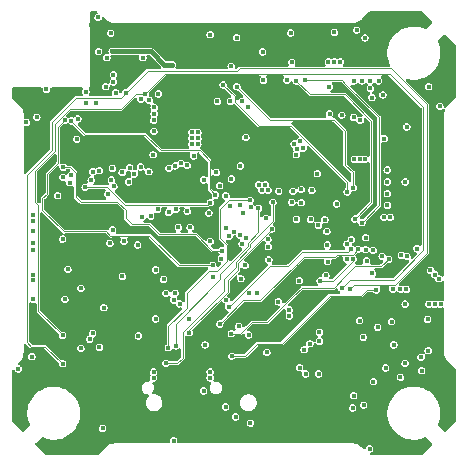
<source format=gbr>
%TF.GenerationSoftware,KiCad,Pcbnew,9.0.0-9.0.0-2~ubuntu24.04.1*%
%TF.CreationDate,2025-03-27T18:59:32+01:00*%
%TF.ProjectId,Kolibri v0.5,4b6f6c69-6272-4692-9076-302e352e6b69,rev?*%
%TF.SameCoordinates,Original*%
%TF.FileFunction,Copper,L6,Inr*%
%TF.FilePolarity,Positive*%
%FSLAX46Y46*%
G04 Gerber Fmt 4.6, Leading zero omitted, Abs format (unit mm)*
G04 Created by KiCad (PCBNEW 9.0.0-9.0.0-2~ubuntu24.04.1) date 2025-03-27 18:59:32*
%MOMM*%
%LPD*%
G01*
G04 APERTURE LIST*
%TA.AperFunction,ComponentPad*%
%ADD10O,1.000000X1.600000*%
%TD*%
%TA.AperFunction,HeatsinkPad*%
%ADD11C,0.500000*%
%TD*%
%TA.AperFunction,ViaPad*%
%ADD12C,0.450000*%
%TD*%
%TA.AperFunction,Conductor*%
%ADD13C,0.400000*%
%TD*%
%TA.AperFunction,Conductor*%
%ADD14C,0.110000*%
%TD*%
G04 APERTURE END LIST*
D10*
%TO.N,GND*%
%TO.C,J1*%
X91280000Y-116747500D03*
X99920000Y-116747500D03*
%TD*%
D11*
%TO.N,GND*%
%TO.C,U7*%
X108950000Y-87700000D03*
X108950000Y-88800000D03*
%TD*%
%TO.N,GND*%
%TO.C,U6*%
X113512500Y-88387500D03*
X113512500Y-89487500D03*
%TD*%
D12*
%TO.N,GND*%
X94950000Y-96100000D03*
X106500000Y-99870000D03*
X87400000Y-101600000D03*
X110500000Y-85500000D03*
X86770000Y-103422604D03*
X90100000Y-97950000D03*
X83000000Y-108500000D03*
X98700000Y-91900000D03*
X96150000Y-96950000D03*
X108062500Y-88900000D03*
X103000000Y-116875000D03*
X91702513Y-96702513D03*
X113350000Y-108617500D03*
X91117500Y-102750000D03*
X82405546Y-112166206D03*
X106100000Y-115650000D03*
X113700000Y-82100000D03*
X92400000Y-111750000D03*
X101400000Y-117110000D03*
X117050000Y-92100000D03*
X90850000Y-86500000D03*
X116850000Y-97300000D03*
X92400000Y-112250000D03*
X94800000Y-101000000D03*
X84750000Y-95200000D03*
X91200000Y-90100000D03*
X96650000Y-88235000D03*
X117000000Y-108500000D03*
X99200000Y-84200000D03*
X100150000Y-112900000D03*
X89700000Y-114620000D03*
X92400000Y-101350000D03*
X108850000Y-92100000D03*
X105250000Y-84000000D03*
X109500000Y-106200000D03*
X88500000Y-89967500D03*
X106075000Y-110625000D03*
X85700000Y-107350000D03*
X113900000Y-102900000D03*
X105732500Y-94950000D03*
X101500000Y-85500000D03*
X83700000Y-95250000D03*
X105300000Y-100000000D03*
X109950000Y-108800000D03*
X85080000Y-95800000D03*
X101200000Y-95550000D03*
X112165000Y-115985000D03*
X88600000Y-98600000D03*
X91350000Y-83125000D03*
X88600000Y-98200000D03*
X100150000Y-112150000D03*
X104000000Y-102150000D03*
X117000000Y-108000000D03*
X84200000Y-91400000D03*
X108150000Y-93300000D03*
X88002500Y-96700000D03*
X89500000Y-104450000D03*
X89850000Y-92900000D03*
X85484998Y-89150000D03*
X101750000Y-84000000D03*
X94330000Y-107250000D03*
X96300000Y-95750000D03*
X104050000Y-114450000D03*
X98800000Y-111750000D03*
X90100000Y-98950000D03*
X104639412Y-103939412D03*
X118266206Y-111494454D03*
X88500000Y-113500000D03*
X110550000Y-105850000D03*
X85999998Y-97020000D03*
X86550000Y-97500000D03*
X101000000Y-112150000D03*
X84350000Y-108600000D03*
X101000000Y-85500000D03*
X95600000Y-101050000D03*
X91837500Y-105350000D03*
X90150000Y-112150000D03*
X84150000Y-103450000D03*
X97068939Y-94297663D03*
X117594454Y-87833794D03*
X88850000Y-102200000D03*
X88850000Y-92850000D03*
X91250000Y-83750000D03*
X91000000Y-112150000D03*
X102250000Y-106150000D03*
X87900000Y-82400000D03*
X92400000Y-102050000D03*
X112500000Y-100300000D03*
X88650000Y-82600000D03*
X111500000Y-85500000D03*
X92197487Y-97197487D03*
X105550000Y-102900000D03*
X113400000Y-110850000D03*
X96900000Y-102300000D03*
X86700000Y-98450000D03*
X85900000Y-92950000D03*
X87100000Y-96800000D03*
X106700000Y-108700000D03*
X117000000Y-109000000D03*
X98800000Y-112250000D03*
X107967500Y-96382379D03*
X104017500Y-101200000D03*
X108250000Y-92100000D03*
X99837500Y-109450000D03*
X92187500Y-110100000D03*
X83500000Y-108500000D03*
X93850000Y-99200000D03*
X83970000Y-104770000D03*
X114800000Y-94100000D03*
X95700000Y-88150000D03*
X89050000Y-108487500D03*
X101000000Y-112900000D03*
X88050000Y-110158648D03*
X89450000Y-89967500D03*
X98600000Y-84200000D03*
X85750000Y-91350000D03*
X108450000Y-109300000D03*
X103352450Y-95830640D03*
X100215000Y-107060000D03*
X106669064Y-103552000D03*
X88868144Y-100386702D03*
X83700000Y-96400000D03*
X102250000Y-106800000D03*
X89850000Y-91050000D03*
X84350000Y-98000000D03*
X84650000Y-96400000D03*
X104350000Y-88350000D03*
X96600000Y-83000000D03*
X99200000Y-90800000D03*
X108650000Y-92800000D03*
X91000000Y-112900000D03*
X97300000Y-99500000D03*
X90150000Y-112900000D03*
X106800000Y-102584000D03*
X109900000Y-116650000D03*
X90100000Y-98450000D03*
X98182500Y-99550000D03*
X83025000Y-107100000D03*
X88650000Y-85600000D03*
X110150000Y-112800000D03*
X108150000Y-92650000D03*
X110000000Y-91600000D03*
X96550000Y-100700000D03*
X95600000Y-83000000D03*
X115000000Y-99000000D03*
X83700000Y-90700000D03*
X90900000Y-93000000D03*
X95650000Y-87050000D03*
X114750000Y-104000000D03*
X108600000Y-116875000D03*
X88505546Y-118266206D03*
X111000000Y-85500000D03*
X90400000Y-89967500D03*
X105650000Y-117100000D03*
X96150000Y-83125000D03*
X87400000Y-102700000D03*
X99750000Y-90450000D03*
X82300000Y-88600000D03*
X100550000Y-90650000D03*
X86800000Y-98950000D03*
X88600000Y-102800000D03*
X86250000Y-88400000D03*
X103933743Y-100150615D03*
X106681876Y-101013589D03*
X88000000Y-103250000D03*
X100500000Y-85500000D03*
X99851004Y-101750000D03*
X99200000Y-91900000D03*
X108500000Y-108450000D03*
X83000000Y-109000000D03*
X87800000Y-106332500D03*
X83080000Y-92900000D03*
%TO.N,+1V1*%
X102925611Y-101145566D03*
X107950000Y-102400000D03*
X104700000Y-106500000D03*
X104700000Y-107000000D03*
X105300000Y-98832500D03*
%TO.N,+3V3*%
X114500000Y-95650000D03*
X83000000Y-99000000D03*
X97562500Y-109450000D03*
X101250000Y-108610000D03*
X91910000Y-108700000D03*
X106500000Y-98832500D03*
X112750000Y-92000000D03*
X103780000Y-105800000D03*
X102965359Y-102261869D03*
X96180000Y-107250000D03*
X113350000Y-107482500D03*
X98950000Y-102150000D03*
X101975000Y-105075002D03*
X105550000Y-104017500D03*
X93370000Y-107250000D03*
X107917500Y-101000000D03*
X107801522Y-103552000D03*
X105580360Y-111381512D03*
X110140000Y-113750000D03*
X107250000Y-108400000D03*
X102882500Y-100520000D03*
X107250000Y-109150000D03*
X112625000Y-88287500D03*
X112550000Y-101950000D03*
X102714710Y-98756025D03*
X83000000Y-98500000D03*
X105950000Y-109870000D03*
X88050000Y-108487500D03*
X111700000Y-88520000D03*
X87800000Y-109000000D03*
%TO.N,Net-(U1-XIN)*%
X107065002Y-94950000D03*
%TO.N,Net-(C15-Pad2)*%
X106600000Y-96382379D03*
X105700000Y-96302500D03*
%TO.N,+4V5*%
X99350000Y-105650000D03*
X87925000Y-95500000D03*
X103800000Y-96450000D03*
%TO.N,+5V*%
X108500000Y-85500000D03*
X117450000Y-89250000D03*
X98800000Y-95975000D03*
X109000000Y-85500000D03*
X88550000Y-84620000D03*
X110150000Y-87100000D03*
X85500000Y-100500000D03*
X108000000Y-85500000D03*
X110850000Y-87100000D03*
X89700000Y-84600000D03*
X111550000Y-87750000D03*
X102100000Y-95900000D03*
X100235000Y-83450000D03*
X82900000Y-110450000D03*
X112250000Y-87100000D03*
X102650000Y-95900000D03*
X115900000Y-111650000D03*
X83020000Y-99800000D03*
X94800000Y-85750000D03*
X102350000Y-96350000D03*
X88894454Y-116533794D03*
X111550000Y-87100000D03*
X100528824Y-97654690D03*
X84134442Y-87830577D03*
X111105546Y-83466206D03*
X102900000Y-96350000D03*
X89566206Y-83075000D03*
X110050000Y-114800000D03*
%TO.N,+3V3_ELRS*%
X89750000Y-99717500D03*
X98000000Y-100700000D03*
X96045286Y-94257055D03*
X86700000Y-92050000D03*
X93161009Y-93350726D03*
X89705642Y-94508060D03*
X93250000Y-89350000D03*
X90565002Y-103665002D03*
X96300000Y-99500000D03*
X108062500Y-87600000D03*
X89995000Y-88110602D03*
X91572315Y-94988691D03*
X97440002Y-95484998D03*
X87518321Y-88950000D03*
%TO.N,Net-(U3-CAP1)*%
X88309998Y-89020000D03*
%TO.N,VDD3P3*%
X86799538Y-90330408D03*
%TO.N,/ELRS/WIFI_ANTENNA*%
X83316798Y-90168183D03*
%TO.N,Net-(U3-XTAL_N)*%
X89150000Y-87600000D03*
%TO.N,Net-(C39-Pad2)*%
X87471446Y-88028554D03*
%TO.N,Net-(IC1-DCC_FB)*%
X98515000Y-94850000D03*
X95084999Y-97986677D03*
%TO.N,Net-(IC1-VR_PA)*%
X94474998Y-98241000D03*
%TO.N,Net-(IC3-DCC_FB)*%
X95037501Y-105075002D03*
X99600000Y-100250000D03*
X99317500Y-99550000D03*
%TO.N,Net-(IC3-VR_PA)*%
X93384998Y-103100000D03*
%TO.N,Net-(IC5-BOOT)*%
X109150000Y-90000000D03*
%TO.N,Net-(IC5-SW_1)*%
X108100000Y-89900000D03*
%TO.N,+5V_BUCK*%
X99322501Y-96832626D03*
X105300000Y-93350000D03*
X105600000Y-92200000D03*
X105850000Y-92800000D03*
X105100000Y-92450000D03*
X99787500Y-95400000D03*
X105337500Y-92850000D03*
%TO.N,VCC*%
X85700000Y-105600000D03*
X110200000Y-93750000D03*
X111800000Y-101447500D03*
X116650000Y-103150000D03*
X110650000Y-93750000D03*
X117350000Y-103850000D03*
X114650000Y-101950000D03*
X111150000Y-100390000D03*
X113250000Y-98650000D03*
X117000000Y-103500000D03*
X114189412Y-101860588D03*
X112700000Y-98650000D03*
X111100000Y-93750000D03*
X101017500Y-91900000D03*
%TO.N,Net-(IC6-BOOT)*%
X99700000Y-88850000D03*
%TO.N,Net-(IC6-SW_1)*%
X98600000Y-88850000D03*
%TO.N,+10V*%
X96450000Y-92450000D03*
X89800000Y-87200000D03*
X96450000Y-91950000D03*
X96950000Y-91950000D03*
X96950000Y-91450000D03*
X85950000Y-103050000D03*
X114600000Y-104750000D03*
X96950000Y-92450000D03*
X114100000Y-104750000D03*
X116500000Y-106000000D03*
X96450000Y-91450000D03*
X93600000Y-88200000D03*
X89800000Y-86600000D03*
X117500000Y-106000000D03*
X117000000Y-106000000D03*
%TO.N,/ADC/VBat_HI*%
X99837500Y-110399998D03*
X111150000Y-101400000D03*
X112050000Y-104800000D03*
%TO.N,/Video.In*%
X114500000Y-111000000D03*
%TO.N,Net-(U5-VIN)*%
X106450000Y-109350000D03*
%TO.N,Net-(U5-CLKIN)*%
X112173750Y-107973750D03*
%TO.N,Net-(U5-XFB)*%
X110965002Y-108800000D03*
%TO.N,Net-(D1-DOUT)*%
X116450000Y-109950000D03*
X100401509Y-107887149D03*
%TO.N,Net-(D3-DOUT)*%
X111494454Y-118266206D03*
X94900000Y-117575000D03*
%TO.N,Net-(D5-DOUT)*%
X82425000Y-90613746D03*
X81733793Y-111494456D03*
%TO.N,Net-(D7-DOUT)*%
X88505546Y-81733794D03*
X110400000Y-82800000D03*
%TO.N,/Connectors/LED*%
X108500000Y-83000000D03*
X116500000Y-87600000D03*
%TO.N,/ELRS/LED_RGB*%
X90550000Y-94850000D03*
%TO.N,/Spk.+*%
X87050000Y-104650000D03*
X83025000Y-103525000D03*
X83020000Y-103925000D03*
%TO.N,/Spk.-*%
X89000000Y-106300000D03*
X83020000Y-100810000D03*
X83020000Y-101450000D03*
%TO.N,Net-(D18-A)*%
X92800000Y-94800000D03*
%TO.N,/ELRS/RADIO_RST*%
X93550000Y-97975000D03*
X88063303Y-94785001D03*
%TO.N,/ELRS/RADIO_BUSY*%
X87400000Y-96100000D03*
X98010000Y-97415002D03*
%TO.N,/ELRS/RADIO_DIO1*%
X98439254Y-96771449D03*
X86250000Y-90500000D03*
%TO.N,/ELRS/RADIO_MISO*%
X85522492Y-95264361D03*
X95516382Y-94099448D03*
X92950000Y-98550000D03*
%TO.N,/ELRS/RADIO_MOSI*%
X95015002Y-94300000D03*
X86217049Y-95090597D03*
X95300000Y-99500000D03*
%TO.N,Net-(IC1-DCC_SW)*%
X96587500Y-93450000D03*
%TO.N,Net-(IC1-XTA)*%
X96050000Y-98150000D03*
%TO.N,Net-(IC1-XTB)*%
X97880723Y-98291201D03*
%TO.N,/ELRS/RADIO_SCK*%
X92250000Y-98600000D03*
X86088113Y-95727684D03*
X94500000Y-94500000D03*
%TO.N,/ELRS/RADIO_NSS*%
X88598419Y-94712517D03*
X91100000Y-95650000D03*
%TO.N,/ELRS/POWER_RXEN*%
X89835021Y-96038491D03*
%TO.N,/ELRS/POWER_TXEN*%
X89625000Y-95494912D03*
X89315002Y-96700000D03*
%TO.N,/ELRS/RADIO_NSS_2*%
X91850000Y-100999998D03*
X92850000Y-88750000D03*
%TO.N,/ELRS/RADIO_BUSY_2*%
X85713365Y-90439786D03*
X98200000Y-102734998D03*
%TO.N,/ELRS/RADIO_DIO1_2*%
X85559468Y-94420705D03*
X98991811Y-101475764D03*
%TO.N,/ELRS/RADIO_RST_2*%
X89250000Y-85150000D03*
X94900000Y-105650000D03*
%TO.N,/ELRS/POWER_RXEN_2*%
X89497500Y-100850000D03*
X93223534Y-91360294D03*
%TO.N,/ELRS/POWER_TXEN_2*%
X90700000Y-100700000D03*
X93215000Y-90441742D03*
%TO.N,Net-(IC5-FB)*%
X110142855Y-90194390D03*
%TO.N,Net-(IC5-RT{slash}SYNC)*%
X110700000Y-90450000D03*
%TO.N,Net-(IC6-FB)*%
X100700000Y-88850000D03*
%TO.N,Net-(IC6-RT{slash}SYNC)*%
X101200000Y-89300000D03*
%TO.N,Net-(J1-CC2)*%
X97450000Y-113350000D03*
X101400000Y-116090000D03*
%TO.N,+5V_USB*%
X98000000Y-112250000D03*
X99700000Y-97700000D03*
X93200000Y-111750000D03*
X98000000Y-111750000D03*
X93200000Y-112250000D03*
X102800000Y-110100000D03*
%TO.N,/USB.D+*%
X99300000Y-114700000D03*
X100150000Y-115550000D03*
%TO.N,/Motor.3*%
X100738175Y-98309565D03*
X113000000Y-95650000D03*
%TO.N,/Motor.1*%
X113000000Y-97650000D03*
X100500000Y-100150000D03*
%TO.N,/Motor.4*%
X101450025Y-97809565D03*
X113000000Y-94650000D03*
%TO.N,/Motor.2*%
X100027339Y-99866150D03*
X113000000Y-96650000D03*
%TO.N,/Connectors/Curr_ESC*%
X113100000Y-102200000D03*
X99800000Y-108500000D03*
X114650000Y-91000000D03*
%TO.N,/U1.TX*%
X104900000Y-85550000D03*
X110850000Y-99100000D03*
X106000000Y-87050000D03*
%TO.N,/U1.RX*%
X105300000Y-87100000D03*
X110250000Y-98800000D03*
X104800000Y-83050000D03*
%TO.N,/I2C0.SDA*%
X88617967Y-109678648D03*
X99775000Y-85875000D03*
X101003606Y-100438526D03*
%TO.N,/I2C0.SCL*%
X92300000Y-85150000D03*
X102450000Y-84650000D03*
X100700000Y-100909267D03*
X87050000Y-109750000D03*
%TO.N,/U2.TX*%
X100250000Y-87600000D03*
X110100000Y-96150000D03*
X98000000Y-83200000D03*
%TO.N,/U2.RX*%
X99100000Y-87450000D03*
X109600000Y-96500000D03*
%TO.N,/SWDIO*%
X105000000Y-96450000D03*
X102500000Y-87050000D03*
%TO.N,/SWCLK*%
X104500000Y-87050000D03*
X104900000Y-97400000D03*
%TO.N,/SD_DAT.0*%
X100600000Y-103850000D03*
X107301992Y-104035000D03*
X110100000Y-102200000D03*
%TO.N,/SD_DAT.3*%
X94250000Y-105075002D03*
X109950000Y-101350000D03*
X99551613Y-106271084D03*
%TO.N,/RP2350/SD_SCLK*%
X98200000Y-103750000D03*
X109950000Y-100550000D03*
%TO.N,/RP2350/SD_CMD*%
X95400000Y-105980000D03*
X109550000Y-100950000D03*
%TO.N,/SD_DAT.2*%
X110515000Y-101376000D03*
X98800000Y-107700000D03*
X94050000Y-103900000D03*
%TO.N,/PWM.1*%
X85090266Y-96832133D03*
%TO.N,/PWM.2*%
X83020000Y-105600000D03*
X92116103Y-94382695D03*
%TO.N,/PWM.3*%
X116400000Y-107300000D03*
X92100000Y-88650000D03*
%TO.N,/PWM.4*%
X115500000Y-101300000D03*
X93253338Y-89903102D03*
%TO.N,/U0.TX*%
X92500000Y-88200000D03*
X85500000Y-108650000D03*
X109150000Y-104675000D03*
%TO.N,/U0.RX*%
X109800000Y-104700000D03*
X90845000Y-88100000D03*
X85500000Y-111050000D03*
%TO.N,/Video.Out*%
X113450000Y-104750000D03*
X114500000Y-106000000D03*
%TO.N,Net-(U1-XOUT)*%
X105701178Y-97415001D03*
%TO.N,Net-(U4-PR1)*%
X100550000Y-94300000D03*
%TO.N,Net-(U5-HSYNC)*%
X106074064Y-111915995D03*
%TO.N,Net-(U5-VSYNC)*%
X107181855Y-111910000D03*
%TO.N,Net-(U5-LOS)*%
X111825000Y-112575000D03*
%TO.N,Net-(U1-QSPI_SS)*%
X110640002Y-107400000D03*
X111000000Y-114550000D03*
%TO.N,/ELRS/ELRS_BUTTON*%
X91185094Y-94454135D03*
%TO.N,/SD_DAT.1*%
X109550000Y-102200000D03*
%TO.N,/ADC.VBat*%
X111711504Y-103401728D03*
X101325098Y-105086471D03*
%TO.N,/Gyro/Int*%
X96225000Y-108425000D03*
X103208671Y-99638402D03*
%TO.N,/RP2350/Gyro_SS*%
X94250000Y-111000000D03*
X103312955Y-97382379D03*
%TO.N,/ADC.Curr*%
X100949159Y-102722257D03*
X111246066Y-102350000D03*
%TO.N,/SPI1.SCLK*%
X112850000Y-111415002D03*
X107158731Y-99334954D03*
%TO.N,/SPI1.MISO*%
X114100000Y-112200000D03*
X107877570Y-99851594D03*
%TO.N,/SPI1.MOSI*%
X115850000Y-110500000D03*
X108700000Y-97525002D03*
%TO.N,/RP2350/OSD_SS*%
X113550000Y-109450000D03*
X107700000Y-98850000D03*
%TO.N,/SPI0.SCLK*%
X101380319Y-97198143D03*
X94464353Y-109690450D03*
%TO.N,/SPI0.SDX*%
X102085000Y-97900000D03*
X95099000Y-109550000D03*
%TD*%
D13*
%TO.N,+5V*%
X92950000Y-84600000D02*
X89700000Y-84600000D01*
X94800000Y-85750000D02*
X94100000Y-85750000D01*
X94100000Y-85750000D02*
X92950000Y-84600000D01*
D14*
%TO.N,/ADC/VBat_HI*%
X112050000Y-104800000D02*
X111250000Y-104800000D01*
X100950000Y-110400000D02*
X99837502Y-110400000D01*
X99837502Y-110400000D02*
X99837500Y-110399998D01*
X110750000Y-105300000D02*
X108100000Y-105300000D01*
X108100000Y-105300000D02*
X104050000Y-109350000D01*
X102000000Y-109350000D02*
X100950000Y-110400000D01*
X111250000Y-104800000D02*
X110750000Y-105300000D01*
X104050000Y-109350000D02*
X102000000Y-109350000D01*
%TO.N,/ELRS/RADIO_BUSY*%
X87400000Y-96100000D02*
X89300000Y-96100000D01*
X89300000Y-96100000D02*
X90800000Y-97600000D01*
X97825002Y-97600000D02*
X98010000Y-97415002D01*
X90800000Y-97600000D02*
X97825002Y-97600000D01*
%TO.N,/ELRS/RADIO_DIO1*%
X86250000Y-90500000D02*
X87400000Y-91650000D01*
X93800000Y-93000000D02*
X97100000Y-93000000D01*
X92450000Y-91650000D02*
X93800000Y-93000000D01*
X97950000Y-96282195D02*
X98439254Y-96771449D01*
X87400000Y-91650000D02*
X92450000Y-91650000D01*
X97100000Y-93000000D02*
X97950000Y-93850000D01*
X97950000Y-93850000D02*
X97950000Y-96282195D01*
%TO.N,/ELRS/RADIO_BUSY_2*%
X85150000Y-94050000D02*
X84200000Y-95000000D01*
X89200000Y-99850000D02*
X89550000Y-100200000D01*
X85150000Y-91003151D02*
X85150000Y-94050000D01*
X85713365Y-90439786D02*
X85150000Y-91003151D01*
X84200000Y-95000000D02*
X84200000Y-96650000D01*
X95384998Y-102734998D02*
X98200000Y-102734998D01*
X92850000Y-100200000D02*
X95384998Y-102734998D01*
X84200000Y-96650000D02*
X83800000Y-97050000D01*
X89550000Y-100200000D02*
X92850000Y-100200000D01*
X85600000Y-99850000D02*
X89200000Y-99850000D01*
X83800000Y-97050000D02*
X83800000Y-98050000D01*
X83800000Y-98050000D02*
X85600000Y-99850000D01*
%TO.N,/ELRS/RADIO_DIO1_2*%
X90850000Y-98050000D02*
X90150000Y-97350000D01*
X86600000Y-96917243D02*
X86600000Y-94900000D01*
X98175764Y-101475764D02*
X96800000Y-100100000D01*
X98991811Y-101475764D02*
X98175764Y-101475764D01*
X90850000Y-98700000D02*
X90850000Y-98050000D01*
X96800000Y-100100000D02*
X93700000Y-100100000D01*
X93700000Y-100100000D02*
X92850000Y-99250000D01*
X86120705Y-94420705D02*
X85559468Y-94420705D01*
X87032757Y-97350000D02*
X86600000Y-96917243D01*
X92850000Y-99250000D02*
X91400000Y-99250000D01*
X90150000Y-97350000D02*
X87032757Y-97350000D01*
X86600000Y-94900000D02*
X86120705Y-94420705D01*
X91400000Y-99250000D02*
X90850000Y-98700000D01*
%TO.N,/Connectors/Curr_ESC*%
X105750000Y-104650000D02*
X107800000Y-104650000D01*
X102700000Y-107550000D02*
X102850000Y-107550000D01*
X101100000Y-107950000D02*
X101500000Y-107550000D01*
X100550000Y-108500000D02*
X101100000Y-107950000D01*
X101500000Y-107550000D02*
X102700000Y-107550000D01*
X99800000Y-108500000D02*
X100550000Y-108500000D01*
X102850000Y-107550000D02*
X105050000Y-105350000D01*
X107800000Y-104650000D02*
X108450000Y-104650000D01*
X108450000Y-104650000D02*
X109350000Y-103750000D01*
X112500000Y-102800000D02*
X113100000Y-102200000D01*
X109350000Y-103750000D02*
X110300000Y-102800000D01*
X110300000Y-102800000D02*
X112500000Y-102800000D01*
X105050000Y-105350000D02*
X105750000Y-104650000D01*
%TO.N,/U1.TX*%
X112300000Y-97650000D02*
X112300000Y-90950000D01*
X109150000Y-87050000D02*
X106200000Y-87050000D01*
X112300000Y-90950000D02*
X112300000Y-90200000D01*
X106200000Y-87050000D02*
X106000000Y-87050000D01*
X109450000Y-87350000D02*
X109150000Y-87050000D01*
X110850000Y-99100000D02*
X112300000Y-97650000D01*
X112300000Y-90200000D02*
X109450000Y-87350000D01*
%TO.N,/U1.RX*%
X110250000Y-98800000D02*
X111650000Y-97400000D01*
X106450000Y-88250000D02*
X105300000Y-87100000D01*
X109400000Y-88250000D02*
X106450000Y-88250000D01*
X111650000Y-97400000D02*
X111650000Y-90500000D01*
X111650000Y-90500000D02*
X109400000Y-88250000D01*
%TO.N,/U2.TX*%
X109400000Y-91500000D02*
X109400000Y-91350000D01*
X109400000Y-94150000D02*
X109400000Y-91500000D01*
X106600000Y-90400000D02*
X103050000Y-90400000D01*
X103050000Y-90400000D02*
X100250000Y-87600000D01*
X110100000Y-96150000D02*
X110100000Y-94850000D01*
X108450000Y-90400000D02*
X106600000Y-90400000D01*
X109400000Y-91350000D02*
X108700000Y-90650000D01*
X110100000Y-94850000D02*
X109450000Y-94200000D01*
X108700000Y-90650000D02*
X108450000Y-90400000D01*
X109450000Y-94200000D02*
X109400000Y-94150000D01*
%TO.N,/U2.RX*%
X102100000Y-90900000D02*
X100071000Y-88871000D01*
X109600000Y-95650000D02*
X104850000Y-90900000D01*
X109600000Y-96500000D02*
X109600000Y-95650000D01*
X100071000Y-88871000D02*
X100071000Y-88421000D01*
X100071000Y-88421000D02*
X99100000Y-87450000D01*
X104850000Y-90900000D02*
X102100000Y-90900000D01*
%TO.N,/SD_DAT.0*%
X108416066Y-104035000D02*
X110100000Y-102351066D01*
X107301992Y-104035000D02*
X108416066Y-104035000D01*
X110100000Y-102351066D02*
X110100000Y-102200000D01*
%TO.N,/SD_DAT.3*%
X99551613Y-106271084D02*
X103022697Y-102800000D01*
X105800000Y-101600000D02*
X109700000Y-101600000D01*
X103022697Y-102800000D02*
X104600000Y-102800000D01*
X104600000Y-102800000D02*
X105800000Y-101600000D01*
X109700000Y-101600000D02*
X109950000Y-101350000D01*
%TO.N,/SD_DAT.2*%
X100800000Y-105700000D02*
X98800000Y-107700000D01*
X105900000Y-102000000D02*
X102200000Y-105700000D01*
X108771000Y-101829000D02*
X108600000Y-102000000D01*
X110515000Y-101376000D02*
X110062000Y-101829000D01*
X102200000Y-105700000D02*
X100800000Y-105700000D01*
X110062000Y-101829000D02*
X108771000Y-101829000D01*
X108600000Y-102000000D02*
X105900000Y-102000000D01*
%TO.N,/U0.TX*%
X109150000Y-104675000D02*
X109875000Y-103950000D01*
X83150000Y-97350000D02*
X83450000Y-97650000D01*
X109875000Y-103950000D02*
X113550000Y-103950000D01*
X113200000Y-86500000D02*
X94200000Y-86500000D01*
X84850000Y-93050000D02*
X83150000Y-94750000D01*
X91750000Y-88200000D02*
X90450000Y-89500000D01*
X83450000Y-106600000D02*
X83500000Y-106650000D01*
X83450000Y-97650000D02*
X83450000Y-106600000D01*
X90450000Y-89500000D02*
X86128477Y-89500000D01*
X94200000Y-86500000D02*
X92500000Y-88200000D01*
X83150000Y-94750000D02*
X83150000Y-97350000D01*
X113550000Y-103950000D02*
X116050000Y-101450000D01*
X83500000Y-106650000D02*
X85500000Y-108650000D01*
X116050000Y-89350000D02*
X113200000Y-86500000D01*
X92500000Y-88200000D02*
X91750000Y-88200000D01*
X84850000Y-90778477D02*
X84850000Y-93050000D01*
X116050000Y-101450000D02*
X116050000Y-89350000D01*
X86128477Y-89500000D02*
X84850000Y-90778477D01*
%TO.N,/U0.RX*%
X90450000Y-88550000D02*
X86650000Y-88550000D01*
X84600000Y-90600000D02*
X84600000Y-92950000D01*
X86650000Y-88550000D02*
X84600000Y-90600000D01*
X100300000Y-86250000D02*
X100500000Y-86050000D01*
X113650000Y-104350000D02*
X110150000Y-104350000D01*
X100500000Y-86050000D02*
X113300000Y-86050000D01*
X92700000Y-86250000D02*
X100300000Y-86250000D01*
X116350000Y-101650000D02*
X113650000Y-104350000D01*
X82850000Y-109600000D02*
X84050000Y-109600000D01*
X82500000Y-109250000D02*
X82850000Y-109600000D01*
X90845000Y-88100000D02*
X90850000Y-88100000D01*
X84600000Y-92950000D02*
X82500000Y-95050000D01*
X90845000Y-88155000D02*
X90450000Y-88550000D01*
X90850000Y-88100000D02*
X92700000Y-86250000D01*
X84050000Y-109600000D02*
X85500000Y-111050000D01*
X90845000Y-88100000D02*
X90845000Y-88155000D01*
X82500000Y-95050000D02*
X82500000Y-109250000D01*
X110150000Y-104350000D02*
X109800000Y-104700000D01*
X116350000Y-89100000D02*
X116350000Y-101650000D01*
X113300000Y-86050000D02*
X116350000Y-89100000D01*
%TO.N,/Gyro/Int*%
X99500000Y-104950000D02*
X96225000Y-108225000D01*
X96225000Y-108225000D02*
X96225000Y-108425000D01*
X99500000Y-104000000D02*
X99500000Y-104950000D01*
X100370000Y-103130000D02*
X99500000Y-104000000D01*
X103208671Y-99668101D02*
X100370000Y-102506772D01*
X100370000Y-102506772D02*
X100370000Y-103130000D01*
X103208671Y-99638402D02*
X103208671Y-99668101D01*
%TO.N,/RP2350/Gyro_SS*%
X103312955Y-97382379D02*
X103312955Y-99010859D01*
X95700000Y-110528827D02*
X95228827Y-111000000D01*
X99150000Y-103850000D02*
X99150000Y-104900000D01*
X95228827Y-111000000D02*
X94250000Y-111000000D01*
X101380000Y-100943814D02*
X101380000Y-101190932D01*
X100170000Y-102400932D02*
X100170000Y-102830000D01*
X100170000Y-102830000D02*
X99150000Y-103850000D01*
X99150000Y-104900000D02*
X95700000Y-108350000D01*
X101380000Y-101190932D02*
X100170000Y-102400932D01*
X95700000Y-108350000D02*
X95700000Y-110528827D01*
X103312955Y-99010859D02*
X101380000Y-100943814D01*
%TO.N,/SPI0.SCLK*%
X98850000Y-97950000D02*
X98850000Y-100450000D01*
X98850000Y-100450000D02*
X99400000Y-101000000D01*
X94464353Y-107835647D02*
X94464353Y-109690450D01*
X96000000Y-105100000D02*
X96000000Y-106300000D01*
X101380319Y-97198143D02*
X99601857Y-97198143D01*
X98550000Y-103200000D02*
X97900000Y-103200000D01*
X99601857Y-97198143D02*
X98850000Y-97950000D01*
X99400000Y-102350000D02*
X98550000Y-103200000D01*
X96000000Y-106300000D02*
X94464353Y-107835647D01*
X99400000Y-101000000D02*
X99400000Y-102350000D01*
X97900000Y-103200000D02*
X96000000Y-105100000D01*
%TO.N,/SPI0.SDX*%
X101180000Y-100830588D02*
X101180000Y-101108090D01*
X102085000Y-97900000D02*
X102085000Y-99925588D01*
X98850000Y-103900000D02*
X95100000Y-107650000D01*
X98850000Y-103438090D02*
X98850000Y-103900000D01*
X95100000Y-107650000D02*
X95100000Y-109549000D01*
X95100000Y-109549000D02*
X95099000Y-109550000D01*
X101180000Y-101108090D02*
X98850000Y-103438090D01*
X102085000Y-99925588D02*
X101180000Y-100830588D01*
%TD*%
%TA.AperFunction,Conductor*%
%TO.N,GND*%
G36*
X117893333Y-83192729D02*
G01*
X117937680Y-83221230D01*
X118763181Y-84046731D01*
X118796666Y-84108054D01*
X118799500Y-84134412D01*
X118799500Y-88451374D01*
X118779815Y-88518413D01*
X118763181Y-88539055D01*
X118179319Y-89122917D01*
X118164247Y-89137989D01*
X118151116Y-89151120D01*
X118084312Y-89217924D01*
X117989818Y-89347983D01*
X117934487Y-89390648D01*
X117864874Y-89396627D01*
X117803079Y-89364021D01*
X117768722Y-89303182D01*
X117765500Y-89275097D01*
X117765500Y-89208466D01*
X117765500Y-89208464D01*
X117743999Y-89128222D01*
X117743997Y-89128219D01*
X117743997Y-89128217D01*
X117743996Y-89128216D01*
X117711413Y-89071782D01*
X117702462Y-89056279D01*
X117643721Y-88997538D01*
X117640496Y-88995676D01*
X117571783Y-88956003D01*
X117571782Y-88956002D01*
X117565201Y-88954238D01*
X117491536Y-88934500D01*
X117408464Y-88934500D01*
X117352058Y-88949613D01*
X117328217Y-88956002D01*
X117328216Y-88956003D01*
X117256285Y-88997534D01*
X117256276Y-88997540D01*
X117197540Y-89056276D01*
X117197534Y-89056285D01*
X117156003Y-89128216D01*
X117156002Y-89128217D01*
X117150354Y-89149297D01*
X117134500Y-89208464D01*
X117134500Y-89291536D01*
X117154238Y-89365201D01*
X117156002Y-89371782D01*
X117156003Y-89371783D01*
X117184869Y-89421778D01*
X117197538Y-89443721D01*
X117256279Y-89502462D01*
X117292250Y-89523230D01*
X117328216Y-89543996D01*
X117328217Y-89543997D01*
X117328219Y-89543997D01*
X117328222Y-89543999D01*
X117408464Y-89565500D01*
X117408467Y-89565500D01*
X117491533Y-89565500D01*
X117491536Y-89565500D01*
X117571778Y-89543999D01*
X117571780Y-89543997D01*
X117571782Y-89543997D01*
X117571783Y-89543996D01*
X117643721Y-89502462D01*
X117657211Y-89488971D01*
X117718530Y-89455487D01*
X117788222Y-89460470D01*
X117844156Y-89502340D01*
X117868575Y-89567804D01*
X117862822Y-89614971D01*
X117829060Y-89718877D01*
X117829060Y-89718880D01*
X117799500Y-89905513D01*
X117799500Y-103553955D01*
X117779815Y-103620994D01*
X117727011Y-103666749D01*
X117657853Y-103676693D01*
X117594297Y-103647668D01*
X117587819Y-103641636D01*
X117543723Y-103597540D01*
X117543721Y-103597538D01*
X117540091Y-103595442D01*
X117471783Y-103556003D01*
X117471782Y-103556002D01*
X117460903Y-103553087D01*
X117400717Y-103536960D01*
X117341059Y-103500595D01*
X117313039Y-103449282D01*
X117293999Y-103378222D01*
X117289832Y-103371005D01*
X117266896Y-103331279D01*
X117252462Y-103306279D01*
X117193721Y-103247538D01*
X117165834Y-103231437D01*
X117121783Y-103206003D01*
X117121782Y-103206002D01*
X117110903Y-103203087D01*
X117050717Y-103186960D01*
X116991059Y-103150595D01*
X116963039Y-103099282D01*
X116943999Y-103028222D01*
X116940490Y-103022145D01*
X116915128Y-102978217D01*
X116902462Y-102956279D01*
X116843721Y-102897538D01*
X116840496Y-102895676D01*
X116771783Y-102856003D01*
X116771782Y-102856002D01*
X116765201Y-102854238D01*
X116691536Y-102834500D01*
X116608464Y-102834500D01*
X116567222Y-102845551D01*
X116528217Y-102856002D01*
X116528216Y-102856003D01*
X116456285Y-102897534D01*
X116456276Y-102897540D01*
X116397540Y-102956276D01*
X116397534Y-102956285D01*
X116356003Y-103028216D01*
X116356002Y-103028217D01*
X116356001Y-103028222D01*
X116334500Y-103108464D01*
X116334500Y-103191536D01*
X116352310Y-103258002D01*
X116356002Y-103271782D01*
X116356003Y-103271783D01*
X116375920Y-103306279D01*
X116397538Y-103343721D01*
X116456279Y-103402462D01*
X116473738Y-103412542D01*
X116528216Y-103443996D01*
X116528217Y-103443996D01*
X116528222Y-103443999D01*
X116599281Y-103463039D01*
X116658940Y-103499403D01*
X116686960Y-103550717D01*
X116694344Y-103578273D01*
X116706002Y-103621782D01*
X116706003Y-103621783D01*
X116737707Y-103676693D01*
X116747538Y-103693721D01*
X116806279Y-103752462D01*
X116833505Y-103768181D01*
X116878216Y-103793996D01*
X116878217Y-103793996D01*
X116878222Y-103793999D01*
X116949281Y-103813039D01*
X117008940Y-103849403D01*
X117036960Y-103900717D01*
X117041479Y-103917581D01*
X117056002Y-103971782D01*
X117056003Y-103971783D01*
X117073718Y-104002465D01*
X117097538Y-104043721D01*
X117156279Y-104102462D01*
X117184440Y-104118721D01*
X117228216Y-104143996D01*
X117228217Y-104143997D01*
X117228219Y-104143997D01*
X117228222Y-104143999D01*
X117308464Y-104165500D01*
X117308467Y-104165500D01*
X117391533Y-104165500D01*
X117391536Y-104165500D01*
X117471778Y-104143999D01*
X117471780Y-104143997D01*
X117471782Y-104143997D01*
X117471783Y-104143996D01*
X117479948Y-104139282D01*
X117543721Y-104102462D01*
X117587819Y-104058364D01*
X117649142Y-104024879D01*
X117718834Y-104029863D01*
X117774767Y-104071735D01*
X117799184Y-104137199D01*
X117799500Y-104146045D01*
X117799500Y-105594036D01*
X117779815Y-105661075D01*
X117727011Y-105706830D01*
X117657853Y-105716774D01*
X117628055Y-105708600D01*
X117621785Y-105706003D01*
X117621778Y-105706001D01*
X117541536Y-105684500D01*
X117458464Y-105684500D01*
X117384798Y-105704238D01*
X117378218Y-105706002D01*
X117312000Y-105744234D01*
X117244100Y-105760707D01*
X117188000Y-105744234D01*
X117121781Y-105706002D01*
X117121782Y-105706002D01*
X117115201Y-105704238D01*
X117041536Y-105684500D01*
X116958464Y-105684500D01*
X116884798Y-105704238D01*
X116878218Y-105706002D01*
X116812000Y-105744234D01*
X116744100Y-105760707D01*
X116688000Y-105744234D01*
X116621781Y-105706002D01*
X116621782Y-105706002D01*
X116615201Y-105704238D01*
X116541536Y-105684500D01*
X116458464Y-105684500D01*
X116402058Y-105699613D01*
X116378217Y-105706002D01*
X116378216Y-105706003D01*
X116306285Y-105747534D01*
X116306276Y-105747540D01*
X116247540Y-105806276D01*
X116247534Y-105806285D01*
X116206003Y-105878216D01*
X116206002Y-105878217D01*
X116200500Y-105898751D01*
X116184500Y-105958464D01*
X116184500Y-106041536D01*
X116194100Y-106077363D01*
X116206002Y-106121782D01*
X116206003Y-106121783D01*
X116238589Y-106178222D01*
X116247538Y-106193721D01*
X116306279Y-106252462D01*
X116338488Y-106271058D01*
X116378216Y-106293996D01*
X116378217Y-106293997D01*
X116378219Y-106293997D01*
X116378222Y-106293999D01*
X116458464Y-106315500D01*
X116458467Y-106315500D01*
X116541533Y-106315500D01*
X116541536Y-106315500D01*
X116621778Y-106293999D01*
X116621780Y-106293997D01*
X116621782Y-106293997D01*
X116621783Y-106293996D01*
X116687999Y-106255766D01*
X116755898Y-106239292D01*
X116812001Y-106255766D01*
X116878216Y-106293996D01*
X116878217Y-106293997D01*
X116878219Y-106293997D01*
X116878222Y-106293999D01*
X116958464Y-106315500D01*
X116958467Y-106315500D01*
X117041533Y-106315500D01*
X117041536Y-106315500D01*
X117121778Y-106293999D01*
X117121780Y-106293997D01*
X117121782Y-106293997D01*
X117121783Y-106293996D01*
X117187999Y-106255766D01*
X117255898Y-106239292D01*
X117312001Y-106255766D01*
X117378216Y-106293996D01*
X117378217Y-106293997D01*
X117378219Y-106293997D01*
X117378222Y-106293999D01*
X117458464Y-106315500D01*
X117458467Y-106315500D01*
X117541533Y-106315500D01*
X117541536Y-106315500D01*
X117621778Y-106293999D01*
X117621787Y-106293993D01*
X117628047Y-106291402D01*
X117697517Y-106283933D01*
X117759996Y-106315208D01*
X117795648Y-106375297D01*
X117799500Y-106405963D01*
X117799500Y-110094486D01*
X117829059Y-110281118D01*
X117887454Y-110460836D01*
X117930593Y-110545499D01*
X117969461Y-110621783D01*
X117973242Y-110629202D01*
X118084304Y-110782066D01*
X118084309Y-110782072D01*
X118122913Y-110820678D01*
X118122917Y-110820681D01*
X118763181Y-111460945D01*
X118796666Y-111522268D01*
X118799500Y-111548626D01*
X118799500Y-115865588D01*
X118779815Y-115932627D01*
X118763181Y-115953269D01*
X117937681Y-116778769D01*
X117876358Y-116812254D01*
X117806666Y-116807270D01*
X117762319Y-116778769D01*
X117311159Y-116327609D01*
X117277674Y-116266286D01*
X117282658Y-116196594D01*
X117285041Y-116190676D01*
X117365362Y-116005246D01*
X117446205Y-115720996D01*
X117489031Y-115428592D01*
X117493098Y-115133097D01*
X117458336Y-114839625D01*
X117453788Y-114821783D01*
X117411572Y-114656152D01*
X117385346Y-114553258D01*
X117275393Y-114278951D01*
X117130380Y-114021453D01*
X117127921Y-114018182D01*
X116952819Y-113785226D01*
X116952816Y-113785223D01*
X116745775Y-113574348D01*
X116745770Y-113574343D01*
X116512848Y-113392483D01*
X116512847Y-113392482D01*
X116258055Y-113242768D01*
X116258052Y-113242767D01*
X116258053Y-113242767D01*
X116258049Y-113242765D01*
X115985806Y-113127798D01*
X115875584Y-113097540D01*
X115700832Y-113049567D01*
X115700827Y-113049566D01*
X115700826Y-113049566D01*
X115408042Y-113009425D01*
X115112522Y-113008069D01*
X115112521Y-113008069D01*
X115112512Y-113008069D01*
X114819389Y-113045520D01*
X114819376Y-113045523D01*
X114533700Y-113121134D01*
X114533699Y-113121134D01*
X114260408Y-113233601D01*
X114004247Y-113380973D01*
X113769663Y-113560693D01*
X113560693Y-113769663D01*
X113380973Y-114004247D01*
X113233601Y-114260408D01*
X113121134Y-114533699D01*
X113121134Y-114533700D01*
X113045523Y-114819376D01*
X113045520Y-114819389D01*
X113008069Y-115112512D01*
X113008069Y-115112521D01*
X113008069Y-115112522D01*
X113009425Y-115408042D01*
X113045584Y-115671782D01*
X113049566Y-115700824D01*
X113049567Y-115700832D01*
X113088869Y-115843997D01*
X113127798Y-115985806D01*
X113242765Y-116258049D01*
X113242767Y-116258052D01*
X113242768Y-116258055D01*
X113392482Y-116512847D01*
X113392483Y-116512848D01*
X113574343Y-116745770D01*
X113574348Y-116745775D01*
X113785223Y-116952816D01*
X113785226Y-116952819D01*
X113966323Y-117088941D01*
X114021453Y-117130380D01*
X114278951Y-117275393D01*
X114553258Y-117385346D01*
X114691519Y-117420586D01*
X114839616Y-117458334D01*
X114839619Y-117458334D01*
X114839625Y-117458336D01*
X115133097Y-117493098D01*
X115428592Y-117489031D01*
X115720996Y-117446205D01*
X116005246Y-117365362D01*
X116190644Y-117285055D01*
X116259982Y-117276472D01*
X116322955Y-117306740D01*
X116327609Y-117311159D01*
X116778769Y-117762319D01*
X116812254Y-117823642D01*
X116807270Y-117893334D01*
X116778769Y-117937681D01*
X115953269Y-118763181D01*
X115891946Y-118796666D01*
X115865588Y-118799500D01*
X111661913Y-118799500D01*
X111594874Y-118779815D01*
X111549119Y-118727011D01*
X111539175Y-118657853D01*
X111568200Y-118594297D01*
X111609384Y-118564600D01*
X111609193Y-118564270D01*
X111612454Y-118562386D01*
X111614464Y-118560938D01*
X111616233Y-118560205D01*
X111641888Y-118545392D01*
X111688175Y-118518668D01*
X111746916Y-118459927D01*
X111788453Y-118387984D01*
X111809954Y-118307742D01*
X111809954Y-118224670D01*
X111788453Y-118144428D01*
X111788451Y-118144425D01*
X111788451Y-118144423D01*
X111788450Y-118144422D01*
X111753743Y-118084310D01*
X111746916Y-118072485D01*
X111688175Y-118013744D01*
X111684950Y-118011882D01*
X111616237Y-117972209D01*
X111616236Y-117972208D01*
X111609655Y-117970444D01*
X111535990Y-117950706D01*
X111452918Y-117950706D01*
X111396512Y-117965819D01*
X111372671Y-117972208D01*
X111372670Y-117972209D01*
X111300739Y-118013740D01*
X111300730Y-118013746D01*
X111241994Y-118072482D01*
X111241988Y-118072491D01*
X111200457Y-118144422D01*
X111200456Y-118144423D01*
X111200455Y-118144428D01*
X111180331Y-118219527D01*
X111177173Y-118224710D01*
X111176740Y-118230766D01*
X111159201Y-118254194D01*
X111143968Y-118279186D01*
X111138506Y-118281839D01*
X111134868Y-118286699D01*
X111107448Y-118296926D01*
X111081121Y-118309715D01*
X111075092Y-118308994D01*
X111069404Y-118311116D01*
X111040804Y-118304894D01*
X111011745Y-118301420D01*
X111005546Y-118297224D01*
X111001131Y-118296264D01*
X110972877Y-118275113D01*
X110820681Y-118122917D01*
X110820678Y-118122913D01*
X110782072Y-118084309D01*
X110782066Y-118084304D01*
X110629202Y-117973242D01*
X110629201Y-117973241D01*
X110629199Y-117973240D01*
X110576620Y-117946450D01*
X110460836Y-117887454D01*
X110281118Y-117829059D01*
X110094486Y-117799500D01*
X110094481Y-117799500D01*
X110039882Y-117799500D01*
X95328074Y-117799500D01*
X95261035Y-117779815D01*
X95215280Y-117727011D01*
X95205336Y-117657853D01*
X95208300Y-117643405D01*
X95215500Y-117616536D01*
X95215500Y-117533464D01*
X95193999Y-117453222D01*
X95193997Y-117453219D01*
X95193997Y-117453217D01*
X95193996Y-117453216D01*
X95173230Y-117417250D01*
X95152462Y-117381279D01*
X95093721Y-117322538D01*
X95089284Y-117319976D01*
X95021783Y-117281003D01*
X95021782Y-117281002D01*
X95015201Y-117279238D01*
X94941536Y-117259500D01*
X94858464Y-117259500D01*
X94802058Y-117274613D01*
X94778217Y-117281002D01*
X94778216Y-117281003D01*
X94706285Y-117322534D01*
X94706276Y-117322540D01*
X94647540Y-117381276D01*
X94647534Y-117381285D01*
X94606003Y-117453216D01*
X94606002Y-117453217D01*
X94597659Y-117484353D01*
X94584500Y-117533464D01*
X94584500Y-117533466D01*
X94584500Y-117616537D01*
X94591700Y-117643405D01*
X94590039Y-117713255D01*
X94550877Y-117771118D01*
X94486649Y-117798623D01*
X94471926Y-117799500D01*
X89905514Y-117799500D01*
X89718881Y-117829059D01*
X89539163Y-117887454D01*
X89370800Y-117973240D01*
X89217926Y-118084310D01*
X89217923Y-118084313D01*
X89161881Y-118140352D01*
X89161877Y-118140358D01*
X88539055Y-118763181D01*
X88477732Y-118796666D01*
X88451374Y-118799500D01*
X84134412Y-118799500D01*
X84067373Y-118779815D01*
X84046731Y-118763181D01*
X83221230Y-117937680D01*
X83187745Y-117876357D01*
X83192729Y-117806665D01*
X83221226Y-117762323D01*
X83672391Y-117311157D01*
X83733712Y-117277674D01*
X83803404Y-117282658D01*
X83809353Y-117285054D01*
X83994754Y-117365362D01*
X84279004Y-117446205D01*
X84571408Y-117489031D01*
X84866903Y-117493098D01*
X85160375Y-117458336D01*
X85446742Y-117385346D01*
X85721049Y-117275393D01*
X85978547Y-117130380D01*
X86214777Y-116952816D01*
X86425652Y-116745775D01*
X86439908Y-116727517D01*
X86496077Y-116655576D01*
X86607521Y-116512842D01*
X86619616Y-116492258D01*
X88578954Y-116492258D01*
X88578954Y-116575330D01*
X88598692Y-116648995D01*
X88600456Y-116655576D01*
X88600457Y-116655577D01*
X88640130Y-116724290D01*
X88641992Y-116727515D01*
X88700733Y-116786256D01*
X88717288Y-116795814D01*
X88772670Y-116827790D01*
X88772671Y-116827791D01*
X88772673Y-116827791D01*
X88772676Y-116827793D01*
X88852918Y-116849294D01*
X88852921Y-116849294D01*
X88935987Y-116849294D01*
X88935990Y-116849294D01*
X89016232Y-116827793D01*
X89016234Y-116827791D01*
X89016236Y-116827791D01*
X89016237Y-116827790D01*
X89022443Y-116824207D01*
X89088175Y-116786256D01*
X89146916Y-116727515D01*
X89188453Y-116655572D01*
X89209954Y-116575330D01*
X89209954Y-116492258D01*
X89188453Y-116412016D01*
X89188451Y-116412013D01*
X89188451Y-116412011D01*
X89188450Y-116412010D01*
X89148295Y-116342462D01*
X89146916Y-116340073D01*
X89088175Y-116281332D01*
X89065082Y-116267999D01*
X89016237Y-116239797D01*
X89016236Y-116239796D01*
X89009655Y-116238032D01*
X88935990Y-116218294D01*
X88852918Y-116218294D01*
X88796512Y-116233407D01*
X88772671Y-116239796D01*
X88772670Y-116239797D01*
X88700739Y-116281328D01*
X88700730Y-116281334D01*
X88641994Y-116340070D01*
X88641988Y-116340079D01*
X88600457Y-116412010D01*
X88600456Y-116412011D01*
X88597964Y-116421311D01*
X88578954Y-116492258D01*
X86619616Y-116492258D01*
X86757235Y-116258049D01*
X86845742Y-116048464D01*
X101084500Y-116048464D01*
X101084500Y-116131536D01*
X101104238Y-116205201D01*
X101106002Y-116211782D01*
X101106003Y-116211783D01*
X101137472Y-116266286D01*
X101147538Y-116283721D01*
X101206279Y-116342462D01*
X101241888Y-116363021D01*
X101278216Y-116383996D01*
X101278217Y-116383997D01*
X101278219Y-116383997D01*
X101278222Y-116383999D01*
X101358464Y-116405500D01*
X101358467Y-116405500D01*
X101441533Y-116405500D01*
X101441536Y-116405500D01*
X101521778Y-116383999D01*
X101521780Y-116383997D01*
X101521782Y-116383997D01*
X101521783Y-116383996D01*
X101524265Y-116382563D01*
X101593721Y-116342462D01*
X101652462Y-116283721D01*
X101693999Y-116211778D01*
X101715500Y-116131536D01*
X101715500Y-116048464D01*
X101693999Y-115968222D01*
X101693997Y-115968219D01*
X101693997Y-115968217D01*
X101693996Y-115968216D01*
X101666770Y-115921061D01*
X101652462Y-115896279D01*
X101593721Y-115837538D01*
X101590496Y-115835676D01*
X101521783Y-115796003D01*
X101521782Y-115796002D01*
X101515201Y-115794238D01*
X101441536Y-115774500D01*
X101358464Y-115774500D01*
X101302058Y-115789613D01*
X101278217Y-115796002D01*
X101278216Y-115796003D01*
X101206285Y-115837534D01*
X101206276Y-115837540D01*
X101147540Y-115896276D01*
X101147534Y-115896285D01*
X101106003Y-115968216D01*
X101106002Y-115968217D01*
X101106001Y-115968222D01*
X101084500Y-116048464D01*
X86845742Y-116048464D01*
X86872202Y-115985806D01*
X86950434Y-115700826D01*
X86976807Y-115508464D01*
X99834500Y-115508464D01*
X99834500Y-115591536D01*
X99854238Y-115665201D01*
X99856002Y-115671782D01*
X99856003Y-115671783D01*
X99884416Y-115720993D01*
X99897538Y-115743721D01*
X99956279Y-115802462D01*
X99992250Y-115823230D01*
X100028216Y-115843996D01*
X100028217Y-115843997D01*
X100028219Y-115843997D01*
X100028222Y-115843999D01*
X100108464Y-115865500D01*
X100108467Y-115865500D01*
X100191533Y-115865500D01*
X100191536Y-115865500D01*
X100271778Y-115843999D01*
X100271780Y-115843997D01*
X100271782Y-115843997D01*
X100271783Y-115843996D01*
X100282965Y-115837540D01*
X100343721Y-115802462D01*
X100402462Y-115743721D01*
X100443999Y-115671778D01*
X100465500Y-115591536D01*
X100465500Y-115508464D01*
X100443999Y-115428222D01*
X100443997Y-115428219D01*
X100443997Y-115428217D01*
X100443996Y-115428216D01*
X100402465Y-115356285D01*
X100402462Y-115356279D01*
X100343721Y-115297538D01*
X100340496Y-115295676D01*
X100271783Y-115256003D01*
X100271782Y-115256002D01*
X100265201Y-115254238D01*
X100191536Y-115234500D01*
X100108464Y-115234500D01*
X100052058Y-115249613D01*
X100028217Y-115256002D01*
X100028216Y-115256003D01*
X99956285Y-115297534D01*
X99956276Y-115297540D01*
X99897540Y-115356276D01*
X99897534Y-115356285D01*
X99856003Y-115428216D01*
X99856002Y-115428217D01*
X99847659Y-115459353D01*
X99834500Y-115508464D01*
X86976807Y-115508464D01*
X86990575Y-115408042D01*
X86991931Y-115112522D01*
X86989564Y-115093999D01*
X86954479Y-114819389D01*
X86954478Y-114819387D01*
X86954478Y-114819382D01*
X86878864Y-114533696D01*
X86766399Y-114260409D01*
X86654265Y-114065500D01*
X86619026Y-114004247D01*
X86467057Y-113805886D01*
X86439305Y-113769661D01*
X86230339Y-113560695D01*
X86161566Y-113508007D01*
X85995752Y-113380973D01*
X85739591Y-113233601D01*
X85551708Y-113156282D01*
X85475352Y-113124859D01*
X85475351Y-113124858D01*
X85466307Y-113121136D01*
X85466299Y-113121134D01*
X85180623Y-113045523D01*
X85180610Y-113045520D01*
X84967696Y-113018317D01*
X92184500Y-113018317D01*
X92184500Y-113156683D01*
X92207567Y-113242768D01*
X92220312Y-113290335D01*
X92220313Y-113290338D01*
X92289492Y-113410161D01*
X92289494Y-113410163D01*
X92289495Y-113410165D01*
X92387335Y-113508005D01*
X92507164Y-113577188D01*
X92640817Y-113613000D01*
X92640819Y-113613000D01*
X92696981Y-113613000D01*
X92764020Y-113632685D01*
X92809775Y-113685489D01*
X92819719Y-113754647D01*
X92790694Y-113818203D01*
X92784662Y-113824681D01*
X92705888Y-113903454D01*
X92705885Y-113903458D01*
X92629228Y-114018182D01*
X92629221Y-114018195D01*
X92576421Y-114145667D01*
X92576418Y-114145677D01*
X92549500Y-114281004D01*
X92549500Y-114281007D01*
X92549500Y-114418993D01*
X92549500Y-114418995D01*
X92549499Y-114418995D01*
X92576418Y-114554322D01*
X92576421Y-114554332D01*
X92629221Y-114681804D01*
X92629228Y-114681817D01*
X92705885Y-114796541D01*
X92705888Y-114796545D01*
X92803454Y-114894111D01*
X92803458Y-114894114D01*
X92918182Y-114970771D01*
X92918195Y-114970778D01*
X93026165Y-115015500D01*
X93045672Y-115023580D01*
X93045676Y-115023580D01*
X93045677Y-115023581D01*
X93181004Y-115050500D01*
X93181007Y-115050500D01*
X93318995Y-115050500D01*
X93410041Y-115032389D01*
X93454328Y-115023580D01*
X93581811Y-114970775D01*
X93696542Y-114894114D01*
X93794114Y-114796542D01*
X93870775Y-114681811D01*
X93870776Y-114681808D01*
X93870778Y-114681805D01*
X93880446Y-114658464D01*
X98984500Y-114658464D01*
X98984500Y-114741536D01*
X99000825Y-114802462D01*
X99006002Y-114821782D01*
X99006003Y-114821783D01*
X99031244Y-114865500D01*
X99047538Y-114893721D01*
X99106279Y-114952462D01*
X99137991Y-114970771D01*
X99178216Y-114993996D01*
X99178217Y-114993997D01*
X99178219Y-114993997D01*
X99178222Y-114993999D01*
X99258464Y-115015500D01*
X99258467Y-115015500D01*
X99341533Y-115015500D01*
X99341536Y-115015500D01*
X99421778Y-114993999D01*
X99421780Y-114993997D01*
X99421782Y-114993997D01*
X99421783Y-114993996D01*
X99422256Y-114993723D01*
X99493721Y-114952462D01*
X99552462Y-114893721D01*
X99593999Y-114821778D01*
X99615500Y-114741536D01*
X99615500Y-114658464D01*
X99593999Y-114578222D01*
X99593997Y-114578219D01*
X99593997Y-114578217D01*
X99593996Y-114578216D01*
X99568291Y-114533696D01*
X99552462Y-114506279D01*
X99493721Y-114447538D01*
X99490496Y-114445676D01*
X99444285Y-114418995D01*
X100529499Y-114418995D01*
X100556418Y-114554322D01*
X100556421Y-114554332D01*
X100609221Y-114681804D01*
X100609228Y-114681817D01*
X100685885Y-114796541D01*
X100685888Y-114796545D01*
X100783454Y-114894111D01*
X100783458Y-114894114D01*
X100898182Y-114970771D01*
X100898195Y-114970778D01*
X101006165Y-115015500D01*
X101025672Y-115023580D01*
X101025676Y-115023580D01*
X101025677Y-115023581D01*
X101161004Y-115050500D01*
X101161007Y-115050500D01*
X101298995Y-115050500D01*
X101390041Y-115032389D01*
X101434328Y-115023580D01*
X101561811Y-114970775D01*
X101676542Y-114894114D01*
X101774114Y-114796542D01*
X101799557Y-114758464D01*
X109734500Y-114758464D01*
X109734500Y-114841536D01*
X109753855Y-114913768D01*
X109756002Y-114921782D01*
X109756003Y-114921783D01*
X109795676Y-114990496D01*
X109797538Y-114993721D01*
X109856279Y-115052462D01*
X109892250Y-115073230D01*
X109928216Y-115093996D01*
X109928217Y-115093997D01*
X109928219Y-115093997D01*
X109928222Y-115093999D01*
X110008464Y-115115500D01*
X110008467Y-115115500D01*
X110091533Y-115115500D01*
X110091536Y-115115500D01*
X110171778Y-115093999D01*
X110171780Y-115093997D01*
X110171782Y-115093997D01*
X110171783Y-115093996D01*
X110243721Y-115052462D01*
X110302462Y-114993721D01*
X110343999Y-114921778D01*
X110365500Y-114841536D01*
X110365500Y-114758464D01*
X110343999Y-114678222D01*
X110343997Y-114678219D01*
X110343997Y-114678217D01*
X110343996Y-114678216D01*
X110302465Y-114606285D01*
X110302462Y-114606279D01*
X110243721Y-114547538D01*
X110240496Y-114545676D01*
X110176045Y-114508464D01*
X110684500Y-114508464D01*
X110684500Y-114591536D01*
X110702434Y-114658466D01*
X110706002Y-114671782D01*
X110706003Y-114671783D01*
X110745676Y-114740496D01*
X110747538Y-114743721D01*
X110806279Y-114802462D01*
X110835585Y-114819382D01*
X110878216Y-114843996D01*
X110878217Y-114843997D01*
X110878219Y-114843997D01*
X110878222Y-114843999D01*
X110958464Y-114865500D01*
X110958467Y-114865500D01*
X111041533Y-114865500D01*
X111041536Y-114865500D01*
X111121778Y-114843999D01*
X111121780Y-114843997D01*
X111121782Y-114843997D01*
X111121783Y-114843996D01*
X111126049Y-114841533D01*
X111193721Y-114802462D01*
X111252462Y-114743721D01*
X111293999Y-114671778D01*
X111315500Y-114591536D01*
X111315500Y-114508464D01*
X111293999Y-114428222D01*
X111293997Y-114428219D01*
X111293997Y-114428217D01*
X111293996Y-114428216D01*
X111268756Y-114384500D01*
X111252462Y-114356279D01*
X111193721Y-114297538D01*
X111190496Y-114295676D01*
X111121783Y-114256003D01*
X111121782Y-114256002D01*
X111115201Y-114254238D01*
X111041536Y-114234500D01*
X110958464Y-114234500D01*
X110902058Y-114249613D01*
X110878217Y-114256002D01*
X110878216Y-114256003D01*
X110806285Y-114297534D01*
X110806276Y-114297540D01*
X110747540Y-114356276D01*
X110747534Y-114356285D01*
X110706003Y-114428216D01*
X110706002Y-114428217D01*
X110706001Y-114428222D01*
X110684500Y-114508464D01*
X110176045Y-114508464D01*
X110171783Y-114506003D01*
X110171782Y-114506002D01*
X110165201Y-114504238D01*
X110091536Y-114484500D01*
X110008464Y-114484500D01*
X109952058Y-114499613D01*
X109928217Y-114506002D01*
X109928216Y-114506003D01*
X109856285Y-114547534D01*
X109856276Y-114547540D01*
X109797540Y-114606276D01*
X109797534Y-114606285D01*
X109756003Y-114678216D01*
X109756002Y-114678217D01*
X109755037Y-114681820D01*
X109734500Y-114758464D01*
X101799557Y-114758464D01*
X101850775Y-114681811D01*
X101903580Y-114554328D01*
X101924823Y-114447534D01*
X101930500Y-114418995D01*
X101930500Y-114281004D01*
X101903581Y-114145677D01*
X101903580Y-114145676D01*
X101903580Y-114145672D01*
X101852127Y-114021453D01*
X101850778Y-114018195D01*
X101850771Y-114018182D01*
X101774114Y-113903458D01*
X101774111Y-113903454D01*
X101676545Y-113805888D01*
X101676540Y-113805884D01*
X101672882Y-113803440D01*
X101672880Y-113803439D01*
X101561817Y-113729228D01*
X101561804Y-113729221D01*
X101511692Y-113708464D01*
X109824500Y-113708464D01*
X109824500Y-113791536D01*
X109844238Y-113865201D01*
X109846002Y-113871782D01*
X109846003Y-113871783D01*
X109885676Y-113940496D01*
X109887538Y-113943721D01*
X109946279Y-114002462D01*
X109973519Y-114018189D01*
X110018216Y-114043996D01*
X110018217Y-114043997D01*
X110018219Y-114043997D01*
X110018222Y-114043999D01*
X110098464Y-114065500D01*
X110098467Y-114065500D01*
X110181533Y-114065500D01*
X110181536Y-114065500D01*
X110261778Y-114043999D01*
X110261780Y-114043997D01*
X110261782Y-114043997D01*
X110261783Y-114043996D01*
X110333721Y-114002462D01*
X110392462Y-113943721D01*
X110433999Y-113871778D01*
X110455500Y-113791536D01*
X110455500Y-113708464D01*
X110433999Y-113628222D01*
X110433997Y-113628219D01*
X110433997Y-113628217D01*
X110433996Y-113628216D01*
X110402891Y-113574343D01*
X110392462Y-113556279D01*
X110333721Y-113497538D01*
X110330496Y-113495676D01*
X110261783Y-113456003D01*
X110261782Y-113456002D01*
X110255201Y-113454238D01*
X110181536Y-113434500D01*
X110098464Y-113434500D01*
X110045820Y-113448606D01*
X110018217Y-113456002D01*
X110018216Y-113456003D01*
X109946285Y-113497534D01*
X109946276Y-113497540D01*
X109887540Y-113556276D01*
X109887534Y-113556285D01*
X109846003Y-113628216D01*
X109846002Y-113628217D01*
X109839852Y-113651169D01*
X109824500Y-113708464D01*
X101511692Y-113708464D01*
X101434332Y-113676421D01*
X101434322Y-113676418D01*
X101298995Y-113649500D01*
X101298993Y-113649500D01*
X101161007Y-113649500D01*
X101161005Y-113649500D01*
X101025677Y-113676418D01*
X101025667Y-113676421D01*
X100898195Y-113729221D01*
X100898182Y-113729228D01*
X100783458Y-113805885D01*
X100783454Y-113805888D01*
X100685888Y-113903454D01*
X100685885Y-113903458D01*
X100609228Y-114018182D01*
X100609221Y-114018195D01*
X100556421Y-114145667D01*
X100556418Y-114145677D01*
X100529500Y-114281004D01*
X100529500Y-114281007D01*
X100529500Y-114418993D01*
X100529500Y-114418995D01*
X100529499Y-114418995D01*
X99444285Y-114418995D01*
X99421783Y-114406003D01*
X99421782Y-114406002D01*
X99417210Y-114404777D01*
X99341536Y-114384500D01*
X99258464Y-114384500D01*
X99202058Y-114399613D01*
X99178217Y-114406002D01*
X99178216Y-114406003D01*
X99106285Y-114447534D01*
X99106276Y-114447540D01*
X99047540Y-114506276D01*
X99047534Y-114506285D01*
X99006003Y-114578216D01*
X99006002Y-114578217D01*
X98998484Y-114606276D01*
X98984500Y-114658464D01*
X93880446Y-114658464D01*
X93902061Y-114606279D01*
X93923580Y-114554328D01*
X93944823Y-114447534D01*
X93950500Y-114418995D01*
X93950500Y-114281004D01*
X93923581Y-114145677D01*
X93923580Y-114145676D01*
X93923580Y-114145672D01*
X93872127Y-114021453D01*
X93870778Y-114018195D01*
X93870771Y-114018182D01*
X93794114Y-113903458D01*
X93794111Y-113903454D01*
X93696545Y-113805888D01*
X93696541Y-113805885D01*
X93581817Y-113729228D01*
X93581804Y-113729221D01*
X93454332Y-113676421D01*
X93454322Y-113676418D01*
X93318995Y-113649500D01*
X93318993Y-113649500D01*
X93190532Y-113649500D01*
X93123493Y-113629815D01*
X93077738Y-113577011D01*
X93067794Y-113507853D01*
X93096819Y-113444297D01*
X93102851Y-113437819D01*
X93106170Y-113434500D01*
X93130505Y-113410165D01*
X93189222Y-113308464D01*
X97134500Y-113308464D01*
X97134500Y-113391536D01*
X97149792Y-113448606D01*
X97156002Y-113471782D01*
X97156003Y-113471783D01*
X97176917Y-113508005D01*
X97197538Y-113543721D01*
X97256279Y-113602462D01*
X97274531Y-113613000D01*
X97328216Y-113643996D01*
X97328217Y-113643997D01*
X97328219Y-113643997D01*
X97328222Y-113643999D01*
X97408464Y-113665500D01*
X97408467Y-113665500D01*
X97491533Y-113665500D01*
X97491536Y-113665500D01*
X97571778Y-113643999D01*
X97571780Y-113643997D01*
X97571782Y-113643997D01*
X97571783Y-113643996D01*
X97643721Y-113602462D01*
X97702462Y-113543721D01*
X97743999Y-113471778D01*
X97765500Y-113391536D01*
X97765500Y-113308464D01*
X97743999Y-113228222D01*
X97702462Y-113156279D01*
X97643721Y-113097538D01*
X97640496Y-113095676D01*
X97571783Y-113056003D01*
X97571782Y-113056002D01*
X97547762Y-113049566D01*
X97491536Y-113034500D01*
X97408464Y-113034500D01*
X97352238Y-113049566D01*
X97328217Y-113056002D01*
X97328216Y-113056003D01*
X97256285Y-113097534D01*
X97256276Y-113097540D01*
X97197540Y-113156276D01*
X97197534Y-113156285D01*
X97156003Y-113228216D01*
X97156002Y-113228217D01*
X97152103Y-113242768D01*
X97134500Y-113308464D01*
X93189222Y-113308464D01*
X93199688Y-113290336D01*
X93235500Y-113156683D01*
X93235500Y-113018317D01*
X93199688Y-112884664D01*
X93130505Y-112764835D01*
X93126442Y-112757797D01*
X93127586Y-112757136D01*
X93105427Y-112699819D01*
X93119465Y-112631374D01*
X93168278Y-112581384D01*
X93228997Y-112565500D01*
X93241533Y-112565500D01*
X93241536Y-112565500D01*
X93321778Y-112543999D01*
X93321780Y-112543997D01*
X93321782Y-112543997D01*
X93321783Y-112543996D01*
X93340021Y-112533466D01*
X93393721Y-112502462D01*
X93452462Y-112443721D01*
X93493999Y-112371778D01*
X93515500Y-112291536D01*
X93515500Y-112208464D01*
X93493999Y-112128222D01*
X93493997Y-112128218D01*
X93493997Y-112128217D01*
X93493996Y-112128216D01*
X93455766Y-112062001D01*
X93439292Y-111994102D01*
X93455766Y-111937999D01*
X93493996Y-111871783D01*
X93493997Y-111871782D01*
X93493997Y-111871780D01*
X93493999Y-111871778D01*
X93515500Y-111791536D01*
X93515500Y-111708464D01*
X97684500Y-111708464D01*
X97684500Y-111791536D01*
X97698483Y-111843721D01*
X97706002Y-111871781D01*
X97744234Y-111938000D01*
X97760707Y-112005900D01*
X97744234Y-112062000D01*
X97706002Y-112128218D01*
X97706001Y-112128222D01*
X97684500Y-112208464D01*
X97684500Y-112291536D01*
X97692808Y-112322540D01*
X97706002Y-112371782D01*
X97706003Y-112371783D01*
X97718671Y-112393723D01*
X97747538Y-112443721D01*
X97806279Y-112502462D01*
X97828861Y-112515500D01*
X97878216Y-112543996D01*
X97878217Y-112543997D01*
X97878219Y-112543997D01*
X97878222Y-112543999D01*
X97958464Y-112565500D01*
X97958467Y-112565500D01*
X97971003Y-112565500D01*
X98038042Y-112585185D01*
X98083797Y-112637989D01*
X98093741Y-112707147D01*
X98072632Y-112757262D01*
X98073558Y-112757797D01*
X98000313Y-112884661D01*
X98000312Y-112884664D01*
X97964500Y-113018317D01*
X97964500Y-113156683D01*
X98000312Y-113290336D01*
X98069495Y-113410165D01*
X98167335Y-113508005D01*
X98287164Y-113577188D01*
X98420817Y-113613000D01*
X98420819Y-113613000D01*
X98559181Y-113613000D01*
X98559183Y-113613000D01*
X98692836Y-113577188D01*
X98812665Y-113508005D01*
X98910505Y-113410165D01*
X98979688Y-113290336D01*
X99015500Y-113156683D01*
X99015500Y-113018317D01*
X98979688Y-112884664D01*
X98910505Y-112764835D01*
X98812665Y-112666995D01*
X98812664Y-112666994D01*
X98812661Y-112666992D01*
X98753306Y-112632724D01*
X98692838Y-112597813D01*
X98692837Y-112597812D01*
X98692836Y-112597812D01*
X98559183Y-112562000D01*
X98420817Y-112562000D01*
X98414004Y-112562897D01*
X98344968Y-112552132D01*
X98323935Y-112533464D01*
X111509500Y-112533464D01*
X111509500Y-112616536D01*
X111523020Y-112666992D01*
X111531002Y-112696782D01*
X111531003Y-112696783D01*
X111565849Y-112757136D01*
X111572538Y-112768721D01*
X111631279Y-112827462D01*
X111667250Y-112848230D01*
X111703216Y-112868996D01*
X111703217Y-112868997D01*
X111703219Y-112868997D01*
X111703222Y-112868999D01*
X111783464Y-112890500D01*
X111783467Y-112890500D01*
X111866533Y-112890500D01*
X111866536Y-112890500D01*
X111946778Y-112868999D01*
X111946780Y-112868997D01*
X111946782Y-112868997D01*
X111946783Y-112868996D01*
X112018721Y-112827462D01*
X112077462Y-112768721D01*
X112118999Y-112696778D01*
X112140500Y-112616536D01*
X112140500Y-112533464D01*
X112118999Y-112453222D01*
X112118997Y-112453219D01*
X112118997Y-112453217D01*
X112118996Y-112453216D01*
X112098230Y-112417250D01*
X112077462Y-112381279D01*
X112018721Y-112322538D01*
X112015496Y-112320676D01*
X111946783Y-112281003D01*
X111946782Y-112281002D01*
X111942213Y-112279777D01*
X111866536Y-112259500D01*
X111783464Y-112259500D01*
X111727058Y-112274613D01*
X111703217Y-112281002D01*
X111703216Y-112281003D01*
X111631285Y-112322534D01*
X111631276Y-112322540D01*
X111572540Y-112381276D01*
X111572534Y-112381285D01*
X111531003Y-112453216D01*
X111531002Y-112453217D01*
X111531001Y-112453222D01*
X111509500Y-112533464D01*
X98323935Y-112533464D01*
X98292712Y-112505752D01*
X98273827Y-112438483D01*
X98290433Y-112377954D01*
X98293999Y-112371778D01*
X98315500Y-112291536D01*
X98315500Y-112208464D01*
X98293999Y-112128222D01*
X98293997Y-112128218D01*
X98293997Y-112128217D01*
X98293996Y-112128216D01*
X98255766Y-112062001D01*
X98239292Y-111994102D01*
X98255766Y-111937999D01*
X98293996Y-111871783D01*
X98293997Y-111871782D01*
X98293997Y-111871780D01*
X98293999Y-111871778D01*
X98315500Y-111791536D01*
X98315500Y-111708464D01*
X98293999Y-111628222D01*
X98293997Y-111628219D01*
X98293997Y-111628217D01*
X98293996Y-111628216D01*
X98252465Y-111556285D01*
X98252462Y-111556279D01*
X98193721Y-111497538D01*
X98190496Y-111495676D01*
X98121783Y-111456003D01*
X98121782Y-111456002D01*
X98119835Y-111455480D01*
X98041536Y-111434500D01*
X97958464Y-111434500D01*
X97902058Y-111449613D01*
X97878217Y-111456002D01*
X97878216Y-111456003D01*
X97806285Y-111497534D01*
X97806276Y-111497540D01*
X97747540Y-111556276D01*
X97747534Y-111556285D01*
X97706003Y-111628216D01*
X97706002Y-111628217D01*
X97704459Y-111633977D01*
X97684500Y-111708464D01*
X93515500Y-111708464D01*
X93493999Y-111628222D01*
X93493997Y-111628219D01*
X93493997Y-111628217D01*
X93493996Y-111628216D01*
X93452465Y-111556285D01*
X93452462Y-111556279D01*
X93393721Y-111497538D01*
X93390496Y-111495676D01*
X93321783Y-111456003D01*
X93321782Y-111456002D01*
X93310287Y-111452922D01*
X93241536Y-111434500D01*
X93158464Y-111434500D01*
X93102058Y-111449613D01*
X93078217Y-111456002D01*
X93078216Y-111456003D01*
X93006285Y-111497534D01*
X93006276Y-111497540D01*
X92947540Y-111556276D01*
X92947534Y-111556285D01*
X92906003Y-111628216D01*
X92906002Y-111628217D01*
X92904459Y-111633977D01*
X92884500Y-111708464D01*
X92884500Y-111791536D01*
X92898483Y-111843721D01*
X92906002Y-111871781D01*
X92944234Y-111938000D01*
X92960707Y-112005900D01*
X92944234Y-112062000D01*
X92906002Y-112128218D01*
X92906001Y-112128222D01*
X92884500Y-112208464D01*
X92884500Y-112291536D01*
X92892808Y-112322540D01*
X92906002Y-112371781D01*
X92909570Y-112377961D01*
X92926040Y-112445861D01*
X92903187Y-112511887D01*
X92848264Y-112555077D01*
X92785994Y-112562897D01*
X92779184Y-112562000D01*
X92779183Y-112562000D01*
X92640817Y-112562000D01*
X92507164Y-112597812D01*
X92507161Y-112597813D01*
X92387338Y-112666992D01*
X92387333Y-112666996D01*
X92289496Y-112764833D01*
X92289492Y-112764838D01*
X92220313Y-112884661D01*
X92220312Y-112884664D01*
X92184500Y-113018317D01*
X84967696Y-113018317D01*
X84887487Y-113008069D01*
X84887478Y-113008069D01*
X84591958Y-113009425D01*
X84299174Y-113049566D01*
X84299173Y-113049566D01*
X84299167Y-113049567D01*
X84014197Y-113127797D01*
X84014195Y-113127797D01*
X84014194Y-113127798D01*
X83741951Y-113242765D01*
X83741949Y-113242766D01*
X83741947Y-113242767D01*
X83741944Y-113242768D01*
X83487152Y-113392482D01*
X83487151Y-113392483D01*
X83254229Y-113574343D01*
X83254224Y-113574348D01*
X83047183Y-113785223D01*
X83047180Y-113785226D01*
X82869619Y-114021453D01*
X82724604Y-114278956D01*
X82614652Y-114553263D01*
X82541665Y-114839616D01*
X82541663Y-114839628D01*
X82506902Y-115133093D01*
X82506902Y-115133102D01*
X82510968Y-115428588D01*
X82510969Y-115428597D01*
X82513310Y-115444577D01*
X82546586Y-115671778D01*
X82553795Y-115720993D01*
X82553797Y-115721006D01*
X82634635Y-116005238D01*
X82634637Y-116005242D01*
X82634638Y-116005246D01*
X82714943Y-116190642D01*
X82723525Y-116259983D01*
X82693258Y-116322956D01*
X82688839Y-116327609D01*
X82237680Y-116778768D01*
X82176357Y-116812253D01*
X82106665Y-116807269D01*
X82062318Y-116778768D01*
X81236819Y-115953269D01*
X81203334Y-115891946D01*
X81200500Y-115865588D01*
X81200500Y-111661917D01*
X81220185Y-111594878D01*
X81272989Y-111549123D01*
X81342147Y-111539179D01*
X81405703Y-111568204D01*
X81435397Y-111609386D01*
X81435729Y-111609195D01*
X81437612Y-111612458D01*
X81439063Y-111614469D01*
X81439796Y-111616239D01*
X81469370Y-111667461D01*
X81481331Y-111688177D01*
X81540072Y-111746918D01*
X81576043Y-111767686D01*
X81612009Y-111788452D01*
X81612010Y-111788453D01*
X81612012Y-111788453D01*
X81612015Y-111788455D01*
X81692257Y-111809956D01*
X81692260Y-111809956D01*
X81775326Y-111809956D01*
X81775329Y-111809956D01*
X81855571Y-111788455D01*
X81855573Y-111788453D01*
X81855575Y-111788453D01*
X81855576Y-111788452D01*
X81927514Y-111746918D01*
X81986255Y-111688177D01*
X82027792Y-111616234D01*
X82049293Y-111535992D01*
X82049293Y-111452920D01*
X82027792Y-111372678D01*
X82027790Y-111372675D01*
X82027790Y-111372673D01*
X82027789Y-111372672D01*
X82005750Y-111334500D01*
X81986255Y-111300735D01*
X81927514Y-111241994D01*
X81924289Y-111240132D01*
X81855576Y-111200459D01*
X81855570Y-111200456D01*
X81780471Y-111180333D01*
X81775288Y-111177174D01*
X81769233Y-111176741D01*
X81745801Y-111159200D01*
X81720811Y-111143968D01*
X81718158Y-111138507D01*
X81713299Y-111134870D01*
X81703070Y-111107446D01*
X81690283Y-111081121D01*
X81691003Y-111075093D01*
X81688882Y-111069405D01*
X81695103Y-111040806D01*
X81698578Y-111011745D01*
X81702773Y-111005545D01*
X81703734Y-111001132D01*
X81724882Y-110972881D01*
X81877083Y-110820681D01*
X81877083Y-110820680D01*
X81915690Y-110782073D01*
X82026760Y-110629199D01*
X82112547Y-110460832D01*
X82129563Y-110408464D01*
X82584500Y-110408464D01*
X82584500Y-110491536D01*
X82598960Y-110545500D01*
X82606002Y-110571782D01*
X82606003Y-110571783D01*
X82639155Y-110629202D01*
X82647538Y-110643721D01*
X82706279Y-110702462D01*
X82728858Y-110715498D01*
X82778216Y-110743996D01*
X82778217Y-110743997D01*
X82778219Y-110743997D01*
X82778222Y-110743999D01*
X82858464Y-110765500D01*
X82858467Y-110765500D01*
X82941533Y-110765500D01*
X82941536Y-110765500D01*
X83021778Y-110743999D01*
X83021780Y-110743997D01*
X83021782Y-110743997D01*
X83021783Y-110743996D01*
X83040603Y-110733130D01*
X83093721Y-110702462D01*
X83152462Y-110643721D01*
X83193999Y-110571778D01*
X83215500Y-110491536D01*
X83215500Y-110408464D01*
X83193999Y-110328222D01*
X83193997Y-110328219D01*
X83193997Y-110328217D01*
X83193996Y-110328216D01*
X83165126Y-110278214D01*
X83152462Y-110256279D01*
X83093721Y-110197538D01*
X83071139Y-110184500D01*
X83021783Y-110156003D01*
X83021782Y-110156002D01*
X83015201Y-110154238D01*
X82941536Y-110134500D01*
X82858464Y-110134500D01*
X82809806Y-110147538D01*
X82778217Y-110156002D01*
X82778216Y-110156003D01*
X82706285Y-110197534D01*
X82706276Y-110197540D01*
X82647540Y-110256276D01*
X82647534Y-110256285D01*
X82606003Y-110328216D01*
X82606002Y-110328217D01*
X82606001Y-110328222D01*
X82584500Y-110408464D01*
X82129563Y-110408464D01*
X82147759Y-110352463D01*
X82170940Y-110281118D01*
X82200500Y-110094486D01*
X82200500Y-109455630D01*
X82220185Y-109388591D01*
X82272989Y-109342836D01*
X82342147Y-109332892D01*
X82405703Y-109361917D01*
X82412181Y-109367949D01*
X82767581Y-109723349D01*
X82821058Y-109745500D01*
X82878942Y-109745500D01*
X83938370Y-109745500D01*
X84005409Y-109765185D01*
X84026051Y-109781819D01*
X85149193Y-110904961D01*
X85182678Y-110966284D01*
X85184099Y-111000337D01*
X85184500Y-111000337D01*
X85184500Y-111008464D01*
X85184500Y-111091536D01*
X85198960Y-111145500D01*
X85206002Y-111171782D01*
X85206003Y-111171783D01*
X85245676Y-111240496D01*
X85247538Y-111243721D01*
X85306279Y-111302462D01*
X85328861Y-111315500D01*
X85378216Y-111343996D01*
X85378217Y-111343997D01*
X85378219Y-111343997D01*
X85378222Y-111343999D01*
X85458464Y-111365500D01*
X85458467Y-111365500D01*
X85541533Y-111365500D01*
X85541536Y-111365500D01*
X85621778Y-111343999D01*
X85621780Y-111343997D01*
X85621782Y-111343997D01*
X85621783Y-111343996D01*
X85628746Y-111339976D01*
X105264860Y-111339976D01*
X105264860Y-111423048D01*
X105273766Y-111456285D01*
X105286362Y-111503294D01*
X105286363Y-111503295D01*
X105310017Y-111544263D01*
X105327898Y-111575233D01*
X105386639Y-111633974D01*
X105422610Y-111654742D01*
X105458576Y-111675508D01*
X105458577Y-111675509D01*
X105458579Y-111675509D01*
X105458582Y-111675511D01*
X105538824Y-111697012D01*
X105538827Y-111697012D01*
X105621894Y-111697012D01*
X105621896Y-111697012D01*
X105621897Y-111697011D01*
X105628849Y-111696096D01*
X105697885Y-111706858D01*
X105750143Y-111753235D01*
X105769032Y-111820503D01*
X105764816Y-111851125D01*
X105758564Y-111874459D01*
X105758564Y-111957531D01*
X105771626Y-112006279D01*
X105780066Y-112037777D01*
X105780067Y-112037778D01*
X105818137Y-112103714D01*
X105821602Y-112109716D01*
X105880343Y-112168457D01*
X105916314Y-112189225D01*
X105952280Y-112209991D01*
X105952281Y-112209992D01*
X105952283Y-112209992D01*
X105952286Y-112209994D01*
X106032528Y-112231495D01*
X106032531Y-112231495D01*
X106115597Y-112231495D01*
X106115600Y-112231495D01*
X106195842Y-112209994D01*
X106195844Y-112209992D01*
X106195846Y-112209992D01*
X106195847Y-112209991D01*
X106267785Y-112168457D01*
X106326526Y-112109716D01*
X106368063Y-112037773D01*
X106389564Y-111957531D01*
X106389564Y-111874459D01*
X106387958Y-111868464D01*
X106866355Y-111868464D01*
X106866355Y-111951536D01*
X106881025Y-112006285D01*
X106887857Y-112031782D01*
X106887858Y-112031783D01*
X106914667Y-112078216D01*
X106929393Y-112103721D01*
X106988134Y-112162462D01*
X106998523Y-112168460D01*
X107060071Y-112203996D01*
X107060072Y-112203997D01*
X107060074Y-112203997D01*
X107060077Y-112203999D01*
X107140319Y-112225500D01*
X107140322Y-112225500D01*
X107223388Y-112225500D01*
X107223391Y-112225500D01*
X107303633Y-112203999D01*
X107303635Y-112203997D01*
X107303637Y-112203997D01*
X107303638Y-112203996D01*
X107375576Y-112162462D01*
X107379574Y-112158464D01*
X113784500Y-112158464D01*
X113784500Y-112241536D01*
X113797897Y-112291533D01*
X113806002Y-112321782D01*
X113806003Y-112321783D01*
X113834871Y-112371782D01*
X113847538Y-112393721D01*
X113906279Y-112452462D01*
X113942250Y-112473230D01*
X113978216Y-112493996D01*
X113978217Y-112493997D01*
X113978219Y-112493997D01*
X113978222Y-112493999D01*
X114058464Y-112515500D01*
X114058467Y-112515500D01*
X114141533Y-112515500D01*
X114141536Y-112515500D01*
X114221778Y-112493999D01*
X114221780Y-112493997D01*
X114221782Y-112493997D01*
X114221783Y-112493996D01*
X114293721Y-112452462D01*
X114352462Y-112393721D01*
X114393999Y-112321778D01*
X114415500Y-112241536D01*
X114415500Y-112158464D01*
X114393999Y-112078222D01*
X114393997Y-112078219D01*
X114393997Y-112078217D01*
X114393996Y-112078216D01*
X114352465Y-112006285D01*
X114352462Y-112006279D01*
X114293721Y-111947538D01*
X114277201Y-111938000D01*
X114221783Y-111906003D01*
X114221782Y-111906002D01*
X114215201Y-111904238D01*
X114141536Y-111884500D01*
X114058464Y-111884500D01*
X114002058Y-111899613D01*
X113978217Y-111906002D01*
X113978216Y-111906003D01*
X113906285Y-111947534D01*
X113906276Y-111947540D01*
X113847540Y-112006276D01*
X113847534Y-112006285D01*
X113806003Y-112078216D01*
X113806002Y-112078217D01*
X113806001Y-112078222D01*
X113784500Y-112158464D01*
X107379574Y-112158464D01*
X107434317Y-112103721D01*
X107475854Y-112031778D01*
X107497355Y-111951536D01*
X107497355Y-111868464D01*
X107475854Y-111788222D01*
X107475852Y-111788219D01*
X107475852Y-111788217D01*
X107475851Y-111788216D01*
X107442529Y-111730502D01*
X107434317Y-111716279D01*
X107375576Y-111657538D01*
X107372351Y-111655676D01*
X107303638Y-111616003D01*
X107303637Y-111616002D01*
X107290410Y-111612458D01*
X107223391Y-111594500D01*
X107140319Y-111594500D01*
X107088205Y-111608464D01*
X107060072Y-111616002D01*
X107060071Y-111616003D01*
X106988140Y-111657534D01*
X106988131Y-111657540D01*
X106929395Y-111716276D01*
X106929389Y-111716285D01*
X106887858Y-111788216D01*
X106887857Y-111788217D01*
X106882032Y-111809956D01*
X106866355Y-111868464D01*
X106387958Y-111868464D01*
X106368063Y-111794217D01*
X106368061Y-111794214D01*
X106368061Y-111794212D01*
X106368060Y-111794211D01*
X106340753Y-111746915D01*
X106326526Y-111722274D01*
X106267785Y-111663533D01*
X106257395Y-111657534D01*
X106195847Y-111621998D01*
X106195846Y-111621997D01*
X106189265Y-111620233D01*
X106115600Y-111600495D01*
X106032528Y-111600495D01*
X106032524Y-111600495D01*
X106025565Y-111601411D01*
X105956530Y-111590644D01*
X105904275Y-111544263D01*
X105885391Y-111476994D01*
X105885910Y-111467036D01*
X105886880Y-111456560D01*
X105895860Y-111423048D01*
X105895860Y-111373466D01*
X112534500Y-111373466D01*
X112534500Y-111456538D01*
X112553706Y-111528216D01*
X112556002Y-111536784D01*
X112556003Y-111536785D01*
X112578198Y-111575226D01*
X112597538Y-111608723D01*
X112656279Y-111667464D01*
X112670217Y-111675511D01*
X112728216Y-111708998D01*
X112728217Y-111708999D01*
X112728219Y-111708999D01*
X112728222Y-111709001D01*
X112808464Y-111730502D01*
X112808467Y-111730502D01*
X112891533Y-111730502D01*
X112891536Y-111730502D01*
X112971778Y-111709001D01*
X112971780Y-111708999D01*
X112971782Y-111708999D01*
X112971783Y-111708998D01*
X113043721Y-111667464D01*
X113102462Y-111608723D01*
X113102612Y-111608464D01*
X115584500Y-111608464D01*
X115584500Y-111691536D01*
X115592738Y-111722280D01*
X115606002Y-111771782D01*
X115606003Y-111771783D01*
X115618953Y-111794212D01*
X115647538Y-111843721D01*
X115706279Y-111902462D01*
X115742250Y-111923230D01*
X115778216Y-111943996D01*
X115778217Y-111943997D01*
X115778219Y-111943997D01*
X115778222Y-111943999D01*
X115858464Y-111965500D01*
X115858467Y-111965500D01*
X115941533Y-111965500D01*
X115941536Y-111965500D01*
X116021778Y-111943999D01*
X116021780Y-111943997D01*
X116021782Y-111943997D01*
X116021783Y-111943996D01*
X116093721Y-111902462D01*
X116152462Y-111843721D01*
X116193999Y-111771778D01*
X116215500Y-111691536D01*
X116215500Y-111608464D01*
X116193999Y-111528222D01*
X116193997Y-111528219D01*
X116193997Y-111528217D01*
X116193996Y-111528216D01*
X116164422Y-111476994D01*
X116152462Y-111456279D01*
X116093721Y-111397538D01*
X116090496Y-111395676D01*
X116021783Y-111356003D01*
X116021782Y-111356002D01*
X116015201Y-111354238D01*
X115941536Y-111334500D01*
X115858464Y-111334500D01*
X115802058Y-111349613D01*
X115778217Y-111356002D01*
X115778216Y-111356003D01*
X115706285Y-111397534D01*
X115706276Y-111397540D01*
X115647540Y-111456276D01*
X115647534Y-111456285D01*
X115606003Y-111528216D01*
X115606002Y-111528217D01*
X115598484Y-111556276D01*
X115584500Y-111608464D01*
X113102612Y-111608464D01*
X113139679Y-111544263D01*
X113143102Y-111538335D01*
X113143996Y-111536785D01*
X113143999Y-111536780D01*
X113165500Y-111456538D01*
X113165500Y-111373466D01*
X113143999Y-111293224D01*
X113143997Y-111293221D01*
X113143997Y-111293219D01*
X113143996Y-111293218D01*
X113114421Y-111241994D01*
X113102462Y-111221281D01*
X113043721Y-111162540D01*
X113037936Y-111159200D01*
X112971783Y-111121005D01*
X112971782Y-111121004D01*
X112965201Y-111119240D01*
X112891536Y-111099502D01*
X112808464Y-111099502D01*
X112752058Y-111114615D01*
X112728217Y-111121004D01*
X112728216Y-111121005D01*
X112656285Y-111162536D01*
X112656276Y-111162542D01*
X112597540Y-111221278D01*
X112597534Y-111221287D01*
X112556003Y-111293218D01*
X112556002Y-111293219D01*
X112553525Y-111302465D01*
X112534500Y-111373466D01*
X105895860Y-111373466D01*
X105895860Y-111339976D01*
X105874359Y-111259734D01*
X105874357Y-111259731D01*
X105874357Y-111259729D01*
X105874356Y-111259728D01*
X105836247Y-111193723D01*
X105832822Y-111187791D01*
X105774081Y-111129050D01*
X105764203Y-111123347D01*
X105702143Y-111087515D01*
X105702142Y-111087514D01*
X105695232Y-111085662D01*
X105621896Y-111066012D01*
X105538824Y-111066012D01*
X105482437Y-111081121D01*
X105458577Y-111087514D01*
X105458576Y-111087515D01*
X105386645Y-111129046D01*
X105386636Y-111129052D01*
X105327900Y-111187788D01*
X105327894Y-111187797D01*
X105286363Y-111259728D01*
X105286362Y-111259729D01*
X105286361Y-111259734D01*
X105264860Y-111339976D01*
X85628746Y-111339976D01*
X85638230Y-111334500D01*
X85693721Y-111302462D01*
X85752462Y-111243721D01*
X85793999Y-111171778D01*
X85815500Y-111091536D01*
X85815500Y-111008464D01*
X85793999Y-110928222D01*
X85793997Y-110928219D01*
X85793997Y-110928217D01*
X85793996Y-110928216D01*
X85765128Y-110878217D01*
X85752462Y-110856279D01*
X85693721Y-110797538D01*
X85687586Y-110793996D01*
X85621783Y-110756003D01*
X85621782Y-110756002D01*
X85615201Y-110754238D01*
X85541536Y-110734500D01*
X85458464Y-110734500D01*
X85450337Y-110734500D01*
X85450337Y-110733130D01*
X85389777Y-110723678D01*
X85354961Y-110699193D01*
X84364232Y-109708464D01*
X86734500Y-109708464D01*
X86734500Y-109791536D01*
X86749809Y-109848669D01*
X86756002Y-109871782D01*
X86756003Y-109871783D01*
X86790255Y-109931107D01*
X86797538Y-109943721D01*
X86856279Y-110002462D01*
X86892250Y-110023230D01*
X86928216Y-110043996D01*
X86928217Y-110043997D01*
X86928219Y-110043997D01*
X86928222Y-110043999D01*
X87008464Y-110065500D01*
X87008467Y-110065500D01*
X87091533Y-110065500D01*
X87091536Y-110065500D01*
X87171778Y-110043999D01*
X87171780Y-110043997D01*
X87171782Y-110043997D01*
X87171783Y-110043996D01*
X87243721Y-110002462D01*
X87302462Y-109943721D01*
X87343999Y-109871778D01*
X87365500Y-109791536D01*
X87365500Y-109708464D01*
X87346381Y-109637112D01*
X88302467Y-109637112D01*
X88302467Y-109720184D01*
X88318982Y-109781819D01*
X88323969Y-109800430D01*
X88323970Y-109800431D01*
X88361539Y-109865500D01*
X88365505Y-109872369D01*
X88424246Y-109931110D01*
X88446089Y-109943721D01*
X88496183Y-109972644D01*
X88496184Y-109972645D01*
X88496186Y-109972645D01*
X88496189Y-109972647D01*
X88576431Y-109994148D01*
X88576434Y-109994148D01*
X88659500Y-109994148D01*
X88659503Y-109994148D01*
X88739745Y-109972647D01*
X88739747Y-109972645D01*
X88739749Y-109972645D01*
X88739750Y-109972644D01*
X88811688Y-109931110D01*
X88870429Y-109872369D01*
X88911966Y-109800426D01*
X88933467Y-109720184D01*
X88933467Y-109637112D01*
X88911966Y-109556870D01*
X88911964Y-109556867D01*
X88911964Y-109556865D01*
X88911963Y-109556864D01*
X88884018Y-109508464D01*
X88870429Y-109484927D01*
X88811688Y-109426186D01*
X88797823Y-109418181D01*
X88739750Y-109384651D01*
X88739749Y-109384650D01*
X88728870Y-109381735D01*
X88659503Y-109363148D01*
X88576431Y-109363148D01*
X88520025Y-109378261D01*
X88496184Y-109384650D01*
X88496183Y-109384651D01*
X88424252Y-109426182D01*
X88424243Y-109426188D01*
X88365507Y-109484924D01*
X88365501Y-109484933D01*
X88323970Y-109556864D01*
X88323969Y-109556865D01*
X88318841Y-109576003D01*
X88302467Y-109637112D01*
X87346381Y-109637112D01*
X87343999Y-109628222D01*
X87337830Y-109617538D01*
X87313849Y-109576002D01*
X87302462Y-109556279D01*
X87243721Y-109497538D01*
X87240189Y-109495499D01*
X87171783Y-109456003D01*
X87171782Y-109456002D01*
X87165201Y-109454238D01*
X87091536Y-109434500D01*
X87008464Y-109434500D01*
X86952058Y-109449613D01*
X86928217Y-109456002D01*
X86928216Y-109456003D01*
X86856285Y-109497534D01*
X86856276Y-109497540D01*
X86797540Y-109556276D01*
X86797534Y-109556285D01*
X86756003Y-109628216D01*
X86756002Y-109628217D01*
X86750456Y-109648916D01*
X86734500Y-109708464D01*
X84364232Y-109708464D01*
X84132420Y-109476652D01*
X84132419Y-109476651D01*
X84078942Y-109454500D01*
X82961630Y-109454500D01*
X82894591Y-109434815D01*
X82873949Y-109418181D01*
X82681819Y-109226051D01*
X82648334Y-109164728D01*
X82645500Y-109138370D01*
X82645500Y-105962863D01*
X82665185Y-105895824D01*
X82717989Y-105850069D01*
X82787147Y-105840125D01*
X82831499Y-105855476D01*
X82898222Y-105893999D01*
X82978464Y-105915500D01*
X82978467Y-105915500D01*
X83061533Y-105915500D01*
X83061536Y-105915500D01*
X83141778Y-105893999D01*
X83141781Y-105893997D01*
X83148406Y-105892222D01*
X83218256Y-105893885D01*
X83276118Y-105933047D01*
X83303623Y-105997275D01*
X83304500Y-106011997D01*
X83304500Y-106571058D01*
X83304500Y-106628942D01*
X83326651Y-106682419D01*
X83326652Y-106682420D01*
X85149193Y-108504961D01*
X85182678Y-108566284D01*
X85184099Y-108600337D01*
X85184500Y-108600337D01*
X85184500Y-108608464D01*
X85184500Y-108691536D01*
X85202434Y-108758466D01*
X85206002Y-108771782D01*
X85206003Y-108771783D01*
X85225920Y-108806279D01*
X85247538Y-108843721D01*
X85306279Y-108902462D01*
X85339735Y-108921778D01*
X85378216Y-108943996D01*
X85378217Y-108943997D01*
X85378219Y-108943997D01*
X85378222Y-108943999D01*
X85458464Y-108965500D01*
X85458467Y-108965500D01*
X85541533Y-108965500D01*
X85541536Y-108965500D01*
X85567794Y-108958464D01*
X87484500Y-108958464D01*
X87484500Y-109041536D01*
X87502434Y-109108466D01*
X87506002Y-109121782D01*
X87506003Y-109121783D01*
X87532792Y-109168181D01*
X87547538Y-109193721D01*
X87606279Y-109252462D01*
X87639984Y-109271922D01*
X87678216Y-109293996D01*
X87678217Y-109293997D01*
X87678219Y-109293997D01*
X87678222Y-109293999D01*
X87758464Y-109315500D01*
X87758467Y-109315500D01*
X87841533Y-109315500D01*
X87841536Y-109315500D01*
X87921778Y-109293999D01*
X87921780Y-109293997D01*
X87921782Y-109293997D01*
X87921783Y-109293996D01*
X87927722Y-109290567D01*
X87993721Y-109252462D01*
X88052462Y-109193721D01*
X88093999Y-109121778D01*
X88115500Y-109041536D01*
X88115500Y-108958464D01*
X88106586Y-108925197D01*
X88108249Y-108855350D01*
X88147411Y-108797488D01*
X88165394Y-108786699D01*
X88164739Y-108785564D01*
X88210705Y-108759024D01*
X88243721Y-108739962D01*
X88302462Y-108681221D01*
X88315601Y-108658464D01*
X91594500Y-108658464D01*
X91594500Y-108741536D01*
X91611161Y-108803714D01*
X91616002Y-108821782D01*
X91616003Y-108821783D01*
X91648589Y-108878222D01*
X91657538Y-108893721D01*
X91716279Y-108952462D01*
X91738861Y-108965500D01*
X91788216Y-108993996D01*
X91788217Y-108993997D01*
X91788219Y-108993997D01*
X91788222Y-108993999D01*
X91868464Y-109015500D01*
X91868467Y-109015500D01*
X91951533Y-109015500D01*
X91951536Y-109015500D01*
X92031778Y-108993999D01*
X92031780Y-108993997D01*
X92031782Y-108993997D01*
X92031783Y-108993996D01*
X92032256Y-108993723D01*
X92103721Y-108952462D01*
X92162462Y-108893721D01*
X92203999Y-108821778D01*
X92225500Y-108741536D01*
X92225500Y-108658464D01*
X92203999Y-108578222D01*
X92203997Y-108578219D01*
X92203997Y-108578217D01*
X92203996Y-108578216D01*
X92177860Y-108532949D01*
X92162462Y-108506279D01*
X92103721Y-108447538D01*
X92100496Y-108445676D01*
X92031783Y-108406003D01*
X92031782Y-108406002D01*
X92025201Y-108404238D01*
X91951536Y-108384500D01*
X91868464Y-108384500D01*
X91819821Y-108397534D01*
X91788217Y-108406002D01*
X91788216Y-108406003D01*
X91716285Y-108447534D01*
X91716276Y-108447540D01*
X91657540Y-108506276D01*
X91657534Y-108506285D01*
X91616003Y-108578216D01*
X91616002Y-108578217D01*
X91616001Y-108578222D01*
X91594500Y-108658464D01*
X88315601Y-108658464D01*
X88343999Y-108609278D01*
X88365500Y-108529036D01*
X88365500Y-108445964D01*
X88343999Y-108365722D01*
X88343997Y-108365719D01*
X88343997Y-108365717D01*
X88343996Y-108365716D01*
X88315293Y-108316003D01*
X88302462Y-108293779D01*
X88243721Y-108235038D01*
X88229195Y-108226651D01*
X88171783Y-108193503D01*
X88171782Y-108193502D01*
X88165201Y-108191738D01*
X88091536Y-108172000D01*
X88008464Y-108172000D01*
X87961814Y-108184500D01*
X87928217Y-108193502D01*
X87928216Y-108193503D01*
X87856285Y-108235034D01*
X87856276Y-108235040D01*
X87797540Y-108293776D01*
X87797534Y-108293785D01*
X87756003Y-108365716D01*
X87756002Y-108365717D01*
X87751247Y-108383464D01*
X87734500Y-108445964D01*
X87734500Y-108445966D01*
X87734500Y-108529037D01*
X87743413Y-108562301D01*
X87741750Y-108632151D01*
X87702587Y-108690013D01*
X87684621Y-108700828D01*
X87685261Y-108701936D01*
X87606285Y-108747534D01*
X87606276Y-108747540D01*
X87547540Y-108806276D01*
X87547534Y-108806285D01*
X87506003Y-108878216D01*
X87506002Y-108878217D01*
X87499094Y-108903999D01*
X87484500Y-108958464D01*
X85567794Y-108958464D01*
X85621778Y-108943999D01*
X85621780Y-108943997D01*
X85621782Y-108943997D01*
X85621783Y-108943996D01*
X85693721Y-108902462D01*
X85752462Y-108843721D01*
X85793999Y-108771778D01*
X85815500Y-108691536D01*
X85815500Y-108608464D01*
X85793999Y-108528222D01*
X85793997Y-108528219D01*
X85793997Y-108528217D01*
X85793996Y-108528216D01*
X85758382Y-108466533D01*
X85752462Y-108456279D01*
X85693721Y-108397538D01*
X85669345Y-108383464D01*
X85621783Y-108356003D01*
X85621782Y-108356002D01*
X85615201Y-108354238D01*
X85541536Y-108334500D01*
X85458464Y-108334500D01*
X85450337Y-108334500D01*
X85450337Y-108333130D01*
X85389777Y-108323678D01*
X85354961Y-108299193D01*
X84264232Y-107208464D01*
X93054500Y-107208464D01*
X93054500Y-107291536D01*
X93072434Y-107358466D01*
X93076002Y-107371782D01*
X93076003Y-107371783D01*
X93095761Y-107406003D01*
X93117538Y-107443721D01*
X93176279Y-107502462D01*
X93182901Y-107506285D01*
X93248216Y-107543996D01*
X93248217Y-107543997D01*
X93248219Y-107543997D01*
X93248222Y-107543999D01*
X93328464Y-107565500D01*
X93328467Y-107565500D01*
X93411533Y-107565500D01*
X93411536Y-107565500D01*
X93491778Y-107543999D01*
X93491780Y-107543997D01*
X93491782Y-107543997D01*
X93491783Y-107543996D01*
X93563721Y-107502462D01*
X93622462Y-107443721D01*
X93663999Y-107371778D01*
X93685500Y-107291536D01*
X93685500Y-107208464D01*
X93663999Y-107128222D01*
X93663997Y-107128219D01*
X93663997Y-107128217D01*
X93663996Y-107128216D01*
X93622465Y-107056285D01*
X93622462Y-107056279D01*
X93563721Y-106997538D01*
X93541139Y-106984500D01*
X93491783Y-106956003D01*
X93491782Y-106956002D01*
X93485201Y-106954238D01*
X93411536Y-106934500D01*
X93328464Y-106934500D01*
X93278959Y-106947765D01*
X93248217Y-106956002D01*
X93248216Y-106956003D01*
X93176285Y-106997534D01*
X93176276Y-106997540D01*
X93117540Y-107056276D01*
X93117534Y-107056285D01*
X93076003Y-107128216D01*
X93076002Y-107128217D01*
X93070826Y-107147534D01*
X93054500Y-107208464D01*
X84264232Y-107208464D01*
X83631819Y-106576051D01*
X83617115Y-106549123D01*
X83600523Y-106523305D01*
X83599631Y-106517104D01*
X83598334Y-106514728D01*
X83595500Y-106488370D01*
X83595500Y-106258464D01*
X88684500Y-106258464D01*
X88684500Y-106341536D01*
X88701763Y-106405963D01*
X88706002Y-106421782D01*
X88706003Y-106421783D01*
X88744449Y-106488370D01*
X88747538Y-106493721D01*
X88806279Y-106552462D01*
X88828139Y-106565083D01*
X88878216Y-106593996D01*
X88878217Y-106593997D01*
X88878219Y-106593997D01*
X88878222Y-106593999D01*
X88958464Y-106615500D01*
X88958467Y-106615500D01*
X89041533Y-106615500D01*
X89041536Y-106615500D01*
X89121778Y-106593999D01*
X89121780Y-106593997D01*
X89121782Y-106593997D01*
X89121783Y-106593996D01*
X89193721Y-106552462D01*
X89252462Y-106493721D01*
X89293999Y-106421778D01*
X89315500Y-106341536D01*
X89315500Y-106258464D01*
X89293999Y-106178222D01*
X89293997Y-106178219D01*
X89293997Y-106178217D01*
X89293996Y-106178216D01*
X89261413Y-106121782D01*
X89252462Y-106106279D01*
X89193721Y-106047538D01*
X89190496Y-106045676D01*
X89121783Y-106006003D01*
X89121782Y-106006002D01*
X89115201Y-106004238D01*
X89041536Y-105984500D01*
X88958464Y-105984500D01*
X88910788Y-105997275D01*
X88878217Y-106006002D01*
X88878216Y-106006003D01*
X88806285Y-106047534D01*
X88806276Y-106047540D01*
X88747540Y-106106276D01*
X88747534Y-106106285D01*
X88706003Y-106178216D01*
X88706002Y-106178217D01*
X88706001Y-106178222D01*
X88684500Y-106258464D01*
X83595500Y-106258464D01*
X83595500Y-105558464D01*
X85384500Y-105558464D01*
X85384500Y-105641536D01*
X85396415Y-105686002D01*
X85406002Y-105721782D01*
X85406003Y-105721783D01*
X85427182Y-105758464D01*
X85447538Y-105793721D01*
X85506279Y-105852462D01*
X85542250Y-105873230D01*
X85578216Y-105893996D01*
X85578217Y-105893997D01*
X85578219Y-105893997D01*
X85578222Y-105893999D01*
X85658464Y-105915500D01*
X85658467Y-105915500D01*
X85741533Y-105915500D01*
X85741536Y-105915500D01*
X85821778Y-105893999D01*
X85821780Y-105893997D01*
X85821782Y-105893997D01*
X85821783Y-105893996D01*
X85833812Y-105887051D01*
X85893721Y-105852462D01*
X85952462Y-105793721D01*
X85993999Y-105721778D01*
X86015500Y-105641536D01*
X86015500Y-105558464D01*
X85993999Y-105478222D01*
X85993997Y-105478219D01*
X85993997Y-105478217D01*
X85993996Y-105478216D01*
X85973230Y-105442250D01*
X85952462Y-105406279D01*
X85893721Y-105347538D01*
X85878817Y-105338933D01*
X85821783Y-105306003D01*
X85821782Y-105306002D01*
X85815201Y-105304238D01*
X85741536Y-105284500D01*
X85658464Y-105284500D01*
X85606141Y-105298520D01*
X85578217Y-105306002D01*
X85578216Y-105306003D01*
X85506285Y-105347534D01*
X85506276Y-105347540D01*
X85447540Y-105406276D01*
X85447534Y-105406285D01*
X85406003Y-105478216D01*
X85406002Y-105478217D01*
X85404319Y-105484500D01*
X85384500Y-105558464D01*
X83595500Y-105558464D01*
X83595500Y-104608464D01*
X86734500Y-104608464D01*
X86734500Y-104691536D01*
X86752434Y-104758466D01*
X86756002Y-104771782D01*
X86756003Y-104771783D01*
X86790666Y-104831819D01*
X86797538Y-104843721D01*
X86856279Y-104902462D01*
X86888488Y-104921058D01*
X86928216Y-104943996D01*
X86928217Y-104943997D01*
X86928219Y-104943997D01*
X86928222Y-104943999D01*
X87008464Y-104965500D01*
X87008467Y-104965500D01*
X87091533Y-104965500D01*
X87091536Y-104965500D01*
X87171778Y-104943999D01*
X87171780Y-104943997D01*
X87171782Y-104943997D01*
X87171783Y-104943996D01*
X87172256Y-104943723D01*
X87243721Y-104902462D01*
X87302462Y-104843721D01*
X87343999Y-104771778D01*
X87365500Y-104691536D01*
X87365500Y-104608464D01*
X87343999Y-104528222D01*
X87343997Y-104528219D01*
X87343997Y-104528217D01*
X87343996Y-104528216D01*
X87321223Y-104488773D01*
X87302462Y-104456279D01*
X87243721Y-104397538D01*
X87215079Y-104381001D01*
X87171783Y-104356003D01*
X87171782Y-104356002D01*
X87164840Y-104354142D01*
X87091536Y-104334500D01*
X87008464Y-104334500D01*
X86952058Y-104349613D01*
X86928217Y-104356002D01*
X86928216Y-104356003D01*
X86856285Y-104397534D01*
X86856276Y-104397540D01*
X86797540Y-104456276D01*
X86797534Y-104456285D01*
X86756003Y-104528216D01*
X86756002Y-104528217D01*
X86748484Y-104556276D01*
X86734500Y-104608464D01*
X83595500Y-104608464D01*
X83595500Y-103623466D01*
X90249502Y-103623466D01*
X90249502Y-103706538D01*
X90265176Y-103765034D01*
X90271004Y-103786784D01*
X90271005Y-103786785D01*
X90302472Y-103841285D01*
X90312540Y-103858723D01*
X90371281Y-103917464D01*
X90407252Y-103938232D01*
X90443218Y-103958998D01*
X90443219Y-103958999D01*
X90443221Y-103958999D01*
X90443224Y-103959001D01*
X90523466Y-103980502D01*
X90523469Y-103980502D01*
X90606535Y-103980502D01*
X90606538Y-103980502D01*
X90686780Y-103959001D01*
X90686782Y-103958999D01*
X90686784Y-103958999D01*
X90686785Y-103958998D01*
X90758723Y-103917464D01*
X90817464Y-103858723D01*
X90817614Y-103858464D01*
X93734500Y-103858464D01*
X93734500Y-103941536D01*
X93750825Y-104002462D01*
X93756002Y-104021782D01*
X93756003Y-104021783D01*
X93781244Y-104065500D01*
X93797538Y-104093721D01*
X93856279Y-104152462D01*
X93874443Y-104162949D01*
X93928216Y-104193996D01*
X93928217Y-104193997D01*
X93928219Y-104193997D01*
X93928222Y-104193999D01*
X94008464Y-104215500D01*
X94008467Y-104215500D01*
X94091533Y-104215500D01*
X94091536Y-104215500D01*
X94171778Y-104193999D01*
X94171780Y-104193997D01*
X94171782Y-104193997D01*
X94171783Y-104193996D01*
X94243721Y-104152462D01*
X94302462Y-104093721D01*
X94343999Y-104021778D01*
X94365500Y-103941536D01*
X94365500Y-103858464D01*
X94343999Y-103778222D01*
X94343997Y-103778219D01*
X94343997Y-103778217D01*
X94343996Y-103778216D01*
X94322509Y-103741001D01*
X94302462Y-103706279D01*
X94243721Y-103647538D01*
X94218453Y-103632949D01*
X94171783Y-103606003D01*
X94171782Y-103606002D01*
X94165201Y-103604238D01*
X94091536Y-103584500D01*
X94008464Y-103584500D01*
X93962318Y-103596865D01*
X93928217Y-103606002D01*
X93928216Y-103606003D01*
X93856285Y-103647534D01*
X93856276Y-103647540D01*
X93797540Y-103706276D01*
X93797534Y-103706285D01*
X93756003Y-103778216D01*
X93756002Y-103778217D01*
X93749719Y-103801666D01*
X93734500Y-103858464D01*
X90817614Y-103858464D01*
X90845743Y-103809743D01*
X90858104Y-103788335D01*
X90858998Y-103786785D01*
X90859001Y-103786780D01*
X90880502Y-103706538D01*
X90880502Y-103623466D01*
X90859001Y-103543224D01*
X90858999Y-103543221D01*
X90858999Y-103543219D01*
X90858998Y-103543218D01*
X90834389Y-103500595D01*
X90817464Y-103471281D01*
X90758723Y-103412540D01*
X90741268Y-103402462D01*
X90686785Y-103371005D01*
X90686784Y-103371004D01*
X90680203Y-103369240D01*
X90606538Y-103349502D01*
X90523466Y-103349502D01*
X90467060Y-103364615D01*
X90443219Y-103371004D01*
X90443218Y-103371005D01*
X90371287Y-103412536D01*
X90371278Y-103412542D01*
X90312542Y-103471278D01*
X90312536Y-103471287D01*
X90271005Y-103543218D01*
X90271004Y-103543219D01*
X90262947Y-103573289D01*
X90249502Y-103623466D01*
X83595500Y-103623466D01*
X83595500Y-103008464D01*
X85634500Y-103008464D01*
X85634500Y-103091536D01*
X85639893Y-103111662D01*
X85656002Y-103171782D01*
X85656003Y-103171783D01*
X85690446Y-103231437D01*
X85697538Y-103243721D01*
X85756279Y-103302462D01*
X85792250Y-103323230D01*
X85828216Y-103343996D01*
X85828217Y-103343997D01*
X85828219Y-103343997D01*
X85828222Y-103343999D01*
X85908464Y-103365500D01*
X85908467Y-103365500D01*
X85991533Y-103365500D01*
X85991536Y-103365500D01*
X86071778Y-103343999D01*
X86071780Y-103343997D01*
X86071782Y-103343997D01*
X86071783Y-103343996D01*
X86072256Y-103343723D01*
X86143721Y-103302462D01*
X86202462Y-103243721D01*
X86243999Y-103171778D01*
X86265500Y-103091536D01*
X86265500Y-103058464D01*
X93069498Y-103058464D01*
X93069498Y-103141536D01*
X93088491Y-103212418D01*
X93091000Y-103221782D01*
X93091001Y-103221783D01*
X93116549Y-103266031D01*
X93132536Y-103293721D01*
X93191277Y-103352462D01*
X93223392Y-103371004D01*
X93263214Y-103393996D01*
X93263215Y-103393997D01*
X93263217Y-103393997D01*
X93263220Y-103393999D01*
X93343462Y-103415500D01*
X93343465Y-103415500D01*
X93426531Y-103415500D01*
X93426534Y-103415500D01*
X93506776Y-103393999D01*
X93506778Y-103393997D01*
X93506780Y-103393997D01*
X93506781Y-103393996D01*
X93526706Y-103382492D01*
X93578719Y-103352462D01*
X93637460Y-103293721D01*
X93678997Y-103221778D01*
X93700498Y-103141536D01*
X93700498Y-103058464D01*
X93678997Y-102978222D01*
X93678995Y-102978219D01*
X93678995Y-102978217D01*
X93678994Y-102978216D01*
X93650126Y-102928217D01*
X93637460Y-102906279D01*
X93578719Y-102847538D01*
X93556137Y-102834500D01*
X93506781Y-102806003D01*
X93506780Y-102806002D01*
X93498114Y-102803680D01*
X93426534Y-102784500D01*
X93343462Y-102784500D01*
X93294819Y-102797534D01*
X93263215Y-102806002D01*
X93263214Y-102806003D01*
X93191283Y-102847534D01*
X93191274Y-102847540D01*
X93132538Y-102906276D01*
X93132532Y-102906285D01*
X93091001Y-102978216D01*
X93091000Y-102978217D01*
X93082896Y-103008464D01*
X93069498Y-103058464D01*
X86265500Y-103058464D01*
X86265500Y-103008464D01*
X86243999Y-102928222D01*
X86243997Y-102928219D01*
X86243997Y-102928217D01*
X86243996Y-102928216D01*
X86216445Y-102880498D01*
X86202462Y-102856279D01*
X86143721Y-102797538D01*
X86107342Y-102776534D01*
X86071783Y-102756003D01*
X86071782Y-102756002D01*
X86065201Y-102754238D01*
X85991536Y-102734500D01*
X85908464Y-102734500D01*
X85852058Y-102749613D01*
X85828217Y-102756002D01*
X85828216Y-102756003D01*
X85756285Y-102797534D01*
X85756276Y-102797540D01*
X85697540Y-102856276D01*
X85697534Y-102856285D01*
X85656003Y-102928216D01*
X85656002Y-102928217D01*
X85650612Y-102948334D01*
X85634500Y-103008464D01*
X83595500Y-103008464D01*
X83595500Y-98350630D01*
X83615185Y-98283591D01*
X83667989Y-98237836D01*
X83737147Y-98227892D01*
X83800703Y-98256917D01*
X83807181Y-98262949D01*
X85519749Y-99975517D01*
X85553234Y-100036840D01*
X85548250Y-100106532D01*
X85506378Y-100162465D01*
X85464163Y-100182972D01*
X85378223Y-100206000D01*
X85378216Y-100206003D01*
X85306285Y-100247534D01*
X85306276Y-100247540D01*
X85247540Y-100306276D01*
X85247534Y-100306285D01*
X85206003Y-100378216D01*
X85206002Y-100378217D01*
X85200643Y-100398217D01*
X85184500Y-100458464D01*
X85184500Y-100541536D01*
X85204048Y-100614490D01*
X85206002Y-100621782D01*
X85206003Y-100621783D01*
X85232629Y-100667898D01*
X85247538Y-100693721D01*
X85306279Y-100752462D01*
X85312901Y-100756285D01*
X85378216Y-100793996D01*
X85378217Y-100793997D01*
X85378219Y-100793997D01*
X85378222Y-100793999D01*
X85458464Y-100815500D01*
X85458467Y-100815500D01*
X85541533Y-100815500D01*
X85541536Y-100815500D01*
X85621778Y-100793999D01*
X85621780Y-100793997D01*
X85621782Y-100793997D01*
X85621783Y-100793996D01*
X85633062Y-100787484D01*
X85693721Y-100752462D01*
X85752462Y-100693721D01*
X85793999Y-100621778D01*
X85815500Y-100541536D01*
X85815500Y-100458464D01*
X85793999Y-100378222D01*
X85793997Y-100378219D01*
X85793997Y-100378217D01*
X85793996Y-100378216D01*
X85768488Y-100334037D01*
X85752462Y-100306279D01*
X85693721Y-100247538D01*
X85678271Y-100238618D01*
X85657952Y-100226886D01*
X85609737Y-100176318D01*
X85596516Y-100107711D01*
X85622485Y-100042847D01*
X85679400Y-100002319D01*
X85719954Y-99995500D01*
X89088370Y-99995500D01*
X89155409Y-100015185D01*
X89176051Y-100031819D01*
X89476217Y-100331985D01*
X89474164Y-100334037D01*
X89507066Y-100373402D01*
X89515776Y-100442727D01*
X89485624Y-100505755D01*
X89426183Y-100542477D01*
X89425467Y-100542671D01*
X89375723Y-100556000D01*
X89375716Y-100556003D01*
X89303785Y-100597534D01*
X89303776Y-100597540D01*
X89245040Y-100656276D01*
X89245034Y-100656285D01*
X89203503Y-100728216D01*
X89203502Y-100728217D01*
X89203501Y-100728222D01*
X89182000Y-100808464D01*
X89182000Y-100891536D01*
X89199934Y-100958466D01*
X89203502Y-100971782D01*
X89203503Y-100971783D01*
X89237719Y-101031045D01*
X89245038Y-101043721D01*
X89303779Y-101102462D01*
X89310401Y-101106285D01*
X89375716Y-101143996D01*
X89375717Y-101143997D01*
X89375719Y-101143997D01*
X89375722Y-101143999D01*
X89455964Y-101165500D01*
X89455967Y-101165500D01*
X89539033Y-101165500D01*
X89539036Y-101165500D01*
X89619278Y-101143999D01*
X89619280Y-101143997D01*
X89619282Y-101143997D01*
X89619283Y-101143996D01*
X89619756Y-101143723D01*
X89691221Y-101102462D01*
X89749962Y-101043721D01*
X89791499Y-100971778D01*
X89813000Y-100891536D01*
X89813000Y-100808464D01*
X89791499Y-100728222D01*
X89791497Y-100728219D01*
X89791497Y-100728217D01*
X89791496Y-100728216D01*
X89766256Y-100684500D01*
X89749962Y-100656279D01*
X89691221Y-100597538D01*
X89659153Y-100579023D01*
X89655452Y-100576886D01*
X89607237Y-100526318D01*
X89594016Y-100457711D01*
X89619985Y-100392847D01*
X89676900Y-100352319D01*
X89717454Y-100345500D01*
X90325589Y-100345500D01*
X90392628Y-100365185D01*
X90438383Y-100417989D01*
X90448327Y-100487147D01*
X90432976Y-100531500D01*
X90406001Y-100578222D01*
X90384500Y-100658464D01*
X90384500Y-100741536D01*
X90402434Y-100808466D01*
X90406002Y-100821782D01*
X90406003Y-100821783D01*
X90438588Y-100878220D01*
X90447538Y-100893721D01*
X90506279Y-100952462D01*
X90533636Y-100968257D01*
X90578216Y-100993996D01*
X90578217Y-100993997D01*
X90578219Y-100993997D01*
X90578222Y-100993999D01*
X90658464Y-101015500D01*
X90658467Y-101015500D01*
X90741533Y-101015500D01*
X90741536Y-101015500D01*
X90821778Y-100993999D01*
X90821780Y-100993997D01*
X90821782Y-100993997D01*
X90821783Y-100993996D01*
X90838230Y-100984500D01*
X90883329Y-100958462D01*
X91534500Y-100958462D01*
X91534500Y-101041534D01*
X91551774Y-101106001D01*
X91556002Y-101121780D01*
X91556003Y-101121781D01*
X91590636Y-101181765D01*
X91597538Y-101193719D01*
X91656279Y-101252460D01*
X91682067Y-101267349D01*
X91728216Y-101293994D01*
X91728217Y-101293995D01*
X91728219Y-101293995D01*
X91728222Y-101293997D01*
X91808464Y-101315498D01*
X91808467Y-101315498D01*
X91891533Y-101315498D01*
X91891536Y-101315498D01*
X91971778Y-101293997D01*
X91971780Y-101293995D01*
X91971782Y-101293995D01*
X91971783Y-101293994D01*
X91971868Y-101293945D01*
X92043721Y-101252460D01*
X92102462Y-101193719D01*
X92143999Y-101121776D01*
X92165500Y-101041534D01*
X92165500Y-100958462D01*
X92143999Y-100878220D01*
X92143997Y-100878217D01*
X92143997Y-100878215D01*
X92143996Y-100878214D01*
X92114992Y-100827980D01*
X92102462Y-100806277D01*
X92043721Y-100747536D01*
X92010269Y-100728222D01*
X91971783Y-100706001D01*
X91971782Y-100706000D01*
X91965201Y-100704236D01*
X91891536Y-100684498D01*
X91808464Y-100684498D01*
X91752058Y-100699611D01*
X91728217Y-100706000D01*
X91728216Y-100706001D01*
X91656285Y-100747532D01*
X91656276Y-100747538D01*
X91597540Y-100806274D01*
X91597534Y-100806283D01*
X91556003Y-100878214D01*
X91556002Y-100878215D01*
X91549695Y-100901754D01*
X91534500Y-100958462D01*
X90883329Y-100958462D01*
X90893721Y-100952462D01*
X90952462Y-100893721D01*
X90993999Y-100821778D01*
X91015500Y-100741536D01*
X91015500Y-100658464D01*
X90993999Y-100578222D01*
X90967023Y-100531500D01*
X90950551Y-100463601D01*
X90973403Y-100397574D01*
X91028324Y-100354383D01*
X91074411Y-100345500D01*
X92738370Y-100345500D01*
X92805409Y-100365185D01*
X92826051Y-100381819D01*
X95302579Y-102858347D01*
X95356056Y-102880498D01*
X95413940Y-102880498D01*
X97714372Y-102880498D01*
X97781411Y-102900183D01*
X97827166Y-102952987D01*
X97837110Y-103022145D01*
X97808085Y-103085701D01*
X97802053Y-103092179D01*
X95876652Y-105017579D01*
X95854500Y-105071057D01*
X95854500Y-105688955D01*
X95834815Y-105755994D01*
X95782011Y-105801749D01*
X95712853Y-105811693D01*
X95649297Y-105782668D01*
X95642819Y-105776636D01*
X95593723Y-105727540D01*
X95593721Y-105727538D01*
X95583753Y-105721783D01*
X95521783Y-105686003D01*
X95521782Y-105686002D01*
X95515201Y-105684238D01*
X95441536Y-105664500D01*
X95358464Y-105664500D01*
X95358462Y-105664500D01*
X95355781Y-105664853D01*
X95354797Y-105665409D01*
X95352547Y-105665279D01*
X95350408Y-105665561D01*
X95350354Y-105665152D01*
X95321915Y-105663513D01*
X95289001Y-105662728D01*
X95287207Y-105661513D01*
X95285043Y-105661389D01*
X95258406Y-105642017D01*
X95231142Y-105623562D01*
X95229738Y-105621169D01*
X95228536Y-105620295D01*
X95224838Y-105612815D01*
X95211195Y-105589555D01*
X95208744Y-105583252D01*
X95193999Y-105528222D01*
X95173631Y-105492944D01*
X95170190Y-105484094D01*
X95167991Y-105458362D01*
X95161901Y-105433258D01*
X95165065Y-105424115D01*
X95164242Y-105414478D01*
X95176303Y-105391643D01*
X95184753Y-105367231D01*
X95193306Y-105359455D01*
X95196876Y-105352698D01*
X95207061Y-105346951D01*
X95223761Y-105331771D01*
X95231222Y-105327464D01*
X95289963Y-105268723D01*
X95331500Y-105196780D01*
X95353001Y-105116538D01*
X95353001Y-105033466D01*
X95331500Y-104953224D01*
X95331498Y-104953221D01*
X95331498Y-104953219D01*
X95331497Y-104953218D01*
X95300957Y-104900323D01*
X95289963Y-104881281D01*
X95231222Y-104822540D01*
X95227997Y-104820678D01*
X95159284Y-104781005D01*
X95159283Y-104781004D01*
X95152702Y-104779240D01*
X95079037Y-104759502D01*
X94995965Y-104759502D01*
X94944292Y-104773348D01*
X94915718Y-104781004D01*
X94915717Y-104781005D01*
X94843786Y-104822536D01*
X94843777Y-104822542D01*
X94785041Y-104881278D01*
X94785037Y-104881284D01*
X94751136Y-104940000D01*
X94700568Y-104988215D01*
X94631961Y-105001436D01*
X94567096Y-104975467D01*
X94536363Y-104939999D01*
X94502462Y-104881281D01*
X94443721Y-104822540D01*
X94440496Y-104820678D01*
X94371783Y-104781005D01*
X94371782Y-104781004D01*
X94365201Y-104779240D01*
X94291536Y-104759502D01*
X94208464Y-104759502D01*
X94156791Y-104773348D01*
X94128217Y-104781004D01*
X94128216Y-104781005D01*
X94056285Y-104822536D01*
X94056276Y-104822542D01*
X93997540Y-104881278D01*
X93997534Y-104881287D01*
X93956003Y-104953218D01*
X93956002Y-104953219D01*
X93951774Y-104968999D01*
X93934500Y-105033466D01*
X93934500Y-105116538D01*
X93951738Y-105180871D01*
X93956002Y-105196784D01*
X93956003Y-105196785D01*
X93995676Y-105265498D01*
X93997538Y-105268723D01*
X94056279Y-105327464D01*
X94074777Y-105338144D01*
X94128216Y-105368998D01*
X94128217Y-105368999D01*
X94128219Y-105368999D01*
X94128222Y-105369001D01*
X94208464Y-105390502D01*
X94208467Y-105390502D01*
X94291533Y-105390502D01*
X94291536Y-105390502D01*
X94371778Y-105369001D01*
X94371780Y-105368999D01*
X94371782Y-105368999D01*
X94371783Y-105368998D01*
X94443721Y-105327464D01*
X94443731Y-105327453D01*
X94448596Y-105323721D01*
X94513763Y-105298520D01*
X94582209Y-105312551D01*
X94632204Y-105361360D01*
X94647874Y-105429450D01*
X94631481Y-105484088D01*
X94606002Y-105528219D01*
X94606001Y-105528221D01*
X94606001Y-105528222D01*
X94584500Y-105608464D01*
X94584500Y-105691536D01*
X94602434Y-105758466D01*
X94606002Y-105771782D01*
X94606003Y-105771783D01*
X94629046Y-105811693D01*
X94647538Y-105843721D01*
X94706279Y-105902462D01*
X94728861Y-105915500D01*
X94778216Y-105943996D01*
X94778217Y-105943997D01*
X94778219Y-105943997D01*
X94778222Y-105943999D01*
X94858464Y-105965500D01*
X94858467Y-105965500D01*
X94941534Y-105965500D01*
X94941536Y-105965500D01*
X94941537Y-105965499D01*
X94949592Y-105964439D01*
X94949772Y-105965813D01*
X95010979Y-105967265D01*
X95068845Y-106006422D01*
X95093006Y-106053283D01*
X95099459Y-106077363D01*
X95106002Y-106101782D01*
X95106003Y-106101783D01*
X95142396Y-106164815D01*
X95147538Y-106173721D01*
X95206279Y-106232462D01*
X95240914Y-106252459D01*
X95278216Y-106273996D01*
X95278217Y-106273997D01*
X95278219Y-106273997D01*
X95278222Y-106273999D01*
X95358464Y-106295500D01*
X95358467Y-106295500D01*
X95441533Y-106295500D01*
X95441536Y-106295500D01*
X95482472Y-106284531D01*
X95552318Y-106286194D01*
X95610181Y-106325356D01*
X95637686Y-106389584D01*
X95626100Y-106458486D01*
X95602244Y-106491987D01*
X94381934Y-107712298D01*
X94341005Y-107753226D01*
X94318853Y-107806704D01*
X94318853Y-109339836D01*
X94299168Y-109406875D01*
X94276094Y-109431956D01*
X94276379Y-109432241D01*
X94211890Y-109496730D01*
X94211887Y-109496735D01*
X94170356Y-109568666D01*
X94170355Y-109568667D01*
X94162012Y-109599803D01*
X94148853Y-109648914D01*
X94148853Y-109731986D01*
X94162206Y-109781819D01*
X94170355Y-109812232D01*
X94170356Y-109812233D01*
X94201111Y-109865500D01*
X94211891Y-109884171D01*
X94270632Y-109942912D01*
X94272037Y-109943723D01*
X94342569Y-109984446D01*
X94342570Y-109984447D01*
X94342572Y-109984447D01*
X94342575Y-109984449D01*
X94422817Y-110005950D01*
X94422820Y-110005950D01*
X94505886Y-110005950D01*
X94505889Y-110005950D01*
X94586131Y-109984449D01*
X94586133Y-109984447D01*
X94586135Y-109984447D01*
X94586136Y-109984446D01*
X94596925Y-109978217D01*
X94658074Y-109942912D01*
X94716815Y-109884171D01*
X94737312Y-109848668D01*
X94787879Y-109800453D01*
X94856486Y-109787230D01*
X94906700Y-109803283D01*
X94977216Y-109843996D01*
X94977217Y-109843997D01*
X94977219Y-109843997D01*
X94977222Y-109843999D01*
X95057464Y-109865500D01*
X95057467Y-109865500D01*
X95140533Y-109865500D01*
X95140536Y-109865500D01*
X95220778Y-109843999D01*
X95220780Y-109843997D01*
X95220782Y-109843997D01*
X95220783Y-109843996D01*
X95227626Y-109840045D01*
X95292721Y-109802462D01*
X95342819Y-109752364D01*
X95404142Y-109718879D01*
X95473834Y-109723863D01*
X95529767Y-109765735D01*
X95554184Y-109831199D01*
X95554500Y-109840045D01*
X95554500Y-110417197D01*
X95534815Y-110484236D01*
X95518181Y-110504878D01*
X95204878Y-110818181D01*
X95143555Y-110851666D01*
X95117197Y-110854500D01*
X94600613Y-110854500D01*
X94533574Y-110834815D01*
X94508493Y-110811741D01*
X94508209Y-110812026D01*
X94478249Y-110782066D01*
X94443721Y-110747538D01*
X94421139Y-110734500D01*
X94371783Y-110706003D01*
X94371782Y-110706002D01*
X94365201Y-110704238D01*
X94291536Y-110684500D01*
X94208464Y-110684500D01*
X94153630Y-110699193D01*
X94128217Y-110706002D01*
X94128216Y-110706003D01*
X94056285Y-110747534D01*
X94056276Y-110747540D01*
X93997540Y-110806276D01*
X93997534Y-110806285D01*
X93956003Y-110878216D01*
X93956002Y-110878217D01*
X93956001Y-110878222D01*
X93934500Y-110958464D01*
X93934500Y-111041536D01*
X93941968Y-111069405D01*
X93956002Y-111121782D01*
X93956003Y-111121783D01*
X93994114Y-111187791D01*
X93997538Y-111193721D01*
X94056279Y-111252462D01*
X94092250Y-111273230D01*
X94128216Y-111293996D01*
X94128217Y-111293997D01*
X94128219Y-111293997D01*
X94128222Y-111293999D01*
X94208464Y-111315500D01*
X94208467Y-111315500D01*
X94291533Y-111315500D01*
X94291536Y-111315500D01*
X94371778Y-111293999D01*
X94371780Y-111293997D01*
X94371782Y-111293997D01*
X94371783Y-111293996D01*
X94373129Y-111293219D01*
X94443721Y-111252462D01*
X94502462Y-111193721D01*
X94502462Y-111193720D01*
X94508209Y-111187974D01*
X94509180Y-111188945D01*
X94558657Y-111152814D01*
X94600613Y-111145500D01*
X95257768Y-111145500D01*
X95257769Y-111145500D01*
X95311246Y-111123349D01*
X95476131Y-110958464D01*
X114184500Y-110958464D01*
X114184500Y-111041536D01*
X114191968Y-111069405D01*
X114206002Y-111121782D01*
X114206003Y-111121783D01*
X114244114Y-111187791D01*
X114247538Y-111193721D01*
X114306279Y-111252462D01*
X114342250Y-111273230D01*
X114378216Y-111293996D01*
X114378217Y-111293997D01*
X114378219Y-111293997D01*
X114378222Y-111293999D01*
X114458464Y-111315500D01*
X114458467Y-111315500D01*
X114541533Y-111315500D01*
X114541536Y-111315500D01*
X114621778Y-111293999D01*
X114621780Y-111293997D01*
X114621782Y-111293997D01*
X114621783Y-111293996D01*
X114623129Y-111293219D01*
X114693721Y-111252462D01*
X114752462Y-111193721D01*
X114793999Y-111121778D01*
X114815500Y-111041536D01*
X114815500Y-110958464D01*
X114793999Y-110878222D01*
X114793997Y-110878219D01*
X114793997Y-110878217D01*
X114793996Y-110878216D01*
X114773230Y-110842250D01*
X114752462Y-110806279D01*
X114693721Y-110747538D01*
X114671139Y-110734500D01*
X114621783Y-110706003D01*
X114621782Y-110706002D01*
X114615201Y-110704238D01*
X114541536Y-110684500D01*
X114458464Y-110684500D01*
X114403630Y-110699193D01*
X114378217Y-110706002D01*
X114378216Y-110706003D01*
X114306285Y-110747534D01*
X114306276Y-110747540D01*
X114247540Y-110806276D01*
X114247534Y-110806285D01*
X114206003Y-110878216D01*
X114206002Y-110878217D01*
X114206001Y-110878222D01*
X114184500Y-110958464D01*
X95476131Y-110958464D01*
X95823349Y-110611246D01*
X95845500Y-110557769D01*
X95845500Y-110499885D01*
X95845500Y-109408464D01*
X97247000Y-109408464D01*
X97247000Y-109491536D01*
X97256941Y-109528635D01*
X97268502Y-109571782D01*
X97268503Y-109571783D01*
X97301088Y-109628220D01*
X97310038Y-109643721D01*
X97368779Y-109702462D01*
X97397214Y-109718879D01*
X97440716Y-109743996D01*
X97440717Y-109743997D01*
X97440719Y-109743997D01*
X97440722Y-109743999D01*
X97520964Y-109765500D01*
X97520967Y-109765500D01*
X97604033Y-109765500D01*
X97604036Y-109765500D01*
X97684278Y-109743999D01*
X97684280Y-109743997D01*
X97684282Y-109743997D01*
X97684283Y-109743996D01*
X97756221Y-109702462D01*
X97814962Y-109643721D01*
X97856499Y-109571778D01*
X97878000Y-109491536D01*
X97878000Y-109408464D01*
X97856499Y-109328222D01*
X97856497Y-109328219D01*
X97856497Y-109328217D01*
X97856496Y-109328216D01*
X97835465Y-109291791D01*
X97814962Y-109256279D01*
X97756221Y-109197538D01*
X97749598Y-109193714D01*
X97684283Y-109156003D01*
X97684282Y-109156002D01*
X97677701Y-109154238D01*
X97604036Y-109134500D01*
X97520964Y-109134500D01*
X97464558Y-109149613D01*
X97440717Y-109156002D01*
X97440716Y-109156003D01*
X97368785Y-109197534D01*
X97368776Y-109197540D01*
X97310040Y-109256276D01*
X97310034Y-109256285D01*
X97268503Y-109328216D01*
X97268502Y-109328217D01*
X97265792Y-109338333D01*
X97247000Y-109408464D01*
X95845500Y-109408464D01*
X95845500Y-108784976D01*
X95865185Y-108717937D01*
X95917989Y-108672182D01*
X95987147Y-108662238D01*
X96031498Y-108677588D01*
X96103222Y-108718999D01*
X96183464Y-108740500D01*
X96183467Y-108740500D01*
X96266533Y-108740500D01*
X96266536Y-108740500D01*
X96346778Y-108718999D01*
X96346780Y-108718997D01*
X96346782Y-108718997D01*
X96346783Y-108718996D01*
X96352838Y-108715500D01*
X96418721Y-108677462D01*
X96477462Y-108618721D01*
X96518999Y-108546778D01*
X96540500Y-108466536D01*
X96540500Y-108383464D01*
X96518999Y-108303222D01*
X96513550Y-108293785D01*
X96505648Y-108280098D01*
X96489173Y-108212199D01*
X96512023Y-108146171D01*
X96525346Y-108130420D01*
X98878774Y-105776993D01*
X98940095Y-105743510D01*
X99009787Y-105748494D01*
X99065720Y-105790366D01*
X99073839Y-105802675D01*
X99079046Y-105811693D01*
X99097538Y-105843721D01*
X99156279Y-105902462D01*
X99228217Y-105943996D01*
X99231780Y-105946053D01*
X99279995Y-105996621D01*
X99293217Y-106065228D01*
X99277166Y-106115440D01*
X99257615Y-106149302D01*
X99257614Y-106149306D01*
X99236113Y-106229548D01*
X99236113Y-106312620D01*
X99253690Y-106378216D01*
X99257615Y-106392866D01*
X99257616Y-106392867D01*
X99295490Y-106458464D01*
X99299151Y-106464805D01*
X99357892Y-106523546D01*
X99385927Y-106539732D01*
X99429829Y-106565080D01*
X99429830Y-106565080D01*
X99429835Y-106565083D01*
X99458440Y-106572747D01*
X99518100Y-106609112D01*
X99548629Y-106671959D01*
X99540334Y-106741334D01*
X99514027Y-106780203D01*
X98945037Y-107349193D01*
X98883714Y-107382678D01*
X98849663Y-107384099D01*
X98849663Y-107384500D01*
X98841536Y-107384500D01*
X98758464Y-107384500D01*
X98704682Y-107398911D01*
X98678217Y-107406002D01*
X98678216Y-107406003D01*
X98606285Y-107447534D01*
X98606276Y-107447540D01*
X98547540Y-107506276D01*
X98547534Y-107506285D01*
X98506003Y-107578216D01*
X98506002Y-107578217D01*
X98499019Y-107604278D01*
X98484500Y-107658464D01*
X98484500Y-107741536D01*
X98494816Y-107780035D01*
X98506002Y-107821782D01*
X98506003Y-107821783D01*
X98539753Y-107880238D01*
X98547538Y-107893721D01*
X98606279Y-107952462D01*
X98642250Y-107973230D01*
X98678216Y-107993996D01*
X98678217Y-107993997D01*
X98678219Y-107993997D01*
X98678222Y-107993999D01*
X98758464Y-108015500D01*
X98758467Y-108015500D01*
X98841533Y-108015500D01*
X98841536Y-108015500D01*
X98921778Y-107993999D01*
X98921780Y-107993997D01*
X98921782Y-107993997D01*
X98921783Y-107993996D01*
X98993721Y-107952462D01*
X99052462Y-107893721D01*
X99093999Y-107821778D01*
X99115500Y-107741536D01*
X99115500Y-107658464D01*
X99115500Y-107650336D01*
X99116875Y-107650336D01*
X99126305Y-107589807D01*
X99150802Y-107554964D01*
X100823949Y-105881819D01*
X100885272Y-105848334D01*
X100911630Y-105845500D01*
X102228941Y-105845500D01*
X102228942Y-105845500D01*
X102282419Y-105823349D01*
X105923949Y-102181819D01*
X105985272Y-102148334D01*
X106011630Y-102145500D01*
X107529964Y-102145500D01*
X107597003Y-102165185D01*
X107642758Y-102217989D01*
X107652702Y-102287147D01*
X107649740Y-102301584D01*
X107634500Y-102358464D01*
X107634500Y-102441536D01*
X107647850Y-102491357D01*
X107656002Y-102521782D01*
X107656003Y-102521783D01*
X107674992Y-102554671D01*
X107697538Y-102593721D01*
X107756279Y-102652462D01*
X107792250Y-102673230D01*
X107828216Y-102693996D01*
X107828217Y-102693997D01*
X107828219Y-102693997D01*
X107828222Y-102693999D01*
X107908464Y-102715500D01*
X107908467Y-102715500D01*
X107991533Y-102715500D01*
X107991536Y-102715500D01*
X108071778Y-102693999D01*
X108071780Y-102693997D01*
X108071782Y-102693997D01*
X108071783Y-102693996D01*
X108143721Y-102652462D01*
X108202462Y-102593721D01*
X108243999Y-102521778D01*
X108265500Y-102441536D01*
X108265500Y-102358464D01*
X108250261Y-102301592D01*
X108251924Y-102231744D01*
X108291086Y-102173881D01*
X108355315Y-102146377D01*
X108370036Y-102145500D01*
X108628941Y-102145500D01*
X108628942Y-102145500D01*
X108682419Y-102123349D01*
X108794949Y-102010819D01*
X108821876Y-101996115D01*
X108847695Y-101979523D01*
X108853895Y-101978631D01*
X108856272Y-101977334D01*
X108882630Y-101974500D01*
X109122193Y-101974500D01*
X109189232Y-101994185D01*
X109234987Y-102046989D01*
X109244931Y-102116147D01*
X109241968Y-102130592D01*
X109234500Y-102158462D01*
X109234500Y-102158464D01*
X109234500Y-102241536D01*
X109252434Y-102308466D01*
X109256002Y-102321782D01*
X109256003Y-102321783D01*
X109293699Y-102387072D01*
X109297538Y-102393721D01*
X109356279Y-102452462D01*
X109381504Y-102467026D01*
X109428216Y-102493996D01*
X109428217Y-102493997D01*
X109428219Y-102493997D01*
X109428222Y-102493999D01*
X109475571Y-102506686D01*
X109535229Y-102543050D01*
X109565758Y-102605897D01*
X109557463Y-102675273D01*
X109531156Y-102714141D01*
X108392117Y-103853181D01*
X108365189Y-103867884D01*
X108339371Y-103884477D01*
X108333170Y-103885368D01*
X108330794Y-103886666D01*
X108304436Y-103889500D01*
X108185748Y-103889500D01*
X108118709Y-103869815D01*
X108072954Y-103817011D01*
X108063010Y-103747853D01*
X108078362Y-103703499D01*
X108095518Y-103673783D01*
X108095519Y-103673782D01*
X108095519Y-103673780D01*
X108095521Y-103673778D01*
X108117022Y-103593536D01*
X108117022Y-103510464D01*
X108095521Y-103430222D01*
X108095519Y-103430219D01*
X108095519Y-103430217D01*
X108095518Y-103430216D01*
X108074606Y-103393996D01*
X108053984Y-103358279D01*
X107995243Y-103299538D01*
X107985156Y-103293714D01*
X107923305Y-103258003D01*
X107923304Y-103258002D01*
X107916723Y-103256238D01*
X107843058Y-103236500D01*
X107759986Y-103236500D01*
X107718785Y-103247540D01*
X107679739Y-103258002D01*
X107679738Y-103258003D01*
X107607807Y-103299534D01*
X107607798Y-103299540D01*
X107549062Y-103358276D01*
X107549056Y-103358285D01*
X107507525Y-103430216D01*
X107507524Y-103430217D01*
X107499181Y-103461353D01*
X107486022Y-103510464D01*
X107486022Y-103510466D01*
X107486022Y-103596865D01*
X107466337Y-103663904D01*
X107413533Y-103709659D01*
X107351655Y-103718931D01*
X107351655Y-103719500D01*
X107347864Y-103719500D01*
X107345835Y-103719804D01*
X107343529Y-103719500D01*
X107343528Y-103719500D01*
X107260456Y-103719500D01*
X107216497Y-103731279D01*
X107180209Y-103741002D01*
X107180208Y-103741003D01*
X107108277Y-103782534D01*
X107108268Y-103782540D01*
X107049532Y-103841276D01*
X107049526Y-103841285D01*
X107007995Y-103913216D01*
X107007994Y-103913217D01*
X107006825Y-103917581D01*
X106986492Y-103993464D01*
X106986492Y-104076536D01*
X107003304Y-104139278D01*
X107007994Y-104156782D01*
X107007995Y-104156783D01*
X107037074Y-104207147D01*
X107049530Y-104228721D01*
X107049532Y-104228723D01*
X107113628Y-104292819D01*
X107147113Y-104354142D01*
X107142129Y-104423834D01*
X107100257Y-104479767D01*
X107034793Y-104504184D01*
X107025947Y-104504500D01*
X105800264Y-104504500D01*
X105733225Y-104484815D01*
X105687470Y-104432011D01*
X105677526Y-104362853D01*
X105706551Y-104299297D01*
X105738259Y-104273115D01*
X105743721Y-104269962D01*
X105802462Y-104211221D01*
X105843999Y-104139278D01*
X105865500Y-104059036D01*
X105865500Y-103975964D01*
X105843999Y-103895722D01*
X105843997Y-103895719D01*
X105843997Y-103895717D01*
X105843996Y-103895716D01*
X105822488Y-103858464D01*
X105802462Y-103823779D01*
X105743721Y-103765038D01*
X105740496Y-103763176D01*
X105671783Y-103723503D01*
X105671782Y-103723502D01*
X105661063Y-103720630D01*
X105591536Y-103702000D01*
X105508464Y-103702000D01*
X105452058Y-103717113D01*
X105428217Y-103723502D01*
X105428216Y-103723503D01*
X105356285Y-103765034D01*
X105356276Y-103765040D01*
X105297540Y-103823776D01*
X105297534Y-103823785D01*
X105256003Y-103895716D01*
X105256002Y-103895717D01*
X105256001Y-103895722D01*
X105234500Y-103975964D01*
X105234500Y-104059036D01*
X105246136Y-104102462D01*
X105256002Y-104139282D01*
X105256003Y-104139283D01*
X105287595Y-104193999D01*
X105297538Y-104211221D01*
X105356279Y-104269962D01*
X105387284Y-104287863D01*
X105428216Y-104311496D01*
X105428217Y-104311497D01*
X105428219Y-104311497D01*
X105428222Y-104311499D01*
X105508464Y-104333000D01*
X105508467Y-104333000D01*
X105561870Y-104333000D01*
X105628909Y-104352685D01*
X105674664Y-104405489D01*
X105684608Y-104474647D01*
X105655583Y-104538203D01*
X105649551Y-104544681D01*
X104307181Y-105887051D01*
X104245858Y-105920536D01*
X104176166Y-105915552D01*
X104120233Y-105873680D01*
X104095816Y-105808216D01*
X104095500Y-105799370D01*
X104095500Y-105758466D01*
X104095500Y-105758464D01*
X104073999Y-105678222D01*
X104073997Y-105678219D01*
X104073997Y-105678217D01*
X104073996Y-105678216D01*
X104052816Y-105641533D01*
X104032462Y-105606279D01*
X103973721Y-105547538D01*
X103957369Y-105538097D01*
X103901783Y-105506003D01*
X103901782Y-105506002D01*
X103895201Y-105504238D01*
X103821536Y-105484500D01*
X103738464Y-105484500D01*
X103682058Y-105499613D01*
X103658217Y-105506002D01*
X103658216Y-105506003D01*
X103586285Y-105547534D01*
X103586276Y-105547540D01*
X103527540Y-105606276D01*
X103527534Y-105606285D01*
X103486003Y-105678216D01*
X103486002Y-105678217D01*
X103483916Y-105686002D01*
X103464500Y-105758464D01*
X103464500Y-105841536D01*
X103480825Y-105902461D01*
X103486002Y-105921782D01*
X103486003Y-105921783D01*
X103515470Y-105972819D01*
X103527538Y-105993721D01*
X103586279Y-106052462D01*
X103608390Y-106065228D01*
X103658216Y-106093996D01*
X103658217Y-106093997D01*
X103658219Y-106093997D01*
X103658222Y-106093999D01*
X103738464Y-106115500D01*
X103738467Y-106115500D01*
X103779370Y-106115500D01*
X103846409Y-106135185D01*
X103892164Y-106187989D01*
X103902108Y-106257147D01*
X103873083Y-106320703D01*
X103867051Y-106327181D01*
X102826051Y-107368181D01*
X102764728Y-107401666D01*
X102738370Y-107404500D01*
X101471057Y-107404500D01*
X101467429Y-107406003D01*
X101429346Y-107421778D01*
X101417579Y-107426652D01*
X101017583Y-107826648D01*
X101017582Y-107826650D01*
X101017581Y-107826651D01*
X100963994Y-107880238D01*
X100927570Y-107916662D01*
X100866246Y-107950146D01*
X100796555Y-107945162D01*
X100740621Y-107903290D01*
X100720209Y-107853169D01*
X100719112Y-107853464D01*
X100717009Y-107845615D01*
X100717009Y-107845613D01*
X100695508Y-107765371D01*
X100695506Y-107765368D01*
X100695506Y-107765366D01*
X100695505Y-107765365D01*
X100664866Y-107712298D01*
X100653971Y-107693428D01*
X100595230Y-107634687D01*
X100592005Y-107632825D01*
X100523292Y-107593152D01*
X100523291Y-107593151D01*
X100502951Y-107587701D01*
X100443045Y-107571649D01*
X100359973Y-107571649D01*
X100303567Y-107586762D01*
X100279726Y-107593151D01*
X100279725Y-107593152D01*
X100207794Y-107634683D01*
X100207785Y-107634689D01*
X100149049Y-107693425D01*
X100149043Y-107693434D01*
X100107512Y-107765365D01*
X100107511Y-107765366D01*
X100107510Y-107765371D01*
X100086009Y-107845613D01*
X100086009Y-107928685D01*
X100103510Y-107993999D01*
X100107511Y-108008930D01*
X100139660Y-108064613D01*
X100156133Y-108132513D01*
X100133281Y-108198540D01*
X100078360Y-108241730D01*
X100008806Y-108248372D01*
X99970272Y-108233999D01*
X99921783Y-108206003D01*
X99921782Y-108206002D01*
X99893933Y-108198540D01*
X99841536Y-108184500D01*
X99758464Y-108184500D01*
X99706067Y-108198540D01*
X99678217Y-108206002D01*
X99678216Y-108206003D01*
X99606285Y-108247534D01*
X99606276Y-108247540D01*
X99547540Y-108306276D01*
X99547534Y-108306285D01*
X99506003Y-108378216D01*
X99506002Y-108378217D01*
X99506001Y-108378222D01*
X99484500Y-108458464D01*
X99484500Y-108541536D01*
X99502434Y-108608466D01*
X99506002Y-108621782D01*
X99506003Y-108621783D01*
X99538589Y-108678222D01*
X99547538Y-108693721D01*
X99606279Y-108752462D01*
X99639735Y-108771778D01*
X99678216Y-108793996D01*
X99678217Y-108793997D01*
X99678219Y-108793997D01*
X99678222Y-108793999D01*
X99758464Y-108815500D01*
X99758467Y-108815500D01*
X99841533Y-108815500D01*
X99841536Y-108815500D01*
X99921778Y-108793999D01*
X99921780Y-108793997D01*
X99921782Y-108793997D01*
X99921783Y-108793996D01*
X99993721Y-108752462D01*
X100052462Y-108693721D01*
X100052462Y-108693720D01*
X100058209Y-108687974D01*
X100059180Y-108688945D01*
X100108657Y-108652814D01*
X100150613Y-108645500D01*
X100578941Y-108645500D01*
X100578942Y-108645500D01*
X100632419Y-108623349D01*
X100722819Y-108532949D01*
X100784142Y-108499464D01*
X100853834Y-108504448D01*
X100909767Y-108546320D01*
X100934184Y-108611784D01*
X100934500Y-108620630D01*
X100934500Y-108651536D01*
X100947708Y-108700828D01*
X100956002Y-108731782D01*
X100956003Y-108731783D01*
X100979098Y-108771783D01*
X100997538Y-108803721D01*
X101056279Y-108862462D01*
X101090788Y-108882386D01*
X101128216Y-108903996D01*
X101128217Y-108903997D01*
X101128219Y-108903997D01*
X101128222Y-108903999D01*
X101208464Y-108925500D01*
X101208467Y-108925500D01*
X101291533Y-108925500D01*
X101291536Y-108925500D01*
X101371778Y-108903999D01*
X101371780Y-108903997D01*
X101371782Y-108903997D01*
X101371783Y-108903996D01*
X101382965Y-108897540D01*
X101443721Y-108862462D01*
X101502462Y-108803721D01*
X101543999Y-108731778D01*
X101565500Y-108651536D01*
X101565500Y-108568464D01*
X101543999Y-108488222D01*
X101543997Y-108488219D01*
X101543997Y-108488217D01*
X101543996Y-108488216D01*
X101502465Y-108416285D01*
X101502462Y-108416279D01*
X101443721Y-108357538D01*
X101403819Y-108334500D01*
X101371783Y-108316003D01*
X101371782Y-108316002D01*
X101365201Y-108314238D01*
X101291536Y-108294500D01*
X101260630Y-108294500D01*
X101193591Y-108274815D01*
X101147836Y-108222011D01*
X101137892Y-108152853D01*
X101166917Y-108089297D01*
X101172949Y-108082819D01*
X101523949Y-107731819D01*
X101585272Y-107698334D01*
X101611630Y-107695500D01*
X102878941Y-107695500D01*
X102878942Y-107695500D01*
X102932419Y-107673349D01*
X104172819Y-106432949D01*
X104234142Y-106399464D01*
X104303834Y-106404448D01*
X104359767Y-106446320D01*
X104378154Y-106481468D01*
X104384500Y-106500533D01*
X104384500Y-106541536D01*
X104406001Y-106621778D01*
X104447538Y-106693721D01*
X104449434Y-106695617D01*
X104454501Y-106710838D01*
X104455317Y-106733684D01*
X104460707Y-106755900D01*
X104456609Y-106769853D01*
X104456996Y-106780663D01*
X104449946Y-106792544D01*
X104444234Y-106812000D01*
X104406002Y-106878218D01*
X104406001Y-106878222D01*
X104384500Y-106958464D01*
X104384500Y-107041536D01*
X104401774Y-107106001D01*
X104406002Y-107121782D01*
X104406003Y-107121783D01*
X104438589Y-107178222D01*
X104447538Y-107193721D01*
X104506279Y-107252462D01*
X104520364Y-107260594D01*
X104578216Y-107293996D01*
X104578217Y-107293997D01*
X104578219Y-107293997D01*
X104578222Y-107293999D01*
X104658464Y-107315500D01*
X104658467Y-107315500D01*
X104741533Y-107315500D01*
X104741536Y-107315500D01*
X104821778Y-107293999D01*
X104821780Y-107293997D01*
X104821782Y-107293997D01*
X104821783Y-107293996D01*
X104826049Y-107291533D01*
X104893721Y-107252462D01*
X104952462Y-107193721D01*
X104993999Y-107121778D01*
X105015500Y-107041536D01*
X105015500Y-106958464D01*
X104993999Y-106878222D01*
X104993997Y-106878218D01*
X104993997Y-106878217D01*
X104993996Y-106878216D01*
X104955766Y-106812001D01*
X104939292Y-106744102D01*
X104955766Y-106687999D01*
X104993996Y-106621783D01*
X104993997Y-106621782D01*
X104993997Y-106621780D01*
X104993999Y-106621778D01*
X105015500Y-106541536D01*
X105015500Y-106458464D01*
X104993999Y-106378222D01*
X104993997Y-106378219D01*
X104993997Y-106378217D01*
X104993996Y-106378216D01*
X104960790Y-106320703D01*
X104952462Y-106306279D01*
X104893721Y-106247538D01*
X104879439Y-106239292D01*
X104821783Y-106206003D01*
X104821782Y-106206002D01*
X104815201Y-106204238D01*
X104741536Y-106184500D01*
X104720630Y-106184500D01*
X104653591Y-106164815D01*
X104607836Y-106112011D01*
X104597892Y-106042853D01*
X104626917Y-105979297D01*
X104632949Y-105972819D01*
X105773949Y-104831819D01*
X105835272Y-104798334D01*
X105861630Y-104795500D01*
X108478941Y-104795500D01*
X108478942Y-104795500D01*
X108532419Y-104773349D01*
X108630803Y-104674964D01*
X108692122Y-104641482D01*
X108761814Y-104646466D01*
X108817748Y-104688337D01*
X108838255Y-104730553D01*
X108856000Y-104796776D01*
X108856003Y-104796783D01*
X108895676Y-104865496D01*
X108897538Y-104868721D01*
X108956279Y-104927462D01*
X108956281Y-104927463D01*
X108962355Y-104932124D01*
X109003558Y-104988552D01*
X109007713Y-105058298D01*
X108973501Y-105119218D01*
X108911783Y-105151971D01*
X108886869Y-105154500D01*
X108071057Y-105154500D01*
X108017579Y-105176652D01*
X104026051Y-109168181D01*
X103964728Y-109201666D01*
X103938370Y-109204500D01*
X101971057Y-109204500D01*
X101917579Y-109226652D01*
X100926051Y-110218181D01*
X100864728Y-110251666D01*
X100838370Y-110254500D01*
X100188115Y-110254500D01*
X100121076Y-110234815D01*
X100095992Y-110211740D01*
X100095709Y-110212024D01*
X100031223Y-110147538D01*
X100031221Y-110147536D01*
X100013111Y-110137080D01*
X99959283Y-110106001D01*
X99959282Y-110106000D01*
X99952701Y-110104236D01*
X99879036Y-110084498D01*
X99795964Y-110084498D01*
X99739558Y-110099611D01*
X99715717Y-110106000D01*
X99715716Y-110106001D01*
X99643785Y-110147532D01*
X99643776Y-110147538D01*
X99585040Y-110206274D01*
X99585034Y-110206283D01*
X99543503Y-110278214D01*
X99543502Y-110278215D01*
X99543501Y-110278220D01*
X99522000Y-110358462D01*
X99522000Y-110441534D01*
X99535398Y-110491536D01*
X99543502Y-110521780D01*
X99543503Y-110521781D01*
X99568648Y-110565332D01*
X99585038Y-110593719D01*
X99643779Y-110652460D01*
X99679750Y-110673228D01*
X99715716Y-110693994D01*
X99715717Y-110693995D01*
X99715719Y-110693995D01*
X99715722Y-110693997D01*
X99795964Y-110715498D01*
X99795967Y-110715498D01*
X99879033Y-110715498D01*
X99879036Y-110715498D01*
X99959278Y-110693997D01*
X99959280Y-110693995D01*
X99959282Y-110693995D01*
X99959283Y-110693994D01*
X100031221Y-110652460D01*
X100089962Y-110593719D01*
X100089962Y-110593718D01*
X100095709Y-110587972D01*
X100096680Y-110588943D01*
X100146162Y-110552811D01*
X100188112Y-110545500D01*
X100978941Y-110545500D01*
X100978942Y-110545500D01*
X101032419Y-110523349D01*
X101097304Y-110458464D01*
X115534500Y-110458464D01*
X115534500Y-110541536D01*
X115542605Y-110571783D01*
X115556002Y-110621782D01*
X115556003Y-110621783D01*
X115573717Y-110652463D01*
X115597538Y-110693721D01*
X115656279Y-110752462D01*
X115678861Y-110765500D01*
X115728216Y-110793996D01*
X115728217Y-110793997D01*
X115728219Y-110793997D01*
X115728222Y-110793999D01*
X115808464Y-110815500D01*
X115808467Y-110815500D01*
X115891533Y-110815500D01*
X115891536Y-110815500D01*
X115971778Y-110793999D01*
X115971780Y-110793997D01*
X115971782Y-110793997D01*
X115971783Y-110793996D01*
X115992432Y-110782074D01*
X116043721Y-110752462D01*
X116102462Y-110693721D01*
X116143999Y-110621778D01*
X116165500Y-110541536D01*
X116165500Y-110458464D01*
X116145217Y-110382767D01*
X116146880Y-110312920D01*
X116186042Y-110255057D01*
X116250271Y-110227553D01*
X116319173Y-110239139D01*
X116326981Y-110243282D01*
X116328222Y-110243999D01*
X116408464Y-110265500D01*
X116408467Y-110265500D01*
X116491533Y-110265500D01*
X116491536Y-110265500D01*
X116571778Y-110243999D01*
X116571780Y-110243997D01*
X116571782Y-110243997D01*
X116571783Y-110243996D01*
X116573004Y-110243291D01*
X116643721Y-110202462D01*
X116702462Y-110143721D01*
X116743999Y-110071778D01*
X116765500Y-109991536D01*
X116765500Y-109908464D01*
X116743999Y-109828222D01*
X116743997Y-109828219D01*
X116743997Y-109828217D01*
X116743996Y-109828216D01*
X116717208Y-109781819D01*
X116702462Y-109756279D01*
X116643721Y-109697538D01*
X116633033Y-109691367D01*
X116571783Y-109656003D01*
X116571782Y-109656002D01*
X116565201Y-109654238D01*
X116491536Y-109634500D01*
X116408464Y-109634500D01*
X116354671Y-109648914D01*
X116328217Y-109656002D01*
X116328216Y-109656003D01*
X116256285Y-109697534D01*
X116256276Y-109697540D01*
X116197540Y-109756276D01*
X116197534Y-109756285D01*
X116156003Y-109828216D01*
X116156002Y-109828217D01*
X116150826Y-109847534D01*
X116134500Y-109908464D01*
X116134500Y-109991536D01*
X116138362Y-110005950D01*
X116154782Y-110067230D01*
X116153119Y-110137080D01*
X116113956Y-110194942D01*
X116049727Y-110222446D01*
X115980825Y-110210859D01*
X115973007Y-110206710D01*
X115971781Y-110206002D01*
X115971782Y-110206002D01*
X115965201Y-110204238D01*
X115891536Y-110184500D01*
X115808464Y-110184500D01*
X115759821Y-110197534D01*
X115728217Y-110206002D01*
X115728216Y-110206003D01*
X115656285Y-110247534D01*
X115656276Y-110247540D01*
X115597540Y-110306276D01*
X115597534Y-110306285D01*
X115556003Y-110378216D01*
X115556002Y-110378217D01*
X115547898Y-110408464D01*
X115534500Y-110458464D01*
X101097304Y-110458464D01*
X101497304Y-110058464D01*
X102484500Y-110058464D01*
X102484500Y-110141536D01*
X102501849Y-110206283D01*
X102506002Y-110221782D01*
X102506003Y-110221783D01*
X102545676Y-110290496D01*
X102547538Y-110293721D01*
X102606279Y-110352462D01*
X102642250Y-110373230D01*
X102678216Y-110393996D01*
X102678217Y-110393997D01*
X102678219Y-110393997D01*
X102678222Y-110393999D01*
X102758464Y-110415500D01*
X102758467Y-110415500D01*
X102841533Y-110415500D01*
X102841536Y-110415500D01*
X102921778Y-110393999D01*
X102921780Y-110393997D01*
X102921782Y-110393997D01*
X102921783Y-110393996D01*
X102993721Y-110352462D01*
X103052462Y-110293721D01*
X103093999Y-110221778D01*
X103115500Y-110141536D01*
X103115500Y-110058464D01*
X103093999Y-109978222D01*
X103093997Y-109978219D01*
X103093997Y-109978217D01*
X103093996Y-109978216D01*
X103055495Y-109911533D01*
X103052462Y-109906279D01*
X102993721Y-109847538D01*
X102980743Y-109840045D01*
X102960685Y-109828464D01*
X105634500Y-109828464D01*
X105634500Y-109911536D01*
X105643124Y-109943721D01*
X105656002Y-109991782D01*
X105656003Y-109991783D01*
X105686150Y-110043997D01*
X105697538Y-110063721D01*
X105756279Y-110122462D01*
X105777129Y-110134500D01*
X105828216Y-110163996D01*
X105828217Y-110163997D01*
X105828219Y-110163997D01*
X105828222Y-110163999D01*
X105908464Y-110185500D01*
X105908467Y-110185500D01*
X105991533Y-110185500D01*
X105991536Y-110185500D01*
X106071778Y-110163999D01*
X106071780Y-110163997D01*
X106071782Y-110163997D01*
X106071783Y-110163996D01*
X106085627Y-110156003D01*
X106143721Y-110122462D01*
X106202462Y-110063721D01*
X106243999Y-109991778D01*
X106265500Y-109911536D01*
X106265500Y-109828464D01*
X106262985Y-109819078D01*
X106264648Y-109749229D01*
X106303811Y-109691367D01*
X106368040Y-109663863D01*
X106400180Y-109666167D01*
X106400408Y-109664439D01*
X106408462Y-109665499D01*
X106408464Y-109665500D01*
X106408466Y-109665500D01*
X106491533Y-109665500D01*
X106491536Y-109665500D01*
X106571778Y-109643999D01*
X106571780Y-109643997D01*
X106571782Y-109643997D01*
X106571783Y-109643996D01*
X106572256Y-109643723D01*
X106643721Y-109602462D01*
X106702462Y-109543721D01*
X106743999Y-109471778D01*
X106765500Y-109391536D01*
X106765500Y-109391522D01*
X106766031Y-109387494D01*
X106767429Y-109384332D01*
X106767603Y-109383685D01*
X106767704Y-109383712D01*
X106794297Y-109323597D01*
X106852620Y-109285125D01*
X106922485Y-109284292D01*
X106981709Y-109321363D01*
X106996356Y-109341674D01*
X106997538Y-109343721D01*
X107056279Y-109402462D01*
X107069590Y-109410147D01*
X107128216Y-109443996D01*
X107128217Y-109443997D01*
X107128219Y-109443997D01*
X107128222Y-109443999D01*
X107208464Y-109465500D01*
X107208467Y-109465500D01*
X107291533Y-109465500D01*
X107291536Y-109465500D01*
X107371778Y-109443999D01*
X107371780Y-109443997D01*
X107371782Y-109443997D01*
X107371783Y-109443996D01*
X107382189Y-109437988D01*
X107433325Y-109408464D01*
X113234500Y-109408464D01*
X113234500Y-109491536D01*
X113244441Y-109528635D01*
X113256002Y-109571782D01*
X113256003Y-109571783D01*
X113288588Y-109628220D01*
X113297538Y-109643721D01*
X113356279Y-109702462D01*
X113384714Y-109718879D01*
X113428216Y-109743996D01*
X113428217Y-109743997D01*
X113428219Y-109743997D01*
X113428222Y-109743999D01*
X113508464Y-109765500D01*
X113508467Y-109765500D01*
X113591533Y-109765500D01*
X113591536Y-109765500D01*
X113671778Y-109743999D01*
X113671780Y-109743997D01*
X113671782Y-109743997D01*
X113671783Y-109743996D01*
X113743721Y-109702462D01*
X113802462Y-109643721D01*
X113843999Y-109571778D01*
X113865500Y-109491536D01*
X113865500Y-109408464D01*
X113843999Y-109328222D01*
X113843997Y-109328219D01*
X113843997Y-109328217D01*
X113843996Y-109328216D01*
X113822965Y-109291791D01*
X113802462Y-109256279D01*
X113743721Y-109197538D01*
X113737098Y-109193714D01*
X113671783Y-109156003D01*
X113671782Y-109156002D01*
X113665201Y-109154238D01*
X113591536Y-109134500D01*
X113508464Y-109134500D01*
X113452058Y-109149613D01*
X113428217Y-109156002D01*
X113428216Y-109156003D01*
X113356285Y-109197534D01*
X113356276Y-109197540D01*
X113297540Y-109256276D01*
X113297534Y-109256285D01*
X113256003Y-109328216D01*
X113256002Y-109328217D01*
X113253292Y-109338333D01*
X113234500Y-109408464D01*
X107433325Y-109408464D01*
X107443721Y-109402462D01*
X107502462Y-109343721D01*
X107543999Y-109271778D01*
X107565500Y-109191536D01*
X107565500Y-109108464D01*
X107543999Y-109028222D01*
X107543997Y-109028219D01*
X107543997Y-109028217D01*
X107543996Y-109028216D01*
X107523230Y-108992250D01*
X107502462Y-108956279D01*
X107443721Y-108897538D01*
X107443718Y-108897536D01*
X107443717Y-108897535D01*
X107417479Y-108882387D01*
X107414366Y-108879122D01*
X107410068Y-108877753D01*
X107390475Y-108854066D01*
X107369263Y-108831820D01*
X107368409Y-108827390D01*
X107365534Y-108823914D01*
X107361857Y-108793393D01*
X107356041Y-108763212D01*
X107357717Y-108759024D01*
X107357650Y-108758464D01*
X110649502Y-108758464D01*
X110649502Y-108841536D01*
X110665827Y-108902462D01*
X110671004Y-108921782D01*
X110671005Y-108921783D01*
X110690922Y-108956279D01*
X110712540Y-108993721D01*
X110771281Y-109052462D01*
X110807252Y-109073230D01*
X110843218Y-109093996D01*
X110843219Y-109093997D01*
X110843221Y-109093997D01*
X110843224Y-109093999D01*
X110923466Y-109115500D01*
X110923469Y-109115500D01*
X111006535Y-109115500D01*
X111006538Y-109115500D01*
X111086780Y-109093999D01*
X111086782Y-109093997D01*
X111086784Y-109093997D01*
X111086785Y-109093996D01*
X111158723Y-109052462D01*
X111217464Y-108993721D01*
X111259001Y-108921778D01*
X111280502Y-108841536D01*
X111280502Y-108758464D01*
X111259001Y-108678222D01*
X111258999Y-108678219D01*
X111258999Y-108678217D01*
X111258998Y-108678216D01*
X111232401Y-108632151D01*
X111217464Y-108606279D01*
X111158723Y-108547538D01*
X111155498Y-108545676D01*
X111086785Y-108506003D01*
X111086784Y-108506002D01*
X111080203Y-108504238D01*
X111006538Y-108484500D01*
X110923466Y-108484500D01*
X110867620Y-108499464D01*
X110843219Y-108506002D01*
X110843218Y-108506003D01*
X110771287Y-108547534D01*
X110771278Y-108547540D01*
X110712542Y-108606276D01*
X110712536Y-108606285D01*
X110671005Y-108678216D01*
X110671004Y-108678217D01*
X110666616Y-108694593D01*
X110649502Y-108758464D01*
X107357650Y-108758464D01*
X107357178Y-108754546D01*
X107370584Y-108726885D01*
X107382009Y-108698348D01*
X107386234Y-108694593D01*
X107387651Y-108691672D01*
X107407990Y-108675266D01*
X107414846Y-108669176D01*
X107416124Y-108668395D01*
X107443721Y-108652462D01*
X107502462Y-108593721D01*
X107543999Y-108521778D01*
X107565500Y-108441536D01*
X107565500Y-108358464D01*
X107543999Y-108278222D01*
X107543997Y-108278219D01*
X107543997Y-108278217D01*
X107543996Y-108278216D01*
X107513972Y-108226215D01*
X107502462Y-108206279D01*
X107443721Y-108147538D01*
X107429991Y-108139611D01*
X107371783Y-108106003D01*
X107371782Y-108106002D01*
X107365201Y-108104238D01*
X107291536Y-108084500D01*
X107208464Y-108084500D01*
X107152058Y-108099613D01*
X107128217Y-108106002D01*
X107128216Y-108106003D01*
X107056285Y-108147534D01*
X107056276Y-108147540D01*
X106997540Y-108206276D01*
X106997534Y-108206285D01*
X106956003Y-108278216D01*
X106956002Y-108278217D01*
X106956001Y-108278222D01*
X106934500Y-108358464D01*
X106934500Y-108441536D01*
X106951495Y-108504961D01*
X106956002Y-108521782D01*
X106956003Y-108521783D01*
X106988589Y-108578222D01*
X106997538Y-108593721D01*
X107056279Y-108652462D01*
X107073211Y-108662238D01*
X107082522Y-108667614D01*
X107130737Y-108718182D01*
X107143958Y-108786789D01*
X107117989Y-108851653D01*
X107082522Y-108882386D01*
X107056282Y-108897536D01*
X107056276Y-108897540D01*
X106997540Y-108956276D01*
X106997534Y-108956285D01*
X106956003Y-109028216D01*
X106956002Y-109028217D01*
X106934498Y-109108470D01*
X106933966Y-109112516D01*
X106932568Y-109115673D01*
X106932397Y-109116315D01*
X106932296Y-109116288D01*
X106905695Y-109176411D01*
X106847368Y-109214878D01*
X106777503Y-109215704D01*
X106718282Y-109178628D01*
X106703644Y-109158326D01*
X106702462Y-109156279D01*
X106643721Y-109097538D01*
X106637586Y-109093996D01*
X106571783Y-109056003D01*
X106571782Y-109056002D01*
X106565201Y-109054238D01*
X106491536Y-109034500D01*
X106408464Y-109034500D01*
X106352058Y-109049613D01*
X106328217Y-109056002D01*
X106328216Y-109056003D01*
X106256285Y-109097534D01*
X106256276Y-109097540D01*
X106197540Y-109156276D01*
X106197534Y-109156285D01*
X106156003Y-109228216D01*
X106156002Y-109228217D01*
X106149507Y-109252459D01*
X106134500Y-109308464D01*
X106134500Y-109308466D01*
X106134500Y-109391540D01*
X106137015Y-109400925D01*
X106135349Y-109470775D01*
X106096184Y-109528635D01*
X106031955Y-109556137D01*
X105999818Y-109553839D01*
X105999592Y-109555561D01*
X105991537Y-109554500D01*
X105991536Y-109554500D01*
X105908464Y-109554500D01*
X105855596Y-109568666D01*
X105828217Y-109576002D01*
X105828216Y-109576003D01*
X105756285Y-109617534D01*
X105756276Y-109617540D01*
X105697540Y-109676276D01*
X105697534Y-109676285D01*
X105656003Y-109748216D01*
X105656002Y-109748217D01*
X105651456Y-109765185D01*
X105634500Y-109828464D01*
X102960685Y-109828464D01*
X102921783Y-109806003D01*
X102921782Y-109806002D01*
X102911634Y-109803283D01*
X102841536Y-109784500D01*
X102758464Y-109784500D01*
X102702058Y-109799613D01*
X102678217Y-109806002D01*
X102678216Y-109806003D01*
X102606285Y-109847534D01*
X102606276Y-109847540D01*
X102547540Y-109906276D01*
X102547534Y-109906285D01*
X102506003Y-109978216D01*
X102506002Y-109978217D01*
X102499507Y-110002459D01*
X102484500Y-110058464D01*
X101497304Y-110058464D01*
X102023949Y-109531819D01*
X102085272Y-109498334D01*
X102111630Y-109495500D01*
X104078941Y-109495500D01*
X104078942Y-109495500D01*
X104132419Y-109473349D01*
X105673554Y-107932214D01*
X111858250Y-107932214D01*
X111858250Y-108015286D01*
X111875823Y-108080870D01*
X111879752Y-108095532D01*
X111879753Y-108095533D01*
X111912848Y-108152853D01*
X111921288Y-108167471D01*
X111980029Y-108226212D01*
X112006907Y-108241730D01*
X112051966Y-108267746D01*
X112051967Y-108267747D01*
X112051969Y-108267747D01*
X112051972Y-108267749D01*
X112132214Y-108289250D01*
X112132217Y-108289250D01*
X112215283Y-108289250D01*
X112215286Y-108289250D01*
X112295528Y-108267749D01*
X112295530Y-108267747D01*
X112295532Y-108267747D01*
X112295533Y-108267746D01*
X112295822Y-108267579D01*
X112367471Y-108226212D01*
X112426212Y-108167471D01*
X112467749Y-108095528D01*
X112489250Y-108015286D01*
X112489250Y-107932214D01*
X112467749Y-107851972D01*
X112467747Y-107851969D01*
X112467747Y-107851967D01*
X112467746Y-107851966D01*
X112426215Y-107780035D01*
X112426212Y-107780029D01*
X112367471Y-107721288D01*
X112348384Y-107710268D01*
X112295533Y-107679753D01*
X112295532Y-107679752D01*
X112282328Y-107676214D01*
X112215286Y-107658250D01*
X112132214Y-107658250D01*
X112075872Y-107673347D01*
X112051967Y-107679752D01*
X112051966Y-107679753D01*
X111980035Y-107721284D01*
X111980026Y-107721290D01*
X111921290Y-107780026D01*
X111921284Y-107780035D01*
X111879753Y-107851966D01*
X111879752Y-107851967D01*
X111879751Y-107851972D01*
X111858250Y-107932214D01*
X105673554Y-107932214D01*
X106247304Y-107358464D01*
X110324502Y-107358464D01*
X110324502Y-107441536D01*
X110340827Y-107502462D01*
X110346004Y-107521782D01*
X110346005Y-107521783D01*
X110378591Y-107578222D01*
X110387540Y-107593721D01*
X110446281Y-107652462D01*
X110482252Y-107673230D01*
X110518218Y-107693996D01*
X110518219Y-107693997D01*
X110518221Y-107693997D01*
X110518224Y-107693999D01*
X110598466Y-107715500D01*
X110598469Y-107715500D01*
X110681535Y-107715500D01*
X110681538Y-107715500D01*
X110761780Y-107693999D01*
X110761782Y-107693997D01*
X110761784Y-107693997D01*
X110761785Y-107693996D01*
X110833723Y-107652462D01*
X110892464Y-107593721D01*
X110934001Y-107521778D01*
X110955502Y-107441536D01*
X110955502Y-107440964D01*
X113034500Y-107440964D01*
X113034500Y-107524036D01*
X113053020Y-107593152D01*
X113056002Y-107604282D01*
X113056003Y-107604283D01*
X113087162Y-107658250D01*
X113097538Y-107676221D01*
X113156279Y-107734962D01*
X113175581Y-107746106D01*
X113228216Y-107776496D01*
X113228217Y-107776497D01*
X113228219Y-107776497D01*
X113228222Y-107776499D01*
X113308464Y-107798000D01*
X113308467Y-107798000D01*
X113391533Y-107798000D01*
X113391536Y-107798000D01*
X113471778Y-107776499D01*
X113471780Y-107776497D01*
X113471782Y-107776497D01*
X113471783Y-107776496D01*
X113472088Y-107776320D01*
X113543721Y-107734962D01*
X113602462Y-107676221D01*
X113643999Y-107604278D01*
X113665500Y-107524036D01*
X113665500Y-107440964D01*
X113643999Y-107360722D01*
X113602462Y-107288779D01*
X113572147Y-107258464D01*
X116084500Y-107258464D01*
X116084500Y-107341536D01*
X116099874Y-107398911D01*
X116106002Y-107421782D01*
X116106003Y-107421783D01*
X116145676Y-107490496D01*
X116147538Y-107493721D01*
X116206279Y-107552462D01*
X116239511Y-107571649D01*
X116278216Y-107593996D01*
X116278217Y-107593997D01*
X116278219Y-107593997D01*
X116278222Y-107593999D01*
X116358464Y-107615500D01*
X116358467Y-107615500D01*
X116441533Y-107615500D01*
X116441536Y-107615500D01*
X116521778Y-107593999D01*
X116521780Y-107593997D01*
X116521782Y-107593997D01*
X116521783Y-107593996D01*
X116522256Y-107593723D01*
X116593721Y-107552462D01*
X116652462Y-107493721D01*
X116693999Y-107421778D01*
X116715500Y-107341536D01*
X116715500Y-107258464D01*
X116693999Y-107178222D01*
X116693997Y-107178219D01*
X116693997Y-107178217D01*
X116693996Y-107178216D01*
X116665128Y-107128217D01*
X116652462Y-107106279D01*
X116593721Y-107047538D01*
X116590496Y-107045676D01*
X116521783Y-107006003D01*
X116521782Y-107006002D01*
X116515201Y-107004238D01*
X116441536Y-106984500D01*
X116358464Y-106984500D01*
X116309821Y-106997534D01*
X116278217Y-107006002D01*
X116278216Y-107006003D01*
X116206285Y-107047534D01*
X116206276Y-107047540D01*
X116147540Y-107106276D01*
X116147534Y-107106285D01*
X116106003Y-107178216D01*
X116106002Y-107178217D01*
X116103246Y-107188502D01*
X116084500Y-107258464D01*
X113572147Y-107258464D01*
X113543721Y-107230038D01*
X113540496Y-107228176D01*
X113471783Y-107188503D01*
X113471782Y-107188502D01*
X113465201Y-107186738D01*
X113391536Y-107167000D01*
X113308464Y-107167000D01*
X113252058Y-107182113D01*
X113228217Y-107188502D01*
X113228216Y-107188503D01*
X113156285Y-107230034D01*
X113156276Y-107230040D01*
X113097540Y-107288776D01*
X113097534Y-107288785D01*
X113056003Y-107360716D01*
X113056002Y-107360717D01*
X113053037Y-107371782D01*
X113034500Y-107440964D01*
X110955502Y-107440964D01*
X110955502Y-107358464D01*
X110934001Y-107278222D01*
X110933999Y-107278219D01*
X110933999Y-107278217D01*
X110933998Y-107278216D01*
X110913232Y-107242250D01*
X110892464Y-107206279D01*
X110833723Y-107147538D01*
X110811207Y-107134538D01*
X110761785Y-107106003D01*
X110761784Y-107106002D01*
X110755203Y-107104238D01*
X110681538Y-107084500D01*
X110598466Y-107084500D01*
X110542060Y-107099613D01*
X110518219Y-107106002D01*
X110518218Y-107106003D01*
X110446287Y-107147534D01*
X110446278Y-107147540D01*
X110387542Y-107206276D01*
X110387536Y-107206285D01*
X110346005Y-107278216D01*
X110346004Y-107278217D01*
X110340482Y-107298827D01*
X110324502Y-107358464D01*
X106247304Y-107358464D01*
X107647304Y-105958464D01*
X114184500Y-105958464D01*
X114184500Y-106041536D01*
X114194100Y-106077363D01*
X114206002Y-106121782D01*
X114206003Y-106121783D01*
X114238589Y-106178222D01*
X114247538Y-106193721D01*
X114306279Y-106252462D01*
X114338488Y-106271058D01*
X114378216Y-106293996D01*
X114378217Y-106293997D01*
X114378219Y-106293997D01*
X114378222Y-106293999D01*
X114458464Y-106315500D01*
X114458467Y-106315500D01*
X114541533Y-106315500D01*
X114541536Y-106315500D01*
X114621778Y-106293999D01*
X114621780Y-106293997D01*
X114621782Y-106293997D01*
X114621783Y-106293996D01*
X114635296Y-106286194D01*
X114693721Y-106252462D01*
X114752462Y-106193721D01*
X114793999Y-106121778D01*
X114815500Y-106041536D01*
X114815500Y-105958464D01*
X114793999Y-105878222D01*
X114793997Y-105878219D01*
X114793997Y-105878217D01*
X114793996Y-105878216D01*
X114772003Y-105840125D01*
X114752462Y-105806279D01*
X114693721Y-105747538D01*
X114680227Y-105739747D01*
X114621783Y-105706003D01*
X114621782Y-105706002D01*
X114615201Y-105704238D01*
X114541536Y-105684500D01*
X114458464Y-105684500D01*
X114402058Y-105699613D01*
X114378217Y-105706002D01*
X114378216Y-105706003D01*
X114306285Y-105747534D01*
X114306276Y-105747540D01*
X114247540Y-105806276D01*
X114247534Y-105806285D01*
X114206003Y-105878216D01*
X114206002Y-105878217D01*
X114200500Y-105898751D01*
X114184500Y-105958464D01*
X107647304Y-105958464D01*
X108123949Y-105481819D01*
X108185272Y-105448334D01*
X108211630Y-105445500D01*
X110778941Y-105445500D01*
X110778942Y-105445500D01*
X110832419Y-105423349D01*
X111273949Y-104981819D01*
X111335272Y-104948334D01*
X111361630Y-104945500D01*
X111699387Y-104945500D01*
X111766426Y-104965185D01*
X111791506Y-104988258D01*
X111791791Y-104987974D01*
X111797537Y-104993720D01*
X111797538Y-104993721D01*
X111856279Y-105052462D01*
X111878861Y-105065500D01*
X111928216Y-105093996D01*
X111928217Y-105093997D01*
X111928219Y-105093997D01*
X111928222Y-105093999D01*
X112008464Y-105115500D01*
X112008467Y-105115500D01*
X112091533Y-105115500D01*
X112091536Y-105115500D01*
X112171778Y-105093999D01*
X112171780Y-105093997D01*
X112171782Y-105093997D01*
X112171783Y-105093996D01*
X112192541Y-105082011D01*
X112243721Y-105052462D01*
X112302462Y-104993721D01*
X112343999Y-104921778D01*
X112365500Y-104841536D01*
X112365500Y-104758464D01*
X112343999Y-104678222D01*
X112343997Y-104678219D01*
X112343997Y-104678217D01*
X112340887Y-104670708D01*
X112343056Y-104669809D01*
X112329419Y-104613604D01*
X112352269Y-104547576D01*
X112407189Y-104504384D01*
X112453279Y-104495500D01*
X113029964Y-104495500D01*
X113097003Y-104515185D01*
X113142758Y-104567989D01*
X113152702Y-104637147D01*
X113149740Y-104651584D01*
X113134500Y-104708464D01*
X113134500Y-104791536D01*
X113145294Y-104831819D01*
X113156002Y-104871782D01*
X113156003Y-104871783D01*
X113190842Y-104932124D01*
X113197538Y-104943721D01*
X113256279Y-105002462D01*
X113292250Y-105023230D01*
X113328216Y-105043996D01*
X113328217Y-105043997D01*
X113328219Y-105043997D01*
X113328222Y-105043999D01*
X113408464Y-105065500D01*
X113408467Y-105065500D01*
X113491533Y-105065500D01*
X113491536Y-105065500D01*
X113571778Y-105043999D01*
X113571780Y-105043997D01*
X113571782Y-105043997D01*
X113571783Y-105043996D01*
X113643721Y-105002462D01*
X113687319Y-104958864D01*
X113748642Y-104925379D01*
X113818334Y-104930363D01*
X113862681Y-104958864D01*
X113906279Y-105002462D01*
X113942250Y-105023230D01*
X113978216Y-105043996D01*
X113978217Y-105043997D01*
X113978219Y-105043997D01*
X113978222Y-105043999D01*
X114058464Y-105065500D01*
X114058467Y-105065500D01*
X114141533Y-105065500D01*
X114141536Y-105065500D01*
X114221778Y-105043999D01*
X114221780Y-105043997D01*
X114221782Y-105043997D01*
X114221783Y-105043996D01*
X114287999Y-105005766D01*
X114355898Y-104989292D01*
X114412001Y-105005766D01*
X114478216Y-105043996D01*
X114478217Y-105043997D01*
X114478219Y-105043997D01*
X114478222Y-105043999D01*
X114558464Y-105065500D01*
X114558467Y-105065500D01*
X114641533Y-105065500D01*
X114641536Y-105065500D01*
X114721778Y-105043999D01*
X114721780Y-105043997D01*
X114721782Y-105043997D01*
X114721783Y-105043996D01*
X114793721Y-105002462D01*
X114852462Y-104943721D01*
X114893999Y-104871778D01*
X114915500Y-104791536D01*
X114915500Y-104708464D01*
X114893999Y-104628222D01*
X114893997Y-104628219D01*
X114893997Y-104628217D01*
X114893996Y-104628216D01*
X114852465Y-104556285D01*
X114852462Y-104556279D01*
X114793721Y-104497538D01*
X114778540Y-104488773D01*
X114721783Y-104456003D01*
X114721782Y-104456002D01*
X114715201Y-104454238D01*
X114641536Y-104434500D01*
X114558464Y-104434500D01*
X114484798Y-104454238D01*
X114478218Y-104456002D01*
X114412000Y-104494234D01*
X114344100Y-104510707D01*
X114288000Y-104494234D01*
X114221781Y-104456002D01*
X114221782Y-104456002D01*
X114215201Y-104454238D01*
X114141536Y-104434500D01*
X114070630Y-104434500D01*
X114003591Y-104414815D01*
X113957836Y-104362011D01*
X113947892Y-104292853D01*
X113976917Y-104229297D01*
X113982949Y-104222819D01*
X115227552Y-102978216D01*
X116473349Y-101732419D01*
X116495500Y-101678942D01*
X116495500Y-101621058D01*
X116495500Y-89071058D01*
X116473349Y-89017581D01*
X116432419Y-88976651D01*
X115014232Y-87558464D01*
X116184500Y-87558464D01*
X116184500Y-87641536D01*
X116202434Y-87708466D01*
X116206002Y-87721782D01*
X116206003Y-87721783D01*
X116219430Y-87745038D01*
X116247538Y-87793721D01*
X116306279Y-87852462D01*
X116316117Y-87858142D01*
X116378216Y-87893996D01*
X116378217Y-87893997D01*
X116378219Y-87893997D01*
X116378222Y-87893999D01*
X116458464Y-87915500D01*
X116458467Y-87915500D01*
X116541533Y-87915500D01*
X116541536Y-87915500D01*
X116621778Y-87893999D01*
X116621780Y-87893997D01*
X116621782Y-87893997D01*
X116621783Y-87893996D01*
X116638230Y-87884500D01*
X116693721Y-87852462D01*
X116752462Y-87793721D01*
X116793999Y-87721778D01*
X116815500Y-87641536D01*
X116815500Y-87558464D01*
X116793999Y-87478222D01*
X116793997Y-87478219D01*
X116793997Y-87478217D01*
X116793996Y-87478216D01*
X116758578Y-87416872D01*
X116752462Y-87406279D01*
X116693721Y-87347538D01*
X116675724Y-87337147D01*
X116621783Y-87306003D01*
X116621782Y-87306002D01*
X116615201Y-87304238D01*
X116541536Y-87284500D01*
X116458464Y-87284500D01*
X116402058Y-87299613D01*
X116378217Y-87306002D01*
X116378216Y-87306003D01*
X116306285Y-87347534D01*
X116306276Y-87347540D01*
X116247540Y-87406276D01*
X116247534Y-87406285D01*
X116206003Y-87478216D01*
X116206002Y-87478217D01*
X116200045Y-87500450D01*
X116184500Y-87558464D01*
X115014232Y-87558464D01*
X114588221Y-87132453D01*
X114554736Y-87071130D01*
X114559720Y-87001438D01*
X114601592Y-86945505D01*
X114667056Y-86921088D01*
X114707629Y-86924900D01*
X114714249Y-86926652D01*
X114819382Y-86954478D01*
X114819387Y-86954478D01*
X114819389Y-86954479D01*
X115112512Y-86991930D01*
X115112514Y-86991929D01*
X115112522Y-86991931D01*
X115408042Y-86990575D01*
X115700826Y-86950434D01*
X115985806Y-86872202D01*
X116258049Y-86757235D01*
X116512842Y-86607521D01*
X116697143Y-86463623D01*
X116745770Y-86425656D01*
X116745770Y-86425655D01*
X116745775Y-86425652D01*
X116952816Y-86214777D01*
X117130380Y-85978547D01*
X117275393Y-85721049D01*
X117385346Y-85446742D01*
X117458336Y-85160375D01*
X117493098Y-84866903D01*
X117489031Y-84571408D01*
X117446205Y-84279004D01*
X117365362Y-83994754D01*
X117285055Y-83809355D01*
X117276472Y-83740016D01*
X117306740Y-83677042D01*
X117311138Y-83672410D01*
X117762322Y-83221227D01*
X117823641Y-83187745D01*
X117893333Y-83192729D01*
G37*
%TD.AperFunction*%
%TA.AperFunction,Conductor*%
G36*
X108405409Y-90565185D02*
G01*
X108426051Y-90581819D01*
X109218181Y-91373949D01*
X109251666Y-91435272D01*
X109254500Y-91461630D01*
X109254500Y-91471058D01*
X109254500Y-94121058D01*
X109254500Y-94178942D01*
X109276651Y-94232419D01*
X109276652Y-94232420D01*
X109918181Y-94873949D01*
X109951666Y-94935272D01*
X109954500Y-94961630D01*
X109954500Y-95504750D01*
X109934815Y-95571789D01*
X109882011Y-95617544D01*
X109812853Y-95627488D01*
X109749297Y-95598463D01*
X109727398Y-95573641D01*
X109723348Y-95567580D01*
X104932419Y-90776651D01*
X104926359Y-90772602D01*
X104881554Y-90718989D01*
X104872847Y-90649664D01*
X104903002Y-90586637D01*
X104962445Y-90549918D01*
X104995250Y-90545500D01*
X106571058Y-90545500D01*
X108338370Y-90545500D01*
X108405409Y-90565185D01*
G37*
%TD.AperFunction*%
%TA.AperFunction,Conductor*%
G36*
X102225994Y-86665185D02*
G01*
X102271749Y-86717989D01*
X102281693Y-86787147D01*
X102252668Y-86850703D01*
X102247832Y-86855895D01*
X102247540Y-86856276D01*
X102247538Y-86856279D01*
X102247536Y-86856282D01*
X102247534Y-86856285D01*
X102206003Y-86928216D01*
X102206002Y-86928217D01*
X102200049Y-86950434D01*
X102184500Y-87008464D01*
X102184500Y-87091536D01*
X102202434Y-87158466D01*
X102206002Y-87171782D01*
X102206003Y-87171783D01*
X102231062Y-87215185D01*
X102247538Y-87243721D01*
X102306279Y-87302462D01*
X102339130Y-87321429D01*
X102378216Y-87343996D01*
X102378217Y-87343997D01*
X102378219Y-87343997D01*
X102378222Y-87343999D01*
X102458464Y-87365500D01*
X102458467Y-87365500D01*
X102541533Y-87365500D01*
X102541536Y-87365500D01*
X102621778Y-87343999D01*
X102621780Y-87343997D01*
X102621782Y-87343997D01*
X102621783Y-87343996D01*
X102693721Y-87302462D01*
X102752462Y-87243721D01*
X102793999Y-87171778D01*
X102815500Y-87091536D01*
X102815500Y-87008464D01*
X102793999Y-86928222D01*
X102793997Y-86928219D01*
X102793997Y-86928217D01*
X102793996Y-86928216D01*
X102773230Y-86892250D01*
X102752462Y-86856279D01*
X102752455Y-86856272D01*
X102747515Y-86849833D01*
X102748809Y-86848839D01*
X102719879Y-86795858D01*
X102724863Y-86726166D01*
X102766735Y-86670233D01*
X102832199Y-86645816D01*
X102841045Y-86645500D01*
X104158955Y-86645500D01*
X104225994Y-86665185D01*
X104271749Y-86717989D01*
X104281693Y-86787147D01*
X104252668Y-86850703D01*
X104247832Y-86855895D01*
X104247540Y-86856276D01*
X104247538Y-86856279D01*
X104247536Y-86856282D01*
X104247534Y-86856285D01*
X104206003Y-86928216D01*
X104206002Y-86928217D01*
X104200049Y-86950434D01*
X104184500Y-87008464D01*
X104184500Y-87091536D01*
X104202434Y-87158466D01*
X104206002Y-87171782D01*
X104206003Y-87171783D01*
X104231062Y-87215185D01*
X104247538Y-87243721D01*
X104306279Y-87302462D01*
X104339130Y-87321429D01*
X104378216Y-87343996D01*
X104378217Y-87343997D01*
X104378219Y-87343997D01*
X104378222Y-87343999D01*
X104458464Y-87365500D01*
X104458467Y-87365500D01*
X104541533Y-87365500D01*
X104541536Y-87365500D01*
X104621778Y-87343999D01*
X104621780Y-87343997D01*
X104621782Y-87343997D01*
X104621783Y-87343996D01*
X104693721Y-87302462D01*
X104752462Y-87243721D01*
X104779967Y-87196080D01*
X104830534Y-87147865D01*
X104899141Y-87134642D01*
X104964006Y-87160610D01*
X105002372Y-87214489D01*
X105002893Y-87214274D01*
X105003829Y-87216536D01*
X105004534Y-87217525D01*
X105005375Y-87220266D01*
X105006003Y-87221783D01*
X105041714Y-87283633D01*
X105047538Y-87293721D01*
X105106279Y-87352462D01*
X105128861Y-87365500D01*
X105178216Y-87393996D01*
X105178217Y-87393997D01*
X105178219Y-87393997D01*
X105178222Y-87393999D01*
X105258464Y-87415500D01*
X105258467Y-87415500D01*
X105349664Y-87415500D01*
X105349664Y-87416872D01*
X105410204Y-87426312D01*
X105445038Y-87450806D01*
X106326651Y-88332419D01*
X106367581Y-88373349D01*
X106421058Y-88395500D01*
X109288370Y-88395500D01*
X109355409Y-88415185D01*
X109376051Y-88431819D01*
X110874924Y-89930692D01*
X110908409Y-89992015D01*
X110903425Y-90061707D01*
X110861553Y-90117640D01*
X110796089Y-90142057D01*
X110795503Y-90142098D01*
X110775000Y-90143466D01*
X110741536Y-90134500D01*
X110658464Y-90134500D01*
X110578222Y-90156001D01*
X110577040Y-90156683D01*
X110563112Y-90157613D01*
X110540376Y-90152554D01*
X110517094Y-90152000D01*
X110506911Y-90145108D01*
X110494910Y-90142438D01*
X110478520Y-90125892D01*
X110459232Y-90112837D01*
X110452332Y-90099454D01*
X110445740Y-90092799D01*
X110443521Y-90082365D01*
X110441939Y-90079296D01*
X110439962Y-90080116D01*
X110436854Y-90072615D01*
X110436854Y-90072612D01*
X110434479Y-90068499D01*
X110403538Y-90014908D01*
X110395317Y-90000669D01*
X110336576Y-89941928D01*
X110313154Y-89928405D01*
X110264638Y-89900393D01*
X110264637Y-89900392D01*
X110258056Y-89898628D01*
X110184391Y-89878890D01*
X110101319Y-89878890D01*
X110044913Y-89894003D01*
X110021072Y-89900392D01*
X110021071Y-89900393D01*
X109949140Y-89941924D01*
X109949131Y-89941930D01*
X109890395Y-90000666D01*
X109890389Y-90000675D01*
X109848858Y-90072606D01*
X109848857Y-90072607D01*
X109845276Y-90085971D01*
X109827355Y-90152854D01*
X109827355Y-90235926D01*
X109841834Y-90289961D01*
X109848857Y-90316172D01*
X109848858Y-90316173D01*
X109853956Y-90325002D01*
X109890393Y-90388111D01*
X109949134Y-90446852D01*
X109975686Y-90462182D01*
X110021071Y-90488386D01*
X110021072Y-90488387D01*
X110021074Y-90488387D01*
X110021077Y-90488389D01*
X110101319Y-90509890D01*
X110101322Y-90509890D01*
X110184388Y-90509890D01*
X110184391Y-90509890D01*
X110255911Y-90490726D01*
X110325758Y-90492389D01*
X110383620Y-90531551D01*
X110400924Y-90565089D01*
X110402893Y-90564274D01*
X110406003Y-90571783D01*
X110419593Y-90595320D01*
X110447538Y-90643721D01*
X110506279Y-90702462D01*
X110525160Y-90713363D01*
X110578216Y-90743996D01*
X110578217Y-90743997D01*
X110578219Y-90743997D01*
X110578222Y-90743999D01*
X110658464Y-90765500D01*
X110658467Y-90765500D01*
X110741533Y-90765500D01*
X110741536Y-90765500D01*
X110821778Y-90743999D01*
X110821780Y-90743997D01*
X110821782Y-90743997D01*
X110821783Y-90743996D01*
X110893721Y-90702462D01*
X110952462Y-90643721D01*
X110993999Y-90571778D01*
X111015500Y-90491536D01*
X111015500Y-90408464D01*
X111011852Y-90394849D01*
X111013513Y-90325002D01*
X111052674Y-90267139D01*
X111116902Y-90239633D01*
X111185805Y-90251218D01*
X111219307Y-90275075D01*
X111468181Y-90523949D01*
X111501666Y-90585272D01*
X111504500Y-90611630D01*
X111504500Y-93408955D01*
X111484815Y-93475994D01*
X111432011Y-93521749D01*
X111362853Y-93531693D01*
X111299297Y-93502668D01*
X111294104Y-93497832D01*
X111293726Y-93497543D01*
X111293721Y-93497538D01*
X111290496Y-93495676D01*
X111221783Y-93456003D01*
X111221782Y-93456002D01*
X111215201Y-93454238D01*
X111141536Y-93434500D01*
X111058464Y-93434500D01*
X110984798Y-93454238D01*
X110978218Y-93456002D01*
X110937000Y-93479800D01*
X110869100Y-93496273D01*
X110813000Y-93479800D01*
X110771781Y-93456002D01*
X110771782Y-93456002D01*
X110765201Y-93454238D01*
X110691536Y-93434500D01*
X110608464Y-93434500D01*
X110534798Y-93454238D01*
X110528218Y-93456002D01*
X110487000Y-93479800D01*
X110419100Y-93496273D01*
X110363000Y-93479800D01*
X110321781Y-93456002D01*
X110321782Y-93456002D01*
X110315201Y-93454238D01*
X110241536Y-93434500D01*
X110158464Y-93434500D01*
X110102058Y-93449613D01*
X110078217Y-93456002D01*
X110078216Y-93456003D01*
X110006285Y-93497534D01*
X110006276Y-93497540D01*
X109947540Y-93556276D01*
X109947534Y-93556285D01*
X109906003Y-93628216D01*
X109906002Y-93628217D01*
X109901579Y-93644725D01*
X109884500Y-93708464D01*
X109884500Y-93791536D01*
X109904238Y-93865201D01*
X109906002Y-93871782D01*
X109906003Y-93871783D01*
X109942660Y-93935272D01*
X109947538Y-93943721D01*
X110006279Y-94002462D01*
X110031000Y-94016735D01*
X110078216Y-94043996D01*
X110078217Y-94043997D01*
X110078219Y-94043997D01*
X110078222Y-94043999D01*
X110158464Y-94065500D01*
X110158467Y-94065500D01*
X110241533Y-94065500D01*
X110241536Y-94065500D01*
X110321778Y-94043999D01*
X110362998Y-94020199D01*
X110430898Y-94003726D01*
X110487001Y-94020199D01*
X110528222Y-94043999D01*
X110608464Y-94065500D01*
X110608467Y-94065500D01*
X110691533Y-94065500D01*
X110691536Y-94065500D01*
X110771778Y-94043999D01*
X110812998Y-94020199D01*
X110880898Y-94003726D01*
X110937001Y-94020199D01*
X110978222Y-94043999D01*
X111058464Y-94065500D01*
X111058467Y-94065500D01*
X111141533Y-94065500D01*
X111141536Y-94065500D01*
X111221778Y-94043999D01*
X111221780Y-94043997D01*
X111221782Y-94043997D01*
X111221783Y-94043996D01*
X111293721Y-94002462D01*
X111293731Y-94002451D01*
X111300167Y-93997515D01*
X111301160Y-93998809D01*
X111354142Y-93969879D01*
X111423834Y-93974863D01*
X111479767Y-94016735D01*
X111504184Y-94082199D01*
X111504500Y-94091045D01*
X111504500Y-97288369D01*
X111484815Y-97355408D01*
X111468181Y-97376050D01*
X110395037Y-98449193D01*
X110333714Y-98482678D01*
X110299663Y-98484099D01*
X110299663Y-98484500D01*
X110291536Y-98484500D01*
X110208464Y-98484500D01*
X110154682Y-98498911D01*
X110128217Y-98506002D01*
X110128216Y-98506003D01*
X110056285Y-98547534D01*
X110056276Y-98547540D01*
X109997540Y-98606276D01*
X109997534Y-98606285D01*
X109956003Y-98678216D01*
X109956002Y-98678217D01*
X109952434Y-98691533D01*
X109934500Y-98758464D01*
X109934500Y-98841536D01*
X109950825Y-98902462D01*
X109956002Y-98921782D01*
X109956003Y-98921783D01*
X109979716Y-98962853D01*
X109997538Y-98993721D01*
X110056279Y-99052462D01*
X110066675Y-99058464D01*
X110128216Y-99093996D01*
X110128217Y-99093997D01*
X110128219Y-99093997D01*
X110128222Y-99093999D01*
X110208464Y-99115500D01*
X110208467Y-99115500D01*
X110291533Y-99115500D01*
X110291536Y-99115500D01*
X110371778Y-99093999D01*
X110371787Y-99093993D01*
X110376147Y-99092189D01*
X110445617Y-99084720D01*
X110508096Y-99115995D01*
X110543374Y-99174654D01*
X110548483Y-99193721D01*
X110556002Y-99221782D01*
X110556003Y-99221783D01*
X110587727Y-99276728D01*
X110597538Y-99293721D01*
X110656279Y-99352462D01*
X110692250Y-99373230D01*
X110728216Y-99393996D01*
X110728217Y-99393997D01*
X110728219Y-99393997D01*
X110728222Y-99393999D01*
X110808464Y-99415500D01*
X110808467Y-99415500D01*
X110891533Y-99415500D01*
X110891536Y-99415500D01*
X110971778Y-99393999D01*
X110971780Y-99393997D01*
X110971782Y-99393997D01*
X110971783Y-99393996D01*
X111043721Y-99352462D01*
X111102462Y-99293721D01*
X111143999Y-99221778D01*
X111165500Y-99141536D01*
X111165500Y-99058464D01*
X111165500Y-99050336D01*
X111166875Y-99050336D01*
X111176305Y-98989807D01*
X111200802Y-98954964D01*
X111547303Y-98608464D01*
X112384500Y-98608464D01*
X112384500Y-98691536D01*
X112402434Y-98758466D01*
X112406002Y-98771782D01*
X112406003Y-98771783D01*
X112425760Y-98806001D01*
X112447538Y-98843721D01*
X112506279Y-98902462D01*
X112528861Y-98915500D01*
X112578216Y-98943996D01*
X112578217Y-98943997D01*
X112578219Y-98943997D01*
X112578222Y-98943999D01*
X112658464Y-98965500D01*
X112658467Y-98965500D01*
X112741533Y-98965500D01*
X112741536Y-98965500D01*
X112821778Y-98943999D01*
X112821780Y-98943997D01*
X112821782Y-98943997D01*
X112821783Y-98943996D01*
X112856967Y-98923682D01*
X112893721Y-98902462D01*
X112893728Y-98902454D01*
X112899509Y-98898020D01*
X112964677Y-98872822D01*
X113033122Y-98886858D01*
X113050491Y-98898020D01*
X113056274Y-98902457D01*
X113056279Y-98902462D01*
X113078861Y-98915500D01*
X113128216Y-98943996D01*
X113128217Y-98943997D01*
X113128219Y-98943997D01*
X113128222Y-98943999D01*
X113208464Y-98965500D01*
X113208467Y-98965500D01*
X113291533Y-98965500D01*
X113291536Y-98965500D01*
X113371778Y-98943999D01*
X113371780Y-98943997D01*
X113371782Y-98943997D01*
X113371783Y-98943996D01*
X113406967Y-98923682D01*
X113443721Y-98902462D01*
X113502462Y-98843721D01*
X113543999Y-98771778D01*
X113565500Y-98691536D01*
X113565500Y-98608464D01*
X113543999Y-98528222D01*
X113543997Y-98528219D01*
X113543997Y-98528217D01*
X113543996Y-98528216D01*
X113515128Y-98478217D01*
X113502462Y-98456279D01*
X113443721Y-98397538D01*
X113440496Y-98395676D01*
X113371783Y-98356003D01*
X113371782Y-98356002D01*
X113353491Y-98351101D01*
X113291536Y-98334500D01*
X113208464Y-98334500D01*
X113159821Y-98347534D01*
X113128217Y-98356002D01*
X113128216Y-98356003D01*
X113056281Y-98397536D01*
X113050486Y-98401983D01*
X112985317Y-98427177D01*
X112916872Y-98413138D01*
X112899514Y-98401983D01*
X112893718Y-98397536D01*
X112821783Y-98356003D01*
X112821782Y-98356002D01*
X112803491Y-98351101D01*
X112741536Y-98334500D01*
X112658464Y-98334500D01*
X112609821Y-98347534D01*
X112578217Y-98356002D01*
X112578216Y-98356003D01*
X112506285Y-98397534D01*
X112506276Y-98397540D01*
X112447540Y-98456276D01*
X112447534Y-98456285D01*
X112406003Y-98528216D01*
X112406002Y-98528217D01*
X112401863Y-98543666D01*
X112384500Y-98608464D01*
X111547303Y-98608464D01*
X112423349Y-97732419D01*
X112445500Y-97678942D01*
X112445500Y-97621058D01*
X112445500Y-97608464D01*
X112684500Y-97608464D01*
X112684500Y-97691536D01*
X112687972Y-97704493D01*
X112687972Y-97704494D01*
X112706002Y-97771782D01*
X112706003Y-97771783D01*
X112734406Y-97820976D01*
X112747538Y-97843721D01*
X112806279Y-97902462D01*
X112832372Y-97917527D01*
X112878216Y-97943996D01*
X112878217Y-97943997D01*
X112878219Y-97943997D01*
X112878222Y-97943999D01*
X112958464Y-97965500D01*
X112958467Y-97965500D01*
X113041533Y-97965500D01*
X113041536Y-97965500D01*
X113121778Y-97943999D01*
X113121780Y-97943997D01*
X113121782Y-97943997D01*
X113121783Y-97943996D01*
X113126049Y-97941533D01*
X113193721Y-97902462D01*
X113252462Y-97843721D01*
X113293999Y-97771778D01*
X113315500Y-97691536D01*
X113315500Y-97608464D01*
X113293999Y-97528222D01*
X113293997Y-97528219D01*
X113293997Y-97528217D01*
X113293996Y-97528216D01*
X113267554Y-97482419D01*
X113252462Y-97456279D01*
X113193721Y-97397538D01*
X113185641Y-97392873D01*
X113121783Y-97356003D01*
X113121782Y-97356002D01*
X113103521Y-97351109D01*
X113041536Y-97334500D01*
X112958464Y-97334500D01*
X112916371Y-97345779D01*
X112878217Y-97356002D01*
X112878216Y-97356003D01*
X112806285Y-97397534D01*
X112806276Y-97397540D01*
X112747540Y-97456276D01*
X112747534Y-97456285D01*
X112706003Y-97528216D01*
X112706002Y-97528217D01*
X112703282Y-97538369D01*
X112684500Y-97608464D01*
X112445500Y-97608464D01*
X112445500Y-96741447D01*
X112465185Y-96674408D01*
X112492763Y-96650511D01*
X112652487Y-96650511D01*
X112688477Y-96706512D01*
X112689261Y-96709304D01*
X112706001Y-96771778D01*
X112706002Y-96771780D01*
X112706003Y-96771783D01*
X112729792Y-96812985D01*
X112747538Y-96843721D01*
X112806279Y-96902462D01*
X112825397Y-96913500D01*
X112878216Y-96943996D01*
X112878217Y-96943997D01*
X112878219Y-96943997D01*
X112878222Y-96943999D01*
X112958464Y-96965500D01*
X112958467Y-96965500D01*
X113041533Y-96965500D01*
X113041536Y-96965500D01*
X113121778Y-96943999D01*
X113121780Y-96943997D01*
X113121782Y-96943997D01*
X113121783Y-96943996D01*
X113193721Y-96902462D01*
X113252462Y-96843721D01*
X113293999Y-96771778D01*
X113315500Y-96691536D01*
X113315500Y-96608464D01*
X113293999Y-96528222D01*
X113293997Y-96528219D01*
X113293997Y-96528217D01*
X113293996Y-96528216D01*
X113261413Y-96471782D01*
X113252462Y-96456279D01*
X113193721Y-96397538D01*
X113185208Y-96392623D01*
X113121783Y-96356003D01*
X113121782Y-96356002D01*
X113114277Y-96353991D01*
X113041536Y-96334500D01*
X112958464Y-96334500D01*
X112902058Y-96349613D01*
X112878217Y-96356002D01*
X112878216Y-96356003D01*
X112806285Y-96397534D01*
X112806276Y-96397540D01*
X112747540Y-96456276D01*
X112747534Y-96456285D01*
X112706003Y-96528216D01*
X112706002Y-96528217D01*
X112703282Y-96538370D01*
X112689273Y-96590647D01*
X112652910Y-96650306D01*
X112652487Y-96650511D01*
X112492763Y-96650511D01*
X112493370Y-96649985D01*
X112466809Y-96628055D01*
X112445535Y-96561503D01*
X112445500Y-96558552D01*
X112445500Y-95608464D01*
X112684500Y-95608464D01*
X112684500Y-95691536D01*
X112701785Y-95756042D01*
X112706002Y-95771780D01*
X112706003Y-95771783D01*
X112729716Y-95812853D01*
X112747538Y-95843721D01*
X112806279Y-95902462D01*
X112830962Y-95916713D01*
X112878216Y-95943996D01*
X112878217Y-95943997D01*
X112878219Y-95943997D01*
X112878222Y-95943999D01*
X112958464Y-95965500D01*
X112958467Y-95965500D01*
X113041533Y-95965500D01*
X113041536Y-95965500D01*
X113121778Y-95943999D01*
X113121780Y-95943997D01*
X113121782Y-95943997D01*
X113121783Y-95943996D01*
X113126049Y-95941533D01*
X113193721Y-95902462D01*
X113252462Y-95843721D01*
X113293999Y-95771778D01*
X113315500Y-95691536D01*
X113315500Y-95608464D01*
X114184500Y-95608464D01*
X114184500Y-95691536D01*
X114201785Y-95756042D01*
X114206002Y-95771782D01*
X114206003Y-95771783D01*
X114229716Y-95812853D01*
X114247538Y-95843721D01*
X114306279Y-95902462D01*
X114330962Y-95916713D01*
X114378216Y-95943996D01*
X114378217Y-95943997D01*
X114378219Y-95943997D01*
X114378222Y-95943999D01*
X114458464Y-95965500D01*
X114458467Y-95965500D01*
X114541533Y-95965500D01*
X114541536Y-95965500D01*
X114621778Y-95943999D01*
X114621780Y-95943997D01*
X114621782Y-95943997D01*
X114621783Y-95943996D01*
X114626049Y-95941533D01*
X114693721Y-95902462D01*
X114752462Y-95843721D01*
X114793999Y-95771778D01*
X114815500Y-95691536D01*
X114815500Y-95608464D01*
X114793999Y-95528222D01*
X114793997Y-95528219D01*
X114793997Y-95528217D01*
X114793996Y-95528216D01*
X114763399Y-95475222D01*
X114752462Y-95456279D01*
X114693721Y-95397538D01*
X114690496Y-95395676D01*
X114621783Y-95356003D01*
X114621782Y-95356002D01*
X114615201Y-95354238D01*
X114541536Y-95334500D01*
X114458464Y-95334500D01*
X114402058Y-95349613D01*
X114378217Y-95356002D01*
X114378216Y-95356003D01*
X114306285Y-95397534D01*
X114306276Y-95397540D01*
X114247540Y-95456276D01*
X114247534Y-95456285D01*
X114206003Y-95528216D01*
X114206002Y-95528217D01*
X114203797Y-95536448D01*
X114184500Y-95608464D01*
X113315500Y-95608464D01*
X113293999Y-95528222D01*
X113293997Y-95528219D01*
X113293997Y-95528217D01*
X113293996Y-95528216D01*
X113263399Y-95475222D01*
X113252462Y-95456279D01*
X113193721Y-95397538D01*
X113190496Y-95395676D01*
X113121783Y-95356003D01*
X113121782Y-95356002D01*
X113115201Y-95354238D01*
X113041536Y-95334500D01*
X112958464Y-95334500D01*
X112902058Y-95349613D01*
X112878217Y-95356002D01*
X112878216Y-95356003D01*
X112806285Y-95397534D01*
X112806276Y-95397540D01*
X112747540Y-95456276D01*
X112747534Y-95456285D01*
X112706003Y-95528216D01*
X112706002Y-95528217D01*
X112703797Y-95536448D01*
X112684500Y-95608464D01*
X112445500Y-95608464D01*
X112445500Y-94741447D01*
X112465185Y-94674408D01*
X112492763Y-94650511D01*
X112652487Y-94650511D01*
X112688477Y-94706512D01*
X112689261Y-94709304D01*
X112705427Y-94769635D01*
X112706002Y-94771780D01*
X112706003Y-94771783D01*
X112742096Y-94834295D01*
X112747538Y-94843721D01*
X112806279Y-94902462D01*
X112834369Y-94918680D01*
X112878216Y-94943996D01*
X112878217Y-94943997D01*
X112878219Y-94943997D01*
X112878222Y-94943999D01*
X112958464Y-94965500D01*
X112958467Y-94965500D01*
X113041533Y-94965500D01*
X113041536Y-94965500D01*
X113121778Y-94943999D01*
X113121780Y-94943997D01*
X113121782Y-94943997D01*
X113121783Y-94943996D01*
X113136893Y-94935272D01*
X113193721Y-94902462D01*
X113252462Y-94843721D01*
X113293999Y-94771778D01*
X113315500Y-94691536D01*
X113315500Y-94608464D01*
X113293999Y-94528222D01*
X113293997Y-94528219D01*
X113293997Y-94528217D01*
X113293996Y-94528216D01*
X113254642Y-94460055D01*
X113252462Y-94456279D01*
X113193721Y-94397538D01*
X113175213Y-94386852D01*
X113121783Y-94356003D01*
X113121782Y-94356002D01*
X113106510Y-94351910D01*
X113041536Y-94334500D01*
X112958464Y-94334500D01*
X112902058Y-94349613D01*
X112878217Y-94356002D01*
X112878216Y-94356003D01*
X112806285Y-94397534D01*
X112806276Y-94397540D01*
X112747540Y-94456276D01*
X112747534Y-94456285D01*
X112706003Y-94528216D01*
X112706002Y-94528217D01*
X112702434Y-94541533D01*
X112689273Y-94590647D01*
X112652910Y-94650306D01*
X112652487Y-94650511D01*
X112492763Y-94650511D01*
X112493370Y-94649985D01*
X112466809Y-94628055D01*
X112445535Y-94561503D01*
X112445500Y-94558552D01*
X112445500Y-92403279D01*
X112465185Y-92336240D01*
X112517989Y-92290485D01*
X112587147Y-92280541D01*
X112620247Y-92291998D01*
X112620708Y-92290887D01*
X112628217Y-92293997D01*
X112628219Y-92293997D01*
X112628222Y-92293999D01*
X112708464Y-92315500D01*
X112708467Y-92315500D01*
X112791533Y-92315500D01*
X112791536Y-92315500D01*
X112871778Y-92293999D01*
X112871780Y-92293997D01*
X112871782Y-92293997D01*
X112871783Y-92293996D01*
X112877864Y-92290485D01*
X112943721Y-92252462D01*
X113002462Y-92193721D01*
X113043999Y-92121778D01*
X113065500Y-92041536D01*
X113065500Y-91958464D01*
X113043999Y-91878222D01*
X113043997Y-91878219D01*
X113043997Y-91878217D01*
X113043996Y-91878216D01*
X113002465Y-91806285D01*
X113002462Y-91806279D01*
X112943721Y-91747538D01*
X112917535Y-91732419D01*
X112871783Y-91706003D01*
X112871782Y-91706002D01*
X112849382Y-91700000D01*
X112791536Y-91684500D01*
X112708464Y-91684500D01*
X112652058Y-91699613D01*
X112628217Y-91706002D01*
X112620708Y-91709113D01*
X112619811Y-91706947D01*
X112563579Y-91720579D01*
X112497556Y-91697715D01*
X112454375Y-91642787D01*
X112445500Y-91596720D01*
X112445500Y-90958464D01*
X114334500Y-90958464D01*
X114334500Y-91041536D01*
X114341135Y-91066297D01*
X114356002Y-91121782D01*
X114356003Y-91121783D01*
X114375761Y-91156003D01*
X114397538Y-91193721D01*
X114456279Y-91252462D01*
X114492250Y-91273230D01*
X114528216Y-91293996D01*
X114528217Y-91293997D01*
X114528219Y-91293997D01*
X114528222Y-91293999D01*
X114608464Y-91315500D01*
X114608467Y-91315500D01*
X114691533Y-91315500D01*
X114691536Y-91315500D01*
X114771778Y-91293999D01*
X114771780Y-91293997D01*
X114771782Y-91293997D01*
X114771783Y-91293996D01*
X114843721Y-91252462D01*
X114902462Y-91193721D01*
X114943999Y-91121778D01*
X114965500Y-91041536D01*
X114965500Y-90958464D01*
X114943999Y-90878222D01*
X114943997Y-90878219D01*
X114943997Y-90878217D01*
X114943996Y-90878216D01*
X114908578Y-90816872D01*
X114902462Y-90806279D01*
X114843721Y-90747538D01*
X114832179Y-90740874D01*
X114771783Y-90706003D01*
X114771782Y-90706002D01*
X114765201Y-90704238D01*
X114691536Y-90684500D01*
X114608464Y-90684500D01*
X114552058Y-90699613D01*
X114528217Y-90706002D01*
X114528216Y-90706003D01*
X114456285Y-90747534D01*
X114456276Y-90747540D01*
X114397540Y-90806276D01*
X114397534Y-90806285D01*
X114356003Y-90878216D01*
X114356002Y-90878217D01*
X114348091Y-90907742D01*
X114334500Y-90958464D01*
X112445500Y-90958464D01*
X112445500Y-90171059D01*
X112445500Y-90171058D01*
X112423349Y-90117581D01*
X112382419Y-90076651D01*
X109906774Y-87601006D01*
X109873289Y-87539683D01*
X109878273Y-87469991D01*
X109920145Y-87414058D01*
X109985609Y-87389641D01*
X110026549Y-87393550D01*
X110028219Y-87393997D01*
X110028222Y-87393999D01*
X110108464Y-87415500D01*
X110108467Y-87415500D01*
X110191533Y-87415500D01*
X110191536Y-87415500D01*
X110271778Y-87393999D01*
X110271780Y-87393997D01*
X110271782Y-87393997D01*
X110271783Y-87393996D01*
X110272256Y-87393723D01*
X110343721Y-87352462D01*
X110402462Y-87293721D01*
X110402462Y-87293720D01*
X110408209Y-87287974D01*
X110409383Y-87289148D01*
X110458044Y-87253612D01*
X110527790Y-87249452D01*
X110588713Y-87283660D01*
X110596732Y-87292915D01*
X110597538Y-87293721D01*
X110656279Y-87352462D01*
X110678861Y-87365500D01*
X110728216Y-87393996D01*
X110728217Y-87393997D01*
X110728219Y-87393997D01*
X110728222Y-87393999D01*
X110808464Y-87415500D01*
X110808467Y-87415500D01*
X110891533Y-87415500D01*
X110891536Y-87415500D01*
X110971778Y-87393999D01*
X110971780Y-87393997D01*
X110971782Y-87393997D01*
X110971783Y-87393996D01*
X110972256Y-87393723D01*
X111043721Y-87352462D01*
X111102462Y-87293721D01*
X111102462Y-87293720D01*
X111108209Y-87287974D01*
X111109383Y-87289148D01*
X111116003Y-87284313D01*
X111126839Y-87270181D01*
X111143631Y-87264137D01*
X111158044Y-87253612D01*
X111175821Y-87252551D01*
X111192580Y-87246520D01*
X111209974Y-87250514D01*
X111227790Y-87249452D01*
X111243328Y-87258173D01*
X111260678Y-87262158D01*
X111279547Y-87278503D01*
X111288686Y-87283633D01*
X111296085Y-87291204D01*
X111297538Y-87293721D01*
X111341669Y-87337852D01*
X111342141Y-87338335D01*
X111358213Y-87368593D01*
X111374621Y-87398642D01*
X111374567Y-87399383D01*
X111374917Y-87400041D01*
X111372081Y-87434148D01*
X111369637Y-87468334D01*
X111369181Y-87469043D01*
X111369129Y-87469670D01*
X111366961Y-87472496D01*
X111341136Y-87512681D01*
X111297540Y-87556276D01*
X111297534Y-87556285D01*
X111256003Y-87628216D01*
X111256002Y-87628217D01*
X111247659Y-87659353D01*
X111234500Y-87708464D01*
X111234500Y-87791536D01*
X111250825Y-87852462D01*
X111256002Y-87871782D01*
X111256003Y-87871783D01*
X111282045Y-87916887D01*
X111297538Y-87943721D01*
X111356279Y-88002462D01*
X111371161Y-88011054D01*
X111428216Y-88043996D01*
X111428220Y-88043998D01*
X111428222Y-88043999D01*
X111459119Y-88052278D01*
X111518779Y-88088641D01*
X111549309Y-88151488D01*
X111541015Y-88220863D01*
X111510451Y-88260216D01*
X111512026Y-88261791D01*
X111447540Y-88326276D01*
X111447534Y-88326285D01*
X111406003Y-88398216D01*
X111406002Y-88398217D01*
X111401456Y-88415185D01*
X111384500Y-88478464D01*
X111384500Y-88561536D01*
X111401684Y-88625668D01*
X111406002Y-88641782D01*
X111406003Y-88641783D01*
X111441084Y-88702543D01*
X111447538Y-88713721D01*
X111506279Y-88772462D01*
X111539316Y-88791536D01*
X111578216Y-88813996D01*
X111578217Y-88813997D01*
X111578219Y-88813997D01*
X111578222Y-88813999D01*
X111658464Y-88835500D01*
X111658467Y-88835500D01*
X111741533Y-88835500D01*
X111741536Y-88835500D01*
X111821778Y-88813999D01*
X111821780Y-88813997D01*
X111821782Y-88813997D01*
X111821783Y-88813996D01*
X111822469Y-88813600D01*
X111893721Y-88772462D01*
X111952462Y-88713721D01*
X111993999Y-88641778D01*
X112015500Y-88561536D01*
X112015500Y-88478464D01*
X111993999Y-88398222D01*
X111993997Y-88398219D01*
X111993997Y-88398217D01*
X111993996Y-88398216D01*
X111963559Y-88345500D01*
X111952462Y-88326279D01*
X111893721Y-88267538D01*
X111890496Y-88265676D01*
X111856355Y-88245964D01*
X112309500Y-88245964D01*
X112309500Y-88329036D01*
X112326907Y-88393999D01*
X112331002Y-88409282D01*
X112331003Y-88409283D01*
X112355935Y-88452465D01*
X112372538Y-88481221D01*
X112431279Y-88539962D01*
X112459551Y-88556285D01*
X112503216Y-88581496D01*
X112503217Y-88581497D01*
X112503219Y-88581497D01*
X112503222Y-88581499D01*
X112583464Y-88603000D01*
X112583467Y-88603000D01*
X112666533Y-88603000D01*
X112666536Y-88603000D01*
X112746778Y-88581499D01*
X112746780Y-88581497D01*
X112746782Y-88581497D01*
X112746783Y-88581496D01*
X112818721Y-88539962D01*
X112877462Y-88481221D01*
X112918999Y-88409278D01*
X112940500Y-88329036D01*
X112940500Y-88245964D01*
X112918999Y-88165722D01*
X112918997Y-88165719D01*
X112918997Y-88165717D01*
X112918996Y-88165716D01*
X112890066Y-88115609D01*
X112877462Y-88093779D01*
X112818721Y-88035038D01*
X112800107Y-88024291D01*
X112746783Y-87993503D01*
X112746782Y-87993502D01*
X112729308Y-87988820D01*
X112666536Y-87972000D01*
X112583464Y-87972000D01*
X112527417Y-87987018D01*
X112503217Y-87993502D01*
X112503216Y-87993503D01*
X112431285Y-88035034D01*
X112431276Y-88035040D01*
X112372540Y-88093776D01*
X112372534Y-88093785D01*
X112331003Y-88165716D01*
X112331002Y-88165717D01*
X112331001Y-88165722D01*
X112309500Y-88245964D01*
X111856355Y-88245964D01*
X111821783Y-88226003D01*
X111821782Y-88226002D01*
X111817506Y-88224856D01*
X111790877Y-88217721D01*
X111731219Y-88181356D01*
X111700690Y-88118509D01*
X111708985Y-88049134D01*
X111739555Y-88009790D01*
X111737974Y-88008209D01*
X111767967Y-87978216D01*
X111802462Y-87943721D01*
X111843999Y-87871778D01*
X111865500Y-87791536D01*
X111865500Y-87708464D01*
X111843999Y-87628222D01*
X111843997Y-87628219D01*
X111843997Y-87628217D01*
X111843996Y-87628216D01*
X111819597Y-87585958D01*
X111802462Y-87556279D01*
X111758864Y-87512681D01*
X111754870Y-87505367D01*
X111748141Y-87500450D01*
X111738372Y-87475153D01*
X111725379Y-87451358D01*
X111725973Y-87443045D01*
X111722971Y-87435271D01*
X111728428Y-87408711D01*
X111730363Y-87381666D01*
X111735722Y-87373220D01*
X111737035Y-87366832D01*
X111756328Y-87340747D01*
X111757859Y-87338335D01*
X111758330Y-87337852D01*
X111802462Y-87293721D01*
X111803914Y-87291204D01*
X111811314Y-87283633D01*
X111835576Y-87270019D01*
X111858044Y-87253612D01*
X111865624Y-87253159D01*
X111872247Y-87249444D01*
X111900018Y-87251108D01*
X111927790Y-87249452D01*
X111934411Y-87253169D01*
X111941991Y-87253624D01*
X111964452Y-87270037D01*
X111988713Y-87283660D01*
X111996732Y-87292915D01*
X111997538Y-87293721D01*
X112056279Y-87352462D01*
X112078861Y-87365500D01*
X112128216Y-87393996D01*
X112128217Y-87393997D01*
X112128219Y-87393997D01*
X112128222Y-87393999D01*
X112208464Y-87415500D01*
X112208467Y-87415500D01*
X112291533Y-87415500D01*
X112291536Y-87415500D01*
X112371778Y-87393999D01*
X112371780Y-87393997D01*
X112371782Y-87393997D01*
X112371783Y-87393996D01*
X112372256Y-87393723D01*
X112443721Y-87352462D01*
X112502462Y-87293721D01*
X112543999Y-87221778D01*
X112565500Y-87141536D01*
X112565500Y-87058464D01*
X112543999Y-86978222D01*
X112543997Y-86978219D01*
X112543997Y-86978217D01*
X112543996Y-86978216D01*
X112515128Y-86928217D01*
X112502462Y-86906279D01*
X112453364Y-86857181D01*
X112419879Y-86795858D01*
X112424863Y-86726166D01*
X112466735Y-86670233D01*
X112532199Y-86645816D01*
X112541045Y-86645500D01*
X113088370Y-86645500D01*
X113155409Y-86665185D01*
X113176051Y-86681819D01*
X115868181Y-89373949D01*
X115901666Y-89435272D01*
X115904500Y-89461630D01*
X115904500Y-100958955D01*
X115884815Y-101025994D01*
X115832011Y-101071749D01*
X115762853Y-101081693D01*
X115699297Y-101052668D01*
X115694104Y-101047832D01*
X115693726Y-101047543D01*
X115693721Y-101047538D01*
X115687098Y-101043714D01*
X115621783Y-101006003D01*
X115621782Y-101006002D01*
X115613269Y-101003721D01*
X115541536Y-100984500D01*
X115458464Y-100984500D01*
X115405649Y-100998652D01*
X115378217Y-101006002D01*
X115378216Y-101006003D01*
X115306285Y-101047534D01*
X115306276Y-101047540D01*
X115247540Y-101106276D01*
X115247534Y-101106285D01*
X115206003Y-101178216D01*
X115206002Y-101178217D01*
X115200825Y-101197538D01*
X115184500Y-101258464D01*
X115184500Y-101341536D01*
X115204238Y-101415201D01*
X115206002Y-101421782D01*
X115206003Y-101421783D01*
X115224893Y-101454500D01*
X115247538Y-101493721D01*
X115306279Y-101552462D01*
X115330749Y-101566590D01*
X115378216Y-101593996D01*
X115378220Y-101593998D01*
X115378222Y-101593999D01*
X115424730Y-101606460D01*
X115484388Y-101642823D01*
X115514918Y-101705669D01*
X115506624Y-101775045D01*
X115480316Y-101813915D01*
X115169307Y-102124924D01*
X115107984Y-102158409D01*
X115038292Y-102153425D01*
X114982359Y-102111553D01*
X114957942Y-102046089D01*
X114961851Y-102005152D01*
X114965500Y-101991536D01*
X114965500Y-101908464D01*
X114943999Y-101828222D01*
X114943997Y-101828219D01*
X114943997Y-101828217D01*
X114943996Y-101828216D01*
X114908833Y-101767314D01*
X114902462Y-101756279D01*
X114843721Y-101697538D01*
X114819407Y-101683500D01*
X114771783Y-101656003D01*
X114771782Y-101656002D01*
X114765201Y-101654238D01*
X114691536Y-101634500D01*
X114608464Y-101634500D01*
X114528222Y-101656001D01*
X114528220Y-101656002D01*
X114520704Y-101658016D01*
X114450854Y-101656353D01*
X114400929Y-101625922D01*
X114383135Y-101608128D01*
X114383133Y-101608126D01*
X114375528Y-101603735D01*
X114311195Y-101566591D01*
X114311194Y-101566590D01*
X114304613Y-101564826D01*
X114230948Y-101545088D01*
X114147876Y-101545088D01*
X114091470Y-101560201D01*
X114067629Y-101566590D01*
X114067628Y-101566591D01*
X113995697Y-101608122D01*
X113995688Y-101608128D01*
X113936952Y-101666864D01*
X113936946Y-101666873D01*
X113895415Y-101738804D01*
X113895414Y-101738805D01*
X113888931Y-101763000D01*
X113873912Y-101819052D01*
X113873912Y-101902124D01*
X113886634Y-101949603D01*
X113895414Y-101982370D01*
X113895415Y-101982371D01*
X113921888Y-102028222D01*
X113936950Y-102054309D01*
X113995691Y-102113050D01*
X114016257Y-102124924D01*
X114067628Y-102154584D01*
X114067629Y-102154585D01*
X114067631Y-102154585D01*
X114067634Y-102154587D01*
X114147876Y-102176088D01*
X114147879Y-102176088D01*
X114230945Y-102176088D01*
X114230948Y-102176088D01*
X114311190Y-102154587D01*
X114311192Y-102154585D01*
X114318707Y-102152572D01*
X114388557Y-102154235D01*
X114438480Y-102184664D01*
X114448893Y-102195076D01*
X114456279Y-102202462D01*
X114492250Y-102223230D01*
X114528216Y-102243996D01*
X114528217Y-102243997D01*
X114528219Y-102243997D01*
X114528222Y-102243999D01*
X114608464Y-102265500D01*
X114608467Y-102265500D01*
X114691533Y-102265500D01*
X114691536Y-102265500D01*
X114705150Y-102261852D01*
X114774996Y-102263513D01*
X114832859Y-102302673D01*
X114860366Y-102366901D01*
X114848781Y-102435804D01*
X114824924Y-102469307D01*
X113526051Y-103768181D01*
X113464728Y-103801666D01*
X113438370Y-103804500D01*
X112054277Y-103804500D01*
X111987238Y-103784815D01*
X111941483Y-103732011D01*
X111931539Y-103662853D01*
X111959284Y-103602098D01*
X111959019Y-103601895D01*
X111959904Y-103600740D01*
X111960564Y-103599297D01*
X111963114Y-103596558D01*
X111963955Y-103595459D01*
X111963966Y-103595449D01*
X112005503Y-103523506D01*
X112027004Y-103443264D01*
X112027004Y-103360192D01*
X112005503Y-103279950D01*
X112005501Y-103279947D01*
X112005501Y-103279945D01*
X112005500Y-103279944D01*
X111979204Y-103234400D01*
X111963966Y-103208007D01*
X111913140Y-103157181D01*
X111879655Y-103095858D01*
X111884639Y-103026166D01*
X111926511Y-102970233D01*
X111991975Y-102945816D01*
X112000821Y-102945500D01*
X112528941Y-102945500D01*
X112528942Y-102945500D01*
X112582419Y-102923349D01*
X112954964Y-102550802D01*
X113016283Y-102517320D01*
X113050336Y-102515903D01*
X113050336Y-102515500D01*
X113141533Y-102515500D01*
X113141536Y-102515500D01*
X113221778Y-102493999D01*
X113221780Y-102493997D01*
X113221782Y-102493997D01*
X113221783Y-102493996D01*
X113226354Y-102491357D01*
X113293721Y-102452462D01*
X113352462Y-102393721D01*
X113393999Y-102321778D01*
X113415500Y-102241536D01*
X113415500Y-102158464D01*
X113393999Y-102078222D01*
X113393997Y-102078219D01*
X113393997Y-102078217D01*
X113393996Y-102078216D01*
X113365128Y-102028217D01*
X113352462Y-102006279D01*
X113293721Y-101947538D01*
X113254408Y-101924840D01*
X113221783Y-101906003D01*
X113221782Y-101906002D01*
X113207309Y-101902124D01*
X113141536Y-101884500D01*
X113058464Y-101884500D01*
X112992703Y-101902121D01*
X112991445Y-101902458D01*
X112921596Y-101900795D01*
X112863733Y-101861632D01*
X112844786Y-101830124D01*
X112844000Y-101828227D01*
X112843999Y-101828222D01*
X112843995Y-101828216D01*
X112843994Y-101828212D01*
X112802465Y-101756285D01*
X112802462Y-101756279D01*
X112743721Y-101697538D01*
X112719407Y-101683500D01*
X112671783Y-101656003D01*
X112671782Y-101656002D01*
X112665201Y-101654238D01*
X112591536Y-101634500D01*
X112508464Y-101634500D01*
X112452058Y-101649613D01*
X112428217Y-101656002D01*
X112428216Y-101656003D01*
X112356285Y-101697534D01*
X112356276Y-101697540D01*
X112297540Y-101756276D01*
X112297534Y-101756285D01*
X112256003Y-101828216D01*
X112256002Y-101828217D01*
X112253181Y-101838747D01*
X112234500Y-101908464D01*
X112234500Y-101991536D01*
X112248910Y-102045315D01*
X112256002Y-102071782D01*
X112256003Y-102071783D01*
X112280655Y-102114480D01*
X112297538Y-102143721D01*
X112356279Y-102202462D01*
X112392250Y-102223230D01*
X112428216Y-102243996D01*
X112428217Y-102243997D01*
X112428219Y-102243997D01*
X112428222Y-102243999D01*
X112508464Y-102265500D01*
X112508467Y-102265500D01*
X112529370Y-102265500D01*
X112550615Y-102271738D01*
X112572704Y-102273318D01*
X112583487Y-102281390D01*
X112596409Y-102285185D01*
X112610908Y-102301918D01*
X112628637Y-102315190D01*
X112633344Y-102327810D01*
X112642164Y-102337989D01*
X112645315Y-102359906D01*
X112653054Y-102380654D01*
X112650191Y-102393814D01*
X112652108Y-102407147D01*
X112642908Y-102427290D01*
X112638202Y-102448927D01*
X112624933Y-102466652D01*
X112623083Y-102470703D01*
X112617051Y-102477181D01*
X112476051Y-102618181D01*
X112414728Y-102651666D01*
X112388370Y-102654500D01*
X111649345Y-102654500D01*
X111582306Y-102634815D01*
X111536551Y-102582011D01*
X111526607Y-102512853D01*
X111538064Y-102479752D01*
X111536953Y-102479292D01*
X111540063Y-102471782D01*
X111540063Y-102471780D01*
X111540065Y-102471778D01*
X111561566Y-102391536D01*
X111561566Y-102308464D01*
X111540065Y-102228222D01*
X111540063Y-102228219D01*
X111540063Y-102228217D01*
X111540062Y-102228216D01*
X111509965Y-102176088D01*
X111498528Y-102156279D01*
X111439787Y-102097538D01*
X111436562Y-102095676D01*
X111367849Y-102056003D01*
X111367848Y-102056002D01*
X111361267Y-102054238D01*
X111287602Y-102034500D01*
X111204530Y-102034500D01*
X111161280Y-102046089D01*
X111124283Y-102056002D01*
X111124282Y-102056003D01*
X111052351Y-102097534D01*
X111052342Y-102097540D01*
X110993606Y-102156276D01*
X110993600Y-102156285D01*
X110952069Y-102228216D01*
X110952068Y-102228217D01*
X110947221Y-102246306D01*
X110930566Y-102308464D01*
X110930566Y-102391536D01*
X110946891Y-102452462D01*
X110952068Y-102471782D01*
X110955179Y-102479292D01*
X110953009Y-102480190D01*
X110966647Y-102536396D01*
X110943797Y-102602424D01*
X110888877Y-102645616D01*
X110842787Y-102654500D01*
X110391045Y-102654500D01*
X110324006Y-102634815D01*
X110278251Y-102582011D01*
X110268307Y-102512853D01*
X110297332Y-102449297D01*
X110303364Y-102442819D01*
X110326685Y-102419498D01*
X110352462Y-102393721D01*
X110393999Y-102321778D01*
X110415500Y-102241536D01*
X110415500Y-102158464D01*
X110393999Y-102078222D01*
X110393997Y-102078219D01*
X110393997Y-102078217D01*
X110393996Y-102078216D01*
X110365128Y-102028217D01*
X110352462Y-102006279D01*
X110309156Y-101962973D01*
X110304818Y-101955028D01*
X110297570Y-101949603D01*
X110288333Y-101924840D01*
X110275671Y-101901650D01*
X110276316Y-101892621D01*
X110273153Y-101884139D01*
X110278769Y-101858316D01*
X110280655Y-101831958D01*
X110286472Y-101822905D01*
X110288004Y-101815866D01*
X110309152Y-101787614D01*
X110369964Y-101726802D01*
X110431283Y-101693320D01*
X110465336Y-101691903D01*
X110465336Y-101691500D01*
X110556533Y-101691500D01*
X110556536Y-101691500D01*
X110636778Y-101669999D01*
X110636780Y-101669997D01*
X110636782Y-101669997D01*
X110636783Y-101669996D01*
X110642192Y-101666873D01*
X110708721Y-101628462D01*
X110732819Y-101604364D01*
X110794142Y-101570879D01*
X110863834Y-101575863D01*
X110908181Y-101604364D01*
X110956279Y-101652462D01*
X110992250Y-101673230D01*
X111028216Y-101693996D01*
X111028217Y-101693997D01*
X111028219Y-101693997D01*
X111028222Y-101693999D01*
X111108464Y-101715500D01*
X111108467Y-101715500D01*
X111191533Y-101715500D01*
X111191536Y-101715500D01*
X111271778Y-101693999D01*
X111271780Y-101693997D01*
X111271782Y-101693997D01*
X111271783Y-101693996D01*
X111289962Y-101683500D01*
X111343721Y-101652462D01*
X111363947Y-101632235D01*
X111425266Y-101598752D01*
X111494957Y-101603735D01*
X111540131Y-101637133D01*
X111541791Y-101635474D01*
X111547538Y-101641221D01*
X111606279Y-101699962D01*
X111633191Y-101715500D01*
X111678216Y-101741496D01*
X111678217Y-101741497D01*
X111678219Y-101741497D01*
X111678222Y-101741499D01*
X111758464Y-101763000D01*
X111758467Y-101763000D01*
X111841533Y-101763000D01*
X111841536Y-101763000D01*
X111921778Y-101741499D01*
X111921780Y-101741497D01*
X111921782Y-101741497D01*
X111921783Y-101741496D01*
X111926444Y-101738805D01*
X111993721Y-101699962D01*
X112052462Y-101641221D01*
X112093999Y-101569278D01*
X112115500Y-101489036D01*
X112115500Y-101405964D01*
X112093999Y-101325722D01*
X112093997Y-101325719D01*
X112093997Y-101325717D01*
X112093996Y-101325716D01*
X112063953Y-101273682D01*
X112052462Y-101253779D01*
X111993721Y-101195038D01*
X111979976Y-101187102D01*
X111921783Y-101153503D01*
X111921782Y-101153502D01*
X111899531Y-101147540D01*
X111841536Y-101132000D01*
X111758464Y-101132000D01*
X111713684Y-101143999D01*
X111678217Y-101153502D01*
X111678216Y-101153503D01*
X111606285Y-101195034D01*
X111606279Y-101195038D01*
X111586053Y-101215264D01*
X111524729Y-101248748D01*
X111455037Y-101243762D01*
X111409869Y-101210365D01*
X111408209Y-101212026D01*
X111343723Y-101147540D01*
X111343721Y-101147538D01*
X111309190Y-101127601D01*
X111271783Y-101106003D01*
X111271782Y-101106002D01*
X111264422Y-101104030D01*
X111191536Y-101084500D01*
X111108464Y-101084500D01*
X111059806Y-101097538D01*
X111028217Y-101106002D01*
X111028216Y-101106003D01*
X110956285Y-101147534D01*
X110956276Y-101147540D01*
X110932181Y-101171636D01*
X110870858Y-101205121D01*
X110801166Y-101200137D01*
X110756819Y-101171636D01*
X110708723Y-101123540D01*
X110708721Y-101123538D01*
X110705496Y-101121676D01*
X110636783Y-101082003D01*
X110636782Y-101082002D01*
X110630201Y-101080238D01*
X110556536Y-101060500D01*
X110473464Y-101060500D01*
X110431356Y-101071783D01*
X110393217Y-101082002D01*
X110393216Y-101082003D01*
X110314241Y-101127601D01*
X110313514Y-101126343D01*
X110256624Y-101148335D01*
X110188180Y-101134295D01*
X110176663Y-101127358D01*
X110166940Y-101120757D01*
X110143721Y-101097538D01*
X110071778Y-101056001D01*
X110071404Y-101055900D01*
X110066532Y-101052593D01*
X110047081Y-101028967D01*
X110025963Y-101006819D01*
X110025081Y-101002247D01*
X110022122Y-100998652D01*
X110018531Y-100968257D01*
X110012741Y-100938212D01*
X110014471Y-100933889D01*
X110013925Y-100929265D01*
X110027336Y-100901754D01*
X110038709Y-100873347D01*
X110042995Y-100869632D01*
X110044542Y-100866461D01*
X110051616Y-100862162D01*
X110074176Y-100842614D01*
X110143721Y-100802462D01*
X110202462Y-100743721D01*
X110243999Y-100671778D01*
X110265500Y-100591536D01*
X110265500Y-100508464D01*
X110243999Y-100428222D01*
X110202462Y-100356279D01*
X110194647Y-100348464D01*
X110834500Y-100348464D01*
X110834500Y-100431536D01*
X110853157Y-100501163D01*
X110856002Y-100511782D01*
X110856003Y-100511783D01*
X110884729Y-100561536D01*
X110897538Y-100583721D01*
X110956279Y-100642462D01*
X110983995Y-100658464D01*
X111028216Y-100683996D01*
X111028217Y-100683997D01*
X111028219Y-100683997D01*
X111028222Y-100683999D01*
X111108464Y-100705500D01*
X111108467Y-100705500D01*
X111191533Y-100705500D01*
X111191536Y-100705500D01*
X111271778Y-100683999D01*
X111271780Y-100683997D01*
X111271782Y-100683997D01*
X111271783Y-100683996D01*
X111292936Y-100671783D01*
X111343721Y-100642462D01*
X111402462Y-100583721D01*
X111443999Y-100511778D01*
X111465500Y-100431536D01*
X111465500Y-100348464D01*
X111443999Y-100268222D01*
X111443997Y-100268219D01*
X111443997Y-100268217D01*
X111443996Y-100268216D01*
X111415954Y-100219647D01*
X111402462Y-100196279D01*
X111343721Y-100137538D01*
X111336812Y-100133549D01*
X111271783Y-100096003D01*
X111271782Y-100096002D01*
X111265201Y-100094238D01*
X111191536Y-100074500D01*
X111108464Y-100074500D01*
X111053383Y-100089259D01*
X111028217Y-100096002D01*
X111028216Y-100096003D01*
X110956285Y-100137534D01*
X110956276Y-100137540D01*
X110897540Y-100196276D01*
X110897534Y-100196285D01*
X110856003Y-100268216D01*
X110856002Y-100268217D01*
X110849756Y-100291527D01*
X110834500Y-100348464D01*
X110194647Y-100348464D01*
X110143721Y-100297538D01*
X110140496Y-100295676D01*
X110071783Y-100256003D01*
X110071782Y-100256002D01*
X110059548Y-100252724D01*
X109991536Y-100234500D01*
X109908464Y-100234500D01*
X109859806Y-100247538D01*
X109828217Y-100256002D01*
X109828216Y-100256003D01*
X109756285Y-100297534D01*
X109756276Y-100297540D01*
X109697540Y-100356276D01*
X109697534Y-100356285D01*
X109656003Y-100428216D01*
X109656002Y-100428217D01*
X109650933Y-100447136D01*
X109634500Y-100508464D01*
X109634500Y-100508466D01*
X109634500Y-100510500D01*
X109634014Y-100512153D01*
X109633439Y-100516524D01*
X109632757Y-100516434D01*
X109614815Y-100577539D01*
X109562011Y-100623294D01*
X109516492Y-100633196D01*
X109516524Y-100633439D01*
X109513618Y-100633821D01*
X109510500Y-100634500D01*
X109508464Y-100634500D01*
X109452058Y-100649613D01*
X109428217Y-100656002D01*
X109428216Y-100656003D01*
X109356285Y-100697534D01*
X109356276Y-100697540D01*
X109297540Y-100756276D01*
X109297534Y-100756285D01*
X109256003Y-100828216D01*
X109256002Y-100828217D01*
X109250226Y-100849773D01*
X109234500Y-100908464D01*
X109234500Y-100991536D01*
X109251774Y-101056001D01*
X109256002Y-101071782D01*
X109256003Y-101071783D01*
X109288231Y-101127601D01*
X109297538Y-101143721D01*
X109356279Y-101202462D01*
X109371502Y-101211251D01*
X109392048Y-101223114D01*
X109440263Y-101273682D01*
X109453484Y-101342289D01*
X109427515Y-101407153D01*
X109370600Y-101447681D01*
X109330046Y-101454500D01*
X108208545Y-101454500D01*
X108141506Y-101434815D01*
X108095751Y-101382011D01*
X108085807Y-101312853D01*
X108114832Y-101249297D01*
X108120864Y-101242819D01*
X108142378Y-101221305D01*
X108169962Y-101193721D01*
X108211499Y-101121778D01*
X108233000Y-101041536D01*
X108233000Y-100958464D01*
X108211499Y-100878222D01*
X108211497Y-100878219D01*
X108211497Y-100878217D01*
X108211496Y-100878216D01*
X108182628Y-100828217D01*
X108169962Y-100806279D01*
X108111221Y-100747538D01*
X108104598Y-100743714D01*
X108039283Y-100706003D01*
X108039282Y-100706002D01*
X108032701Y-100704238D01*
X107959036Y-100684500D01*
X107875964Y-100684500D01*
X107827321Y-100697534D01*
X107795717Y-100706002D01*
X107795716Y-100706003D01*
X107723785Y-100747534D01*
X107723776Y-100747540D01*
X107665040Y-100806276D01*
X107665034Y-100806285D01*
X107623503Y-100878216D01*
X107623502Y-100878217D01*
X107616828Y-100903125D01*
X107602000Y-100958464D01*
X107602000Y-101041536D01*
X107618746Y-101104032D01*
X107623502Y-101121782D01*
X107623503Y-101121783D01*
X107656089Y-101178222D01*
X107665038Y-101193721D01*
X107665040Y-101193723D01*
X107714136Y-101242819D01*
X107747621Y-101304142D01*
X107742637Y-101373834D01*
X107700765Y-101429767D01*
X107635301Y-101454184D01*
X107626455Y-101454500D01*
X105771057Y-101454500D01*
X105717579Y-101476652D01*
X104576051Y-102618181D01*
X104514728Y-102651666D01*
X104488370Y-102654500D01*
X103316639Y-102654500D01*
X103249600Y-102634815D01*
X103203845Y-102582011D01*
X103193901Y-102512853D01*
X103214801Y-102463230D01*
X103213758Y-102462628D01*
X103253488Y-102393814D01*
X103259358Y-102383647D01*
X103280859Y-102303405D01*
X103280859Y-102220333D01*
X103259358Y-102140091D01*
X103259356Y-102140088D01*
X103259356Y-102140086D01*
X103259355Y-102140085D01*
X103223634Y-102078216D01*
X103217821Y-102068148D01*
X103159080Y-102009407D01*
X103136058Y-101996115D01*
X103087142Y-101967872D01*
X103087141Y-101967871D01*
X103068861Y-101962973D01*
X103006895Y-101946369D01*
X102923823Y-101946369D01*
X102867417Y-101961482D01*
X102843576Y-101967871D01*
X102843575Y-101967872D01*
X102771644Y-102009403D01*
X102771635Y-102009409D01*
X102712899Y-102068145D01*
X102712893Y-102068154D01*
X102671362Y-102140085D01*
X102671361Y-102140086D01*
X102667476Y-102154585D01*
X102649859Y-102220333D01*
X102649859Y-102303405D01*
X102664612Y-102358464D01*
X102671361Y-102383651D01*
X102671362Y-102383652D01*
X102706203Y-102443996D01*
X102712897Y-102455590D01*
X102771638Y-102514331D01*
X102841510Y-102554672D01*
X102889724Y-102605239D01*
X102902946Y-102673846D01*
X102876978Y-102738710D01*
X102867189Y-102749739D01*
X99877181Y-105739747D01*
X99815858Y-105773232D01*
X99746166Y-105768248D01*
X99690233Y-105726376D01*
X99665816Y-105660912D01*
X99665500Y-105652066D01*
X99665500Y-105608466D01*
X99665500Y-105608464D01*
X99643999Y-105528222D01*
X99643997Y-105528219D01*
X99643997Y-105528217D01*
X99643996Y-105528216D01*
X99618518Y-105484088D01*
X99602462Y-105456279D01*
X99543721Y-105397538D01*
X99533511Y-105391643D01*
X99502675Y-105373839D01*
X99454460Y-105323272D01*
X99441238Y-105254665D01*
X99467206Y-105189800D01*
X99476979Y-105178788D01*
X99623349Y-105032419D01*
X99645500Y-104978942D01*
X99645500Y-104921058D01*
X99645500Y-104111630D01*
X99665185Y-104044591D01*
X99681819Y-104023949D01*
X99890268Y-103815500D01*
X100098995Y-103606772D01*
X100160316Y-103573289D01*
X100230007Y-103578273D01*
X100285941Y-103620144D01*
X100310358Y-103685609D01*
X100306449Y-103726548D01*
X100285905Y-103803222D01*
X100284500Y-103808464D01*
X100284500Y-103891536D01*
X100291479Y-103917581D01*
X100306002Y-103971782D01*
X100306003Y-103971783D01*
X100323718Y-104002465D01*
X100347538Y-104043721D01*
X100406279Y-104102462D01*
X100434440Y-104118721D01*
X100478216Y-104143996D01*
X100478217Y-104143997D01*
X100478219Y-104143997D01*
X100478222Y-104143999D01*
X100558464Y-104165500D01*
X100558467Y-104165500D01*
X100641533Y-104165500D01*
X100641536Y-104165500D01*
X100721778Y-104143999D01*
X100721780Y-104143997D01*
X100721782Y-104143997D01*
X100721783Y-104143996D01*
X100729948Y-104139282D01*
X100793721Y-104102462D01*
X100852462Y-104043721D01*
X100893999Y-103971778D01*
X100915500Y-103891536D01*
X100915500Y-103808464D01*
X100893999Y-103728222D01*
X100893997Y-103728219D01*
X100893997Y-103728217D01*
X100893996Y-103728216D01*
X100862568Y-103673783D01*
X100852462Y-103656279D01*
X100793721Y-103597538D01*
X100790091Y-103595442D01*
X100721783Y-103556003D01*
X100721782Y-103556002D01*
X100714142Y-103553955D01*
X100641536Y-103534500D01*
X100558464Y-103534500D01*
X100476548Y-103556449D01*
X100406698Y-103554786D01*
X100348836Y-103515623D01*
X100321332Y-103451394D01*
X100332919Y-103382492D01*
X100356769Y-103348998D01*
X100493349Y-103212419D01*
X100515500Y-103158942D01*
X100515500Y-103101058D01*
X100515500Y-103034143D01*
X100535185Y-102967104D01*
X100587989Y-102921349D01*
X100657147Y-102911405D01*
X100720703Y-102940430D01*
X100727181Y-102946462D01*
X100755438Y-102974719D01*
X100777506Y-102987460D01*
X100827375Y-103016253D01*
X100827376Y-103016254D01*
X100827378Y-103016254D01*
X100827381Y-103016256D01*
X100907623Y-103037757D01*
X100907626Y-103037757D01*
X100990692Y-103037757D01*
X100990695Y-103037757D01*
X101070937Y-103016256D01*
X101070939Y-103016254D01*
X101070941Y-103016254D01*
X101070942Y-103016253D01*
X101084429Y-103008466D01*
X101142880Y-102974719D01*
X101201621Y-102915978D01*
X101243158Y-102844035D01*
X101264659Y-102763793D01*
X101264659Y-102680721D01*
X101243158Y-102600479D01*
X101243156Y-102600476D01*
X101243156Y-102600474D01*
X101243155Y-102600473D01*
X101211734Y-102546052D01*
X101201621Y-102528536D01*
X101142880Y-102469795D01*
X101130467Y-102462628D01*
X101070942Y-102428260D01*
X101070941Y-102428259D01*
X101064360Y-102426495D01*
X100990695Y-102406757D01*
X100975145Y-102406757D01*
X100908106Y-102387072D01*
X100862351Y-102334268D01*
X100852407Y-102265110D01*
X100881432Y-102201554D01*
X100887464Y-102195076D01*
X101652773Y-101429767D01*
X102420158Y-100662381D01*
X102481479Y-100628898D01*
X102551171Y-100633882D01*
X102602845Y-100670380D01*
X102609807Y-100678681D01*
X102630038Y-100713721D01*
X102686816Y-100770499D01*
X102690301Y-100774654D01*
X102702215Y-100801895D01*
X102716459Y-100827980D01*
X102716060Y-100833550D01*
X102718299Y-100838668D01*
X102713595Y-100868020D01*
X102711475Y-100897672D01*
X102707970Y-100903125D01*
X102707244Y-100907658D01*
X102699490Y-100916320D01*
X102682977Y-100942016D01*
X102673153Y-100951840D01*
X102673145Y-100951851D01*
X102631614Y-101023782D01*
X102631613Y-101023783D01*
X102626858Y-101041531D01*
X102610111Y-101104030D01*
X102610111Y-101187102D01*
X102627977Y-101253779D01*
X102631613Y-101267348D01*
X102631614Y-101267349D01*
X102667939Y-101330264D01*
X102673149Y-101339287D01*
X102731890Y-101398028D01*
X102765678Y-101417536D01*
X102803827Y-101439562D01*
X102803828Y-101439563D01*
X102803830Y-101439563D01*
X102803833Y-101439565D01*
X102884075Y-101461066D01*
X102884078Y-101461066D01*
X102967144Y-101461
... [139679 chars truncated]
</source>
